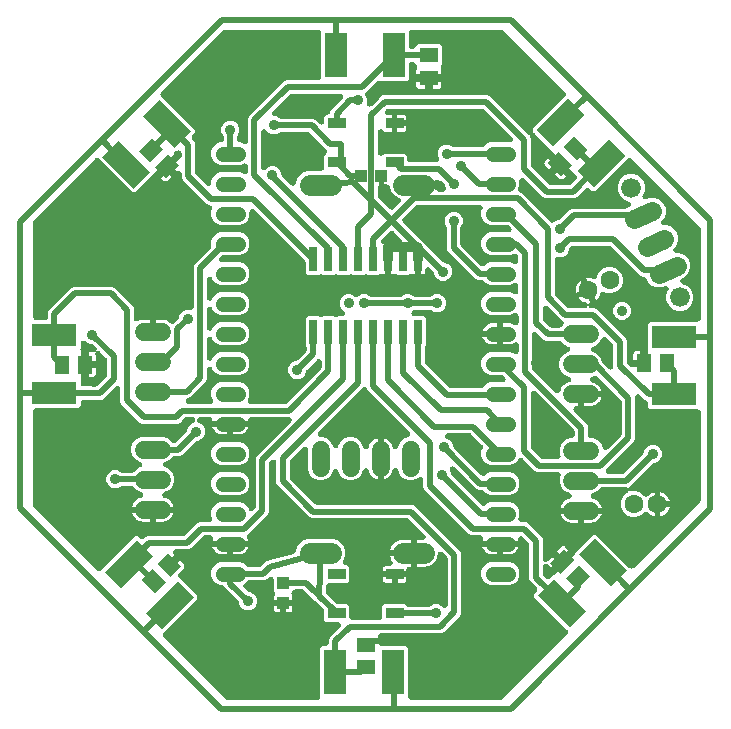
<source format=gbr>
G04 EAGLE Gerber RS-274X export*
G75*
%MOMM*%
%FSLAX34Y34*%
%LPD*%
%INBottom Copper*%
%IPPOS*%
%AMOC8*
5,1,8,0,0,1.08239X$1,22.5*%
G01*
%ADD10C,1.524000*%
%ADD11R,0.660400X2.032000*%
%ADD12R,1.500000X0.900000*%
%ADD13R,1.930400X3.810000*%
%ADD14R,3.810000X1.930400*%
%ADD15R,1.600000X1.300000*%
%ADD16R,1.300000X1.600000*%
%ADD17C,1.308000*%
%ADD18C,1.778000*%
%ADD19C,1.600000*%
%ADD20R,1.100000X1.000000*%
%ADD21R,1.000000X1.100000*%
%ADD22C,1.650000*%
%ADD23C,1.676400*%
%ADD24C,0.812800*%
%ADD25C,0.914400*%
%ADD26C,0.508000*%

G36*
X-9457Y261311D02*
X-9457Y261311D01*
X-9364Y261309D01*
X-9235Y261330D01*
X-9105Y261342D01*
X-9015Y261367D01*
X-8923Y261382D01*
X-8800Y261426D01*
X-8675Y261461D01*
X-8590Y261501D01*
X-8502Y261533D01*
X-8389Y261598D01*
X-8272Y261654D01*
X-8196Y261709D01*
X-8115Y261755D01*
X-8016Y261839D01*
X-7910Y261916D01*
X-7845Y261983D01*
X-7774Y262043D01*
X-7691Y262144D01*
X-7601Y262238D01*
X-7549Y262316D01*
X-7489Y262388D01*
X-7425Y262501D01*
X-7353Y262610D01*
X-7316Y262696D01*
X-7270Y262777D01*
X-7228Y262901D01*
X-7176Y263020D01*
X-7155Y263111D01*
X-7125Y263199D01*
X-7105Y263328D01*
X-7075Y263455D01*
X-7070Y263548D01*
X-7056Y263641D01*
X-7059Y263771D01*
X-7053Y263901D01*
X-7065Y263994D01*
X-7067Y264087D01*
X-7094Y264215D01*
X-7111Y264344D01*
X-7139Y264433D01*
X-7158Y264525D01*
X-7241Y264758D01*
X-8623Y268094D01*
X-8623Y271909D01*
X-7163Y275433D01*
X-4466Y278130D01*
X-942Y279590D01*
X15953Y279590D01*
X19477Y278130D01*
X22175Y275433D01*
X23634Y271909D01*
X23634Y268094D01*
X22252Y264758D01*
X22224Y264669D01*
X22187Y264583D01*
X22158Y264456D01*
X22119Y264332D01*
X22107Y264239D01*
X22086Y264148D01*
X22080Y264018D01*
X22064Y263888D01*
X22069Y263795D01*
X22064Y263702D01*
X22081Y263573D01*
X22088Y263442D01*
X22110Y263351D01*
X22122Y263259D01*
X22161Y263135D01*
X22192Y263008D01*
X22229Y262922D01*
X22257Y262833D01*
X22318Y262718D01*
X22371Y262599D01*
X22423Y262521D01*
X22467Y262438D01*
X22547Y262336D01*
X22620Y262228D01*
X22685Y262161D01*
X22743Y262087D01*
X22840Y262001D01*
X22931Y261907D01*
X23007Y261853D01*
X23077Y261791D01*
X23188Y261723D01*
X23294Y261647D01*
X23379Y261607D01*
X23459Y261559D01*
X23580Y261512D01*
X23698Y261456D01*
X23788Y261432D01*
X23875Y261398D01*
X24004Y261374D01*
X24129Y261340D01*
X24222Y261332D01*
X24314Y261314D01*
X24561Y261302D01*
X53608Y261302D01*
X53794Y261319D01*
X53980Y261330D01*
X54016Y261339D01*
X54053Y261342D01*
X54234Y261392D01*
X54414Y261436D01*
X54448Y261451D01*
X54484Y261461D01*
X54652Y261541D01*
X54823Y261617D01*
X54853Y261638D01*
X54887Y261654D01*
X55038Y261763D01*
X55192Y261868D01*
X55230Y261902D01*
X55249Y261916D01*
X55274Y261942D01*
X55376Y262034D01*
X84020Y290678D01*
X84139Y290821D01*
X84263Y290961D01*
X84282Y290993D01*
X84306Y291021D01*
X84398Y291183D01*
X84495Y291343D01*
X84508Y291377D01*
X84527Y291409D01*
X84588Y291585D01*
X84656Y291759D01*
X84662Y291796D01*
X84675Y291831D01*
X84704Y292015D01*
X84739Y292198D01*
X84742Y292249D01*
X84745Y292272D01*
X84745Y292309D01*
X84752Y292445D01*
X84752Y296814D01*
X84739Y296951D01*
X84736Y297088D01*
X84719Y297173D01*
X84712Y297259D01*
X84675Y297392D01*
X84648Y297526D01*
X84616Y297606D01*
X84593Y297690D01*
X84534Y297814D01*
X84483Y297941D01*
X84437Y298014D01*
X84400Y298092D01*
X84319Y298204D01*
X84247Y298320D01*
X84189Y298384D01*
X84138Y298454D01*
X84039Y298549D01*
X83947Y298651D01*
X83878Y298704D01*
X83816Y298764D01*
X83701Y298840D01*
X83592Y298924D01*
X83516Y298963D01*
X83444Y299011D01*
X83318Y299066D01*
X83195Y299129D01*
X83113Y299154D01*
X83034Y299188D01*
X82900Y299219D01*
X82768Y299260D01*
X82683Y299270D01*
X82599Y299289D01*
X82461Y299296D01*
X82325Y299312D01*
X82239Y299307D01*
X82152Y299311D01*
X82016Y299294D01*
X81879Y299285D01*
X81795Y299265D01*
X81709Y299254D01*
X81579Y299212D01*
X81445Y299179D01*
X81366Y299144D01*
X81284Y299118D01*
X81163Y299054D01*
X81037Y298998D01*
X80965Y298949D01*
X80889Y298909D01*
X80781Y298824D01*
X80667Y298747D01*
X80567Y298656D01*
X80538Y298633D01*
X80522Y298615D01*
X80484Y298580D01*
X80455Y298551D01*
X80454Y298551D01*
X72353Y290449D01*
X72233Y290306D01*
X72109Y290166D01*
X72090Y290135D01*
X72066Y290106D01*
X71974Y289944D01*
X71877Y289785D01*
X71864Y289750D01*
X71846Y289718D01*
X71784Y289542D01*
X71717Y289368D01*
X71710Y289331D01*
X71697Y289296D01*
X71668Y289112D01*
X71633Y288929D01*
X71630Y288879D01*
X71627Y288855D01*
X71628Y288818D01*
X71621Y288682D01*
X71621Y288484D01*
X70461Y285683D01*
X68317Y283539D01*
X65516Y282379D01*
X62484Y282379D01*
X59683Y283539D01*
X57539Y285683D01*
X56379Y288484D01*
X56379Y291516D01*
X57539Y294317D01*
X59683Y296461D01*
X62484Y297621D01*
X62682Y297621D01*
X62868Y297637D01*
X63054Y297649D01*
X63090Y297657D01*
X63127Y297661D01*
X63307Y297710D01*
X63488Y297754D01*
X63522Y297769D01*
X63557Y297779D01*
X63726Y297860D01*
X63896Y297936D01*
X63927Y297956D01*
X63960Y297972D01*
X64111Y298082D01*
X64266Y298187D01*
X64303Y298221D01*
X64322Y298234D01*
X64348Y298261D01*
X64449Y298353D01*
X71320Y305223D01*
X71439Y305366D01*
X71563Y305506D01*
X71582Y305538D01*
X71606Y305566D01*
X71698Y305728D01*
X71795Y305888D01*
X71808Y305922D01*
X71827Y305954D01*
X71888Y306130D01*
X71956Y306304D01*
X71962Y306341D01*
X71975Y306376D01*
X72004Y306560D01*
X72039Y306743D01*
X72042Y306794D01*
X72045Y306817D01*
X72045Y306854D01*
X72052Y306990D01*
X72052Y308978D01*
X72035Y309164D01*
X72024Y309350D01*
X72015Y309386D01*
X72012Y309423D01*
X71962Y309604D01*
X71918Y309784D01*
X71903Y309818D01*
X71893Y309854D01*
X71812Y310022D01*
X71737Y310193D01*
X71716Y310223D01*
X71700Y310257D01*
X71591Y310407D01*
X71486Y310562D01*
X71452Y310599D01*
X71438Y310618D01*
X71411Y310644D01*
X71320Y310745D01*
X71290Y310775D01*
X71290Y333621D01*
X73075Y335407D01*
X82205Y335407D01*
X82223Y335389D01*
X82261Y335357D01*
X82295Y335320D01*
X82433Y335214D01*
X82566Y335103D01*
X82609Y335078D01*
X82649Y335047D01*
X82803Y334968D01*
X82954Y334882D01*
X83001Y334865D01*
X83046Y334842D01*
X83212Y334791D01*
X83376Y334734D01*
X83425Y334726D01*
X83473Y334711D01*
X83645Y334691D01*
X83817Y334663D01*
X83867Y334664D01*
X83916Y334658D01*
X84089Y334669D01*
X84263Y334672D01*
X84312Y334682D01*
X84362Y334685D01*
X84530Y334726D01*
X84701Y334760D01*
X84748Y334779D01*
X84796Y334791D01*
X84955Y334861D01*
X85116Y334925D01*
X85159Y334952D01*
X85205Y334972D01*
X85348Y335069D01*
X85495Y335161D01*
X85533Y335195D01*
X85574Y335223D01*
X85757Y335389D01*
X85775Y335407D01*
X94905Y335407D01*
X94923Y335389D01*
X94961Y335357D01*
X94995Y335320D01*
X95133Y335214D01*
X95266Y335103D01*
X95309Y335078D01*
X95349Y335047D01*
X95503Y334968D01*
X95654Y334882D01*
X95701Y334865D01*
X95746Y334842D01*
X95912Y334791D01*
X96076Y334734D01*
X96125Y334726D01*
X96173Y334711D01*
X96345Y334691D01*
X96517Y334663D01*
X96567Y334664D01*
X96616Y334658D01*
X96789Y334669D01*
X96963Y334672D01*
X97012Y334682D01*
X97062Y334685D01*
X97230Y334726D01*
X97401Y334760D01*
X97448Y334779D01*
X97496Y334791D01*
X97655Y334861D01*
X97816Y334925D01*
X97859Y334952D01*
X97905Y334972D01*
X98048Y335069D01*
X98195Y335161D01*
X98233Y335195D01*
X98274Y335223D01*
X98457Y335389D01*
X98475Y335407D01*
X101802Y335407D01*
X101982Y335423D01*
X102163Y335433D01*
X102205Y335443D01*
X102247Y335447D01*
X102422Y335495D01*
X102597Y335537D01*
X102637Y335554D01*
X102678Y335565D01*
X102841Y335644D01*
X103006Y335716D01*
X103042Y335740D01*
X103081Y335759D01*
X103227Y335865D01*
X103377Y335966D01*
X103408Y335995D01*
X103443Y336021D01*
X103568Y336151D01*
X103697Y336277D01*
X103722Y336312D01*
X103752Y336343D01*
X103852Y336493D01*
X103957Y336640D01*
X103976Y336679D01*
X103999Y336715D01*
X104071Y336881D01*
X104148Y337044D01*
X104159Y337086D01*
X104176Y337125D01*
X104217Y337300D01*
X104264Y337475D01*
X104268Y337518D01*
X104278Y337560D01*
X104286Y337740D01*
X104302Y337921D01*
X104298Y337963D01*
X104300Y338006D01*
X104276Y338185D01*
X104259Y338365D01*
X104248Y338407D01*
X104242Y338449D01*
X104187Y338621D01*
X104138Y338795D01*
X104119Y338834D01*
X104106Y338875D01*
X104022Y339034D01*
X103943Y339197D01*
X103917Y339232D01*
X103897Y339269D01*
X103786Y339411D01*
X103679Y339557D01*
X103648Y339587D01*
X103621Y339621D01*
X103486Y339740D01*
X103414Y339809D01*
X101039Y342183D01*
X99879Y344984D01*
X99879Y348016D01*
X101039Y350817D01*
X103183Y352961D01*
X105984Y354121D01*
X109016Y354121D01*
X111817Y352961D01*
X112233Y352545D01*
X112271Y352512D01*
X112305Y352475D01*
X112442Y352369D01*
X112576Y352258D01*
X112619Y352233D01*
X112659Y352203D01*
X112813Y352123D01*
X112964Y352037D01*
X113011Y352021D01*
X113056Y351998D01*
X113222Y351947D01*
X113385Y351889D01*
X113435Y351881D01*
X113483Y351867D01*
X113655Y351846D01*
X113826Y351819D01*
X113877Y351820D01*
X113926Y351814D01*
X114100Y351824D01*
X114273Y351828D01*
X114322Y351837D01*
X114372Y351840D01*
X114541Y351882D01*
X114711Y351916D01*
X114757Y351934D01*
X114806Y351946D01*
X114965Y352017D01*
X115126Y352081D01*
X115169Y352107D01*
X115214Y352127D01*
X115358Y352225D01*
X115505Y352317D01*
X115542Y352350D01*
X115584Y352378D01*
X115767Y352545D01*
X116183Y352961D01*
X118984Y354121D01*
X122016Y354121D01*
X124817Y352961D01*
X124957Y352821D01*
X125100Y352701D01*
X125239Y352577D01*
X125271Y352558D01*
X125299Y352534D01*
X125462Y352442D01*
X125621Y352345D01*
X125655Y352332D01*
X125688Y352314D01*
X125864Y352252D01*
X126038Y352185D01*
X126074Y352178D01*
X126109Y352166D01*
X126293Y352136D01*
X126477Y352101D01*
X126527Y352098D01*
X126550Y352095D01*
X126587Y352096D01*
X126724Y352089D01*
X151276Y352089D01*
X151462Y352105D01*
X151648Y352117D01*
X151684Y352125D01*
X151721Y352129D01*
X151902Y352178D01*
X152082Y352222D01*
X152116Y352237D01*
X152152Y352247D01*
X152320Y352328D01*
X152490Y352404D01*
X152521Y352424D01*
X152555Y352440D01*
X152706Y352550D01*
X152860Y352655D01*
X152897Y352689D01*
X152916Y352702D01*
X152942Y352729D01*
X153043Y352821D01*
X153183Y352961D01*
X155984Y354121D01*
X159016Y354121D01*
X161817Y352961D01*
X161957Y352821D01*
X162100Y352701D01*
X162239Y352577D01*
X162271Y352558D01*
X162299Y352534D01*
X162462Y352442D01*
X162621Y352345D01*
X162655Y352332D01*
X162688Y352314D01*
X162864Y352252D01*
X163038Y352185D01*
X163074Y352178D01*
X163109Y352166D01*
X163293Y352136D01*
X163477Y352101D01*
X163527Y352098D01*
X163550Y352095D01*
X163587Y352096D01*
X163724Y352089D01*
X176176Y352089D01*
X176362Y352105D01*
X176548Y352117D01*
X176584Y352125D01*
X176621Y352129D01*
X176801Y352178D01*
X176982Y352222D01*
X177016Y352237D01*
X177052Y352247D01*
X177220Y352328D01*
X177391Y352404D01*
X177421Y352424D01*
X177455Y352440D01*
X177606Y352550D01*
X177760Y352655D01*
X177797Y352688D01*
X177816Y352702D01*
X177842Y352729D01*
X177943Y352821D01*
X178283Y353161D01*
X181084Y354321D01*
X184116Y354321D01*
X186917Y353161D01*
X189061Y351017D01*
X190221Y348216D01*
X190221Y345184D01*
X189061Y342383D01*
X186917Y340239D01*
X184116Y339079D01*
X181084Y339079D01*
X178260Y340249D01*
X178200Y340299D01*
X178061Y340423D01*
X178029Y340442D01*
X178001Y340466D01*
X177838Y340558D01*
X177679Y340655D01*
X177645Y340668D01*
X177612Y340686D01*
X177436Y340748D01*
X177262Y340815D01*
X177226Y340822D01*
X177191Y340834D01*
X177007Y340864D01*
X176823Y340899D01*
X176773Y340902D01*
X176750Y340905D01*
X176713Y340904D01*
X176576Y340911D01*
X163724Y340911D01*
X163538Y340895D01*
X163352Y340883D01*
X163316Y340875D01*
X163279Y340871D01*
X163099Y340822D01*
X162918Y340778D01*
X162884Y340763D01*
X162848Y340753D01*
X162680Y340672D01*
X162509Y340596D01*
X162479Y340576D01*
X162445Y340560D01*
X162294Y340450D01*
X162140Y340345D01*
X162103Y340311D01*
X162084Y340298D01*
X162058Y340271D01*
X161957Y340179D01*
X161601Y339823D01*
X161557Y339792D01*
X161528Y339761D01*
X161494Y339735D01*
X161373Y339600D01*
X161248Y339470D01*
X161224Y339434D01*
X161196Y339403D01*
X161101Y339249D01*
X161001Y339098D01*
X160984Y339059D01*
X160962Y339023D01*
X160895Y338854D01*
X160824Y338688D01*
X160814Y338646D01*
X160798Y338607D01*
X160763Y338429D01*
X160722Y338253D01*
X160720Y338210D01*
X160712Y338168D01*
X160709Y337987D01*
X160700Y337806D01*
X160706Y337764D01*
X160705Y337722D01*
X160735Y337543D01*
X160758Y337363D01*
X160771Y337323D01*
X160778Y337281D01*
X160839Y337110D01*
X160894Y336938D01*
X160913Y336900D01*
X160928Y336860D01*
X161018Y336703D01*
X161103Y336543D01*
X161129Y336510D01*
X161150Y336473D01*
X161267Y336335D01*
X161379Y336192D01*
X161411Y336164D01*
X161438Y336131D01*
X161578Y336016D01*
X161713Y335896D01*
X161749Y335874D01*
X161782Y335846D01*
X161940Y335757D01*
X162095Y335664D01*
X162134Y335648D01*
X162171Y335627D01*
X162343Y335568D01*
X162512Y335503D01*
X162553Y335495D01*
X162594Y335481D01*
X162772Y335453D01*
X162950Y335419D01*
X163009Y335416D01*
X163035Y335412D01*
X163072Y335413D01*
X163198Y335407D01*
X171105Y335407D01*
X172891Y333621D01*
X172891Y310775D01*
X172861Y310746D01*
X172742Y310602D01*
X172618Y310463D01*
X172598Y310431D01*
X172575Y310403D01*
X172482Y310240D01*
X172385Y310081D01*
X172372Y310047D01*
X172354Y310014D01*
X172292Y309839D01*
X172225Y309664D01*
X172218Y309628D01*
X172206Y309593D01*
X172176Y309409D01*
X172141Y309225D01*
X172139Y309175D01*
X172135Y309152D01*
X172136Y309115D01*
X172129Y308978D01*
X172129Y296423D01*
X172146Y296237D01*
X172157Y296051D01*
X172166Y296015D01*
X172169Y295978D01*
X172219Y295798D01*
X172263Y295617D01*
X172278Y295583D01*
X172287Y295547D01*
X172368Y295379D01*
X172444Y295209D01*
X172465Y295178D01*
X172481Y295145D01*
X172590Y294994D01*
X172695Y294839D01*
X172729Y294802D01*
X172743Y294783D01*
X172769Y294757D01*
X172861Y294656D01*
X192162Y275354D01*
X192306Y275235D01*
X192445Y275111D01*
X192477Y275091D01*
X192505Y275068D01*
X192667Y274976D01*
X192827Y274879D01*
X192861Y274865D01*
X192894Y274847D01*
X193070Y274785D01*
X193244Y274718D01*
X193280Y274711D01*
X193315Y274699D01*
X193499Y274669D01*
X193683Y274634D01*
X193733Y274632D01*
X193756Y274628D01*
X193793Y274629D01*
X193930Y274622D01*
X219591Y274622D01*
X219777Y274639D01*
X219963Y274650D01*
X219999Y274659D01*
X220036Y274662D01*
X220216Y274712D01*
X220397Y274756D01*
X220430Y274771D01*
X220466Y274781D01*
X220635Y274862D01*
X220805Y274937D01*
X220835Y274958D01*
X220869Y274974D01*
X221021Y275084D01*
X221174Y275188D01*
X221212Y275222D01*
X221231Y275236D01*
X221257Y275262D01*
X221358Y275354D01*
X224134Y278130D01*
X227658Y279590D01*
X237979Y279590D01*
X238116Y279602D01*
X238253Y279605D01*
X238338Y279622D01*
X238424Y279630D01*
X238556Y279666D01*
X238690Y279693D01*
X238771Y279725D01*
X238855Y279749D01*
X238979Y279808D01*
X239106Y279858D01*
X239179Y279904D01*
X239258Y279942D01*
X239369Y280022D01*
X239485Y280094D01*
X239549Y280153D01*
X239620Y280204D01*
X239714Y280302D01*
X239816Y280394D01*
X239869Y280463D01*
X239929Y280526D01*
X240005Y280640D01*
X240088Y280748D01*
X240128Y280825D01*
X240176Y280898D01*
X240231Y281023D01*
X240293Y281145D01*
X240319Y281228D01*
X240353Y281308D01*
X240384Y281441D01*
X240425Y281572D01*
X240435Y281659D01*
X240455Y281743D01*
X240461Y281880D01*
X240478Y282016D01*
X240472Y282102D01*
X240477Y282189D01*
X240459Y282325D01*
X240451Y282461D01*
X240430Y282546D01*
X240419Y282632D01*
X240378Y282763D01*
X240345Y282895D01*
X240310Y282975D01*
X240283Y283058D01*
X240219Y283179D01*
X240164Y283304D01*
X240115Y283376D01*
X240074Y283452D01*
X239990Y283560D01*
X239913Y283673D01*
X239821Y283775D01*
X239798Y283804D01*
X239781Y283819D01*
X239747Y283857D01*
X238523Y285081D01*
X238380Y285200D01*
X238240Y285324D01*
X238208Y285343D01*
X238180Y285367D01*
X238017Y285459D01*
X237858Y285556D01*
X237824Y285569D01*
X237791Y285588D01*
X237615Y285650D01*
X237441Y285717D01*
X237405Y285724D01*
X237370Y285736D01*
X237186Y285765D01*
X237003Y285800D01*
X236952Y285803D01*
X236929Y285807D01*
X236892Y285806D01*
X236755Y285813D01*
X227658Y285813D01*
X224134Y287272D01*
X221437Y289970D01*
X219977Y293494D01*
X219977Y297309D01*
X221437Y300833D01*
X224134Y303530D01*
X227658Y304990D01*
X244553Y304990D01*
X248104Y303519D01*
X248197Y303490D01*
X248286Y303452D01*
X248337Y303440D01*
X248343Y303438D01*
X248367Y303433D01*
X248410Y303424D01*
X248530Y303386D01*
X248627Y303374D01*
X248722Y303352D01*
X248848Y303346D01*
X248974Y303330D01*
X249071Y303336D01*
X249168Y303331D01*
X249293Y303348D01*
X249420Y303355D01*
X249514Y303377D01*
X249611Y303390D01*
X249731Y303429D01*
X249854Y303458D01*
X249943Y303497D01*
X250036Y303527D01*
X250147Y303587D01*
X250263Y303638D01*
X250344Y303692D01*
X250430Y303738D01*
X250529Y303816D01*
X250634Y303887D01*
X250704Y303955D01*
X250780Y304015D01*
X250864Y304110D01*
X250955Y304198D01*
X251011Y304277D01*
X251076Y304350D01*
X251141Y304458D01*
X251215Y304561D01*
X251255Y304646D01*
X251257Y304650D01*
X251259Y304653D01*
X251307Y304732D01*
X251352Y304851D01*
X251406Y304965D01*
X251427Y305042D01*
X251434Y305060D01*
X251439Y305078D01*
X251466Y305150D01*
X251489Y305274D01*
X251522Y305396D01*
X251527Y305460D01*
X251535Y305495D01*
X251537Y305530D01*
X251548Y305589D01*
X251560Y305836D01*
X251543Y311144D01*
X251528Y311304D01*
X251522Y311464D01*
X251508Y311526D01*
X251502Y311589D01*
X251459Y311743D01*
X251424Y311900D01*
X251399Y311958D01*
X251382Y312019D01*
X251313Y312163D01*
X251250Y312311D01*
X251215Y312365D01*
X251188Y312421D01*
X251093Y312551D01*
X251006Y312685D01*
X250962Y312731D01*
X250925Y312783D01*
X250809Y312893D01*
X250699Y313010D01*
X250648Y313047D01*
X250602Y313091D01*
X250468Y313180D01*
X250339Y313274D01*
X250282Y313302D01*
X250229Y313337D01*
X250081Y313400D01*
X249937Y313471D01*
X249876Y313488D01*
X249818Y313513D01*
X249662Y313549D01*
X249508Y313592D01*
X249445Y313599D01*
X249383Y313613D01*
X249223Y313620D01*
X249063Y313636D01*
X249000Y313631D01*
X248937Y313633D01*
X248778Y313612D01*
X248618Y313599D01*
X248556Y313583D01*
X248494Y313574D01*
X248341Y313525D01*
X248186Y313484D01*
X248129Y313457D01*
X248069Y313438D01*
X247927Y313362D01*
X247782Y313294D01*
X247705Y313243D01*
X247675Y313227D01*
X247648Y313206D01*
X247575Y313158D01*
X247405Y313035D01*
X246131Y312386D01*
X244772Y311944D01*
X243360Y311721D01*
X238605Y311721D01*
X238605Y320801D01*
X238605Y320802D01*
X238605Y329882D01*
X243360Y329882D01*
X244772Y329659D01*
X246131Y329217D01*
X247405Y328568D01*
X247515Y328488D01*
X247659Y328402D01*
X247800Y328309D01*
X247851Y328287D01*
X247899Y328258D01*
X248056Y328199D01*
X248210Y328133D01*
X248265Y328121D01*
X248317Y328101D01*
X248482Y328071D01*
X248646Y328033D01*
X248701Y328031D01*
X248756Y328021D01*
X248924Y328020D01*
X249092Y328013D01*
X249147Y328020D01*
X249203Y328020D01*
X249369Y328050D01*
X249535Y328072D01*
X249588Y328089D01*
X249643Y328099D01*
X249800Y328157D01*
X249960Y328209D01*
X250009Y328235D01*
X250061Y328254D01*
X250206Y328340D01*
X250354Y328419D01*
X250398Y328454D01*
X250446Y328482D01*
X250573Y328592D01*
X250704Y328696D01*
X250741Y328738D01*
X250783Y328775D01*
X250889Y328905D01*
X251000Y329031D01*
X251028Y329079D01*
X251063Y329122D01*
X251144Y329270D01*
X251231Y329414D01*
X251250Y329466D01*
X251277Y329515D01*
X251330Y329674D01*
X251390Y329831D01*
X251400Y329886D01*
X251418Y329939D01*
X251441Y330105D01*
X251472Y330270D01*
X251476Y330349D01*
X251480Y330381D01*
X251479Y330417D01*
X251484Y330517D01*
X251468Y335744D01*
X251459Y335833D01*
X251461Y335923D01*
X251439Y336055D01*
X251426Y336189D01*
X251402Y336275D01*
X251388Y336364D01*
X251342Y336490D01*
X251306Y336619D01*
X251267Y336700D01*
X251237Y336784D01*
X251170Y336901D01*
X251112Y337021D01*
X251059Y337094D01*
X251015Y337171D01*
X250928Y337274D01*
X250849Y337382D01*
X250784Y337444D01*
X250726Y337513D01*
X250623Y337598D01*
X250526Y337691D01*
X250451Y337740D01*
X250382Y337797D01*
X250265Y337863D01*
X250153Y337937D01*
X250071Y337972D01*
X249993Y338016D01*
X249866Y338060D01*
X249742Y338113D01*
X249655Y338133D01*
X249570Y338162D01*
X249438Y338183D01*
X249307Y338213D01*
X249218Y338217D01*
X249129Y338231D01*
X248995Y338227D01*
X248861Y338233D01*
X248772Y338222D01*
X248682Y338219D01*
X248551Y338192D01*
X248418Y338174D01*
X248333Y338147D01*
X248245Y338129D01*
X248012Y338045D01*
X244553Y336613D01*
X227658Y336613D01*
X224134Y338072D01*
X221437Y340770D01*
X219977Y344294D01*
X219977Y348109D01*
X221437Y351633D01*
X224134Y354330D01*
X227658Y355790D01*
X244553Y355790D01*
X247947Y354384D01*
X248040Y354355D01*
X248130Y354317D01*
X248253Y354288D01*
X248374Y354251D01*
X248470Y354239D01*
X248565Y354217D01*
X248691Y354211D01*
X248817Y354195D01*
X248914Y354201D01*
X249011Y354196D01*
X249137Y354213D01*
X249263Y354220D01*
X249358Y354242D01*
X249454Y354255D01*
X249575Y354294D01*
X249698Y354323D01*
X249786Y354362D01*
X249879Y354392D01*
X249991Y354452D01*
X250107Y354502D01*
X250187Y354557D01*
X250273Y354603D01*
X250372Y354681D01*
X250478Y354752D01*
X250547Y354819D01*
X250624Y354880D01*
X250707Y354974D01*
X250798Y355063D01*
X250855Y355142D01*
X250919Y355215D01*
X250984Y355323D01*
X251058Y355426D01*
X251100Y355514D01*
X251150Y355597D01*
X251195Y355715D01*
X251249Y355830D01*
X251275Y355924D01*
X251309Y356015D01*
X251333Y356139D01*
X251365Y356261D01*
X251374Y356358D01*
X251392Y356454D01*
X251403Y356701D01*
X251390Y361112D01*
X251381Y361201D01*
X251383Y361291D01*
X251361Y361423D01*
X251348Y361557D01*
X251324Y361643D01*
X251310Y361731D01*
X251264Y361858D01*
X251228Y361987D01*
X251189Y362068D01*
X251159Y362152D01*
X251092Y362268D01*
X251034Y362389D01*
X250981Y362461D01*
X250936Y362539D01*
X250850Y362642D01*
X250771Y362750D01*
X250706Y362812D01*
X250648Y362881D01*
X250545Y362966D01*
X250448Y363059D01*
X250373Y363108D01*
X250304Y363165D01*
X250187Y363231D01*
X250075Y363305D01*
X249993Y363340D01*
X249915Y363384D01*
X249788Y363428D01*
X249664Y363480D01*
X249577Y363500D01*
X249492Y363530D01*
X249360Y363550D01*
X249229Y363580D01*
X249140Y363584D01*
X249051Y363598D01*
X248917Y363595D01*
X248783Y363601D01*
X248694Y363589D01*
X248604Y363587D01*
X248473Y363560D01*
X248340Y363542D01*
X248255Y363515D01*
X248167Y363496D01*
X247934Y363413D01*
X244553Y362013D01*
X227658Y362013D01*
X224134Y363472D01*
X222326Y365281D01*
X222183Y365400D01*
X222043Y365524D01*
X222011Y365543D01*
X221983Y365567D01*
X221821Y365659D01*
X221661Y365756D01*
X221627Y365769D01*
X221595Y365788D01*
X221419Y365850D01*
X221245Y365917D01*
X221208Y365924D01*
X221173Y365936D01*
X220989Y365965D01*
X220806Y366000D01*
X220755Y366003D01*
X220732Y366007D01*
X220695Y366006D01*
X220559Y366013D01*
X217287Y366013D01*
X215233Y366863D01*
X191762Y390334D01*
X190911Y392388D01*
X190911Y410276D01*
X190895Y410462D01*
X190883Y410648D01*
X190875Y410684D01*
X190871Y410721D01*
X190822Y410902D01*
X190778Y411082D01*
X190763Y411116D01*
X190753Y411152D01*
X190672Y411320D01*
X190596Y411490D01*
X190576Y411521D01*
X190560Y411555D01*
X190450Y411706D01*
X190345Y411860D01*
X190311Y411897D01*
X190298Y411916D01*
X190271Y411942D01*
X190179Y412043D01*
X190039Y412183D01*
X188879Y414984D01*
X188879Y418016D01*
X190039Y420817D01*
X192183Y422961D01*
X194984Y424121D01*
X198016Y424121D01*
X200817Y422961D01*
X202961Y420817D01*
X204121Y418016D01*
X204121Y414984D01*
X202961Y412183D01*
X202821Y412043D01*
X202701Y411900D01*
X202577Y411761D01*
X202558Y411729D01*
X202534Y411701D01*
X202442Y411539D01*
X202345Y411379D01*
X202332Y411344D01*
X202314Y411312D01*
X202252Y411136D01*
X202185Y410962D01*
X202178Y410926D01*
X202165Y410891D01*
X202136Y410707D01*
X202101Y410523D01*
X202098Y410473D01*
X202095Y410450D01*
X202096Y410413D01*
X202089Y410276D01*
X202089Y396850D01*
X202105Y396664D01*
X202117Y396478D01*
X202125Y396442D01*
X202129Y396405D01*
X202178Y396225D01*
X202222Y396044D01*
X202237Y396010D01*
X202247Y395975D01*
X202328Y395806D01*
X202404Y395636D01*
X202424Y395605D01*
X202440Y395572D01*
X202550Y395421D01*
X202655Y395266D01*
X202689Y395229D01*
X202702Y395210D01*
X202729Y395184D01*
X202821Y395083D01*
X219386Y378517D01*
X219425Y378485D01*
X219458Y378448D01*
X219596Y378342D01*
X219729Y378231D01*
X219773Y378206D01*
X219812Y378176D01*
X219967Y378096D01*
X220118Y378010D01*
X220165Y377993D01*
X220209Y377970D01*
X220375Y377919D01*
X220539Y377862D01*
X220588Y377854D01*
X220636Y377839D01*
X220809Y377819D01*
X220980Y377791D01*
X221030Y377792D01*
X221080Y377786D01*
X221253Y377797D01*
X221427Y377800D01*
X221476Y377810D01*
X221526Y377813D01*
X221695Y377854D01*
X221865Y377888D01*
X221911Y377907D01*
X221960Y377919D01*
X222118Y377989D01*
X222280Y378053D01*
X222322Y378080D01*
X222368Y378100D01*
X222512Y378198D01*
X222659Y378289D01*
X222696Y378323D01*
X222737Y378351D01*
X222921Y378517D01*
X224134Y379730D01*
X227658Y381190D01*
X244553Y381190D01*
X247869Y379817D01*
X247962Y379787D01*
X248051Y379749D01*
X248175Y379721D01*
X248295Y379683D01*
X248392Y379671D01*
X248487Y379649D01*
X248613Y379643D01*
X248739Y379628D01*
X248836Y379633D01*
X248933Y379629D01*
X249058Y379645D01*
X249185Y379652D01*
X249280Y379675D01*
X249376Y379688D01*
X249496Y379726D01*
X249619Y379756D01*
X249709Y379795D01*
X249801Y379825D01*
X249912Y379884D01*
X250028Y379935D01*
X250109Y379989D01*
X250195Y380035D01*
X250294Y380113D01*
X250399Y380184D01*
X250469Y380252D01*
X250545Y380312D01*
X250629Y380407D01*
X250720Y380495D01*
X250776Y380574D01*
X250841Y380647D01*
X250906Y380756D01*
X250980Y380858D01*
X251021Y380946D01*
X251072Y381030D01*
X251117Y381148D01*
X251171Y381262D01*
X251196Y381356D01*
X251231Y381447D01*
X251254Y381571D01*
X251287Y381693D01*
X251295Y381790D01*
X251313Y381886D01*
X251325Y382133D01*
X251313Y385804D01*
X251297Y385986D01*
X251286Y386169D01*
X251276Y386208D01*
X251272Y386249D01*
X251223Y386425D01*
X251180Y386603D01*
X251163Y386640D01*
X251152Y386679D01*
X251073Y386843D01*
X250999Y387011D01*
X250976Y387045D01*
X250958Y387082D01*
X250895Y387168D01*
X250888Y387180D01*
X250855Y387223D01*
X250850Y387229D01*
X250748Y387380D01*
X250710Y387422D01*
X250695Y387443D01*
X250668Y387469D01*
X250622Y387519D01*
X250612Y387532D01*
X250605Y387538D01*
X250582Y387564D01*
X250104Y388042D01*
X250099Y388046D01*
X250094Y388051D01*
X249928Y388189D01*
X249761Y388328D01*
X249755Y388331D01*
X249750Y388336D01*
X249563Y388441D01*
X249372Y388549D01*
X249366Y388551D01*
X249361Y388554D01*
X249156Y388625D01*
X248951Y388697D01*
X248945Y388698D01*
X248938Y388700D01*
X248723Y388734D01*
X248510Y388768D01*
X248503Y388768D01*
X248497Y388769D01*
X248281Y388763D01*
X248063Y388759D01*
X248057Y388758D01*
X248050Y388757D01*
X247839Y388714D01*
X247625Y388671D01*
X247619Y388668D01*
X247613Y388667D01*
X247380Y388584D01*
X244553Y387413D01*
X227658Y387413D01*
X224134Y388872D01*
X221437Y391570D01*
X219977Y395094D01*
X219977Y398909D01*
X221437Y402433D01*
X224134Y405130D01*
X227658Y406590D01*
X243121Y406590D01*
X243258Y406602D01*
X243395Y406605D01*
X243480Y406622D01*
X243566Y406630D01*
X243698Y406666D01*
X243832Y406693D01*
X243913Y406725D01*
X243997Y406749D01*
X244121Y406808D01*
X244248Y406858D01*
X244321Y406904D01*
X244400Y406942D01*
X244511Y407022D01*
X244627Y407094D01*
X244691Y407153D01*
X244762Y407204D01*
X244856Y407302D01*
X244958Y407394D01*
X245011Y407463D01*
X245071Y407526D01*
X245147Y407640D01*
X245230Y407748D01*
X245270Y407825D01*
X245318Y407898D01*
X245373Y408023D01*
X245435Y408145D01*
X245461Y408228D01*
X245495Y408308D01*
X245526Y408441D01*
X245567Y408572D01*
X245577Y408659D01*
X245597Y408743D01*
X245603Y408880D01*
X245620Y409016D01*
X245614Y409102D01*
X245619Y409189D01*
X245601Y409325D01*
X245593Y409461D01*
X245572Y409546D01*
X245561Y409632D01*
X245520Y409763D01*
X245487Y409895D01*
X245452Y409975D01*
X245425Y410058D01*
X245361Y410179D01*
X245306Y410304D01*
X245257Y410376D01*
X245216Y410452D01*
X245132Y410560D01*
X245055Y410673D01*
X244963Y410775D01*
X244940Y410804D01*
X244923Y410819D01*
X244889Y410857D01*
X243665Y412081D01*
X243522Y412200D01*
X243382Y412324D01*
X243350Y412343D01*
X243322Y412367D01*
X243159Y412459D01*
X243000Y412556D01*
X242966Y412569D01*
X242933Y412588D01*
X242757Y412650D01*
X242583Y412717D01*
X242547Y412724D01*
X242512Y412736D01*
X242328Y412765D01*
X242145Y412800D01*
X242094Y412803D01*
X242071Y412807D01*
X242034Y412806D01*
X241897Y412813D01*
X227658Y412813D01*
X224134Y414272D01*
X221437Y416970D01*
X219977Y420494D01*
X219977Y424309D01*
X220817Y426337D01*
X220845Y426426D01*
X220882Y426512D01*
X220911Y426639D01*
X220950Y426763D01*
X220962Y426856D01*
X220983Y426947D01*
X220989Y427077D01*
X221006Y427206D01*
X221001Y427300D01*
X221005Y427393D01*
X220988Y427522D01*
X220981Y427652D01*
X220960Y427743D01*
X220948Y427836D01*
X220908Y427960D01*
X220878Y428087D01*
X220840Y428173D01*
X220812Y428262D01*
X220751Y428377D01*
X220699Y428496D01*
X220646Y428574D01*
X220603Y428656D01*
X220522Y428759D01*
X220450Y428867D01*
X220384Y428934D01*
X220327Y429007D01*
X220229Y429094D01*
X220138Y429187D01*
X220062Y429242D01*
X219992Y429304D01*
X219881Y429372D01*
X219775Y429447D01*
X219691Y429487D01*
X219611Y429536D01*
X219489Y429583D01*
X219371Y429639D01*
X219281Y429663D01*
X219194Y429696D01*
X219066Y429721D01*
X218940Y429755D01*
X218847Y429763D01*
X218755Y429780D01*
X218508Y429792D01*
X165882Y429792D01*
X165696Y429776D01*
X165510Y429765D01*
X165474Y429756D01*
X165437Y429753D01*
X165257Y429703D01*
X165076Y429659D01*
X165043Y429644D01*
X165007Y429634D01*
X164838Y429553D01*
X164668Y429478D01*
X164637Y429457D01*
X164604Y429441D01*
X164453Y429331D01*
X164299Y429227D01*
X164261Y429193D01*
X164242Y429179D01*
X164217Y429152D01*
X164115Y429060D01*
X153746Y418692D01*
X153714Y418653D01*
X153677Y418620D01*
X153571Y418482D01*
X153460Y418349D01*
X153435Y418306D01*
X153405Y418266D01*
X153325Y418111D01*
X153239Y417961D01*
X153223Y417913D01*
X153200Y417869D01*
X153149Y417703D01*
X153091Y417539D01*
X153083Y417490D01*
X153069Y417442D01*
X153048Y417270D01*
X153020Y417098D01*
X153021Y417048D01*
X153015Y416998D01*
X153026Y416825D01*
X153029Y416651D01*
X153039Y416602D01*
X153042Y416552D01*
X153083Y416384D01*
X153118Y416214D01*
X153136Y416167D01*
X153148Y416118D01*
X153218Y415960D01*
X153282Y415798D01*
X153309Y415756D01*
X153329Y415710D01*
X153427Y415566D01*
X153519Y415419D01*
X153552Y415382D01*
X153580Y415341D01*
X153746Y415157D01*
X187051Y381853D01*
X187194Y381733D01*
X187334Y381609D01*
X187365Y381590D01*
X187394Y381566D01*
X187556Y381474D01*
X187715Y381377D01*
X187750Y381364D01*
X187782Y381346D01*
X187958Y381284D01*
X188132Y381217D01*
X188169Y381210D01*
X188204Y381197D01*
X188388Y381168D01*
X188571Y381133D01*
X188621Y381130D01*
X188645Y381127D01*
X188682Y381128D01*
X188818Y381121D01*
X189016Y381121D01*
X191817Y379961D01*
X193961Y377817D01*
X195121Y375016D01*
X195121Y371984D01*
X193961Y369183D01*
X191817Y367039D01*
X189016Y365879D01*
X185984Y365879D01*
X183183Y367039D01*
X181039Y369183D01*
X179879Y371984D01*
X179879Y372182D01*
X179863Y372368D01*
X179851Y372554D01*
X179843Y372590D01*
X179839Y372627D01*
X179790Y372807D01*
X179746Y372988D01*
X179731Y373022D01*
X179721Y373057D01*
X179640Y373225D01*
X179564Y373396D01*
X179544Y373427D01*
X179528Y373460D01*
X179418Y373611D01*
X179313Y373766D01*
X179279Y373803D01*
X179266Y373822D01*
X179239Y373848D01*
X179147Y373949D01*
X176649Y376447D01*
X176544Y376535D01*
X176446Y376629D01*
X176373Y376678D01*
X176307Y376733D01*
X176188Y376801D01*
X176074Y376877D01*
X175994Y376911D01*
X175918Y376954D01*
X175789Y376999D01*
X175664Y377054D01*
X175579Y377073D01*
X175497Y377102D01*
X175362Y377124D01*
X175228Y377155D01*
X175142Y377159D01*
X175056Y377173D01*
X174919Y377170D01*
X174782Y377177D01*
X174696Y377166D01*
X174609Y377164D01*
X174475Y377137D01*
X174339Y377119D01*
X174256Y377093D01*
X174171Y377076D01*
X174044Y377025D01*
X173914Y376984D01*
X173837Y376943D01*
X173756Y376911D01*
X173640Y376838D01*
X173519Y376774D01*
X173451Y376721D01*
X173377Y376675D01*
X173276Y376583D01*
X173168Y376498D01*
X173110Y376433D01*
X173046Y376375D01*
X172962Y376266D01*
X172872Y376164D01*
X172826Y376090D01*
X172773Y376021D01*
X172710Y375899D01*
X172639Y375782D01*
X172608Y375701D01*
X172568Y375624D01*
X172528Y375493D01*
X172479Y375366D01*
X172463Y375280D01*
X172437Y375197D01*
X172421Y375061D01*
X172395Y374927D01*
X172388Y374790D01*
X172384Y374754D01*
X172385Y374730D01*
X172383Y374680D01*
X172383Y373172D01*
X172210Y372526D01*
X171875Y371946D01*
X171402Y371473D01*
X170823Y371139D01*
X170177Y370966D01*
X169040Y370966D01*
X169040Y383021D01*
X169028Y383148D01*
X169027Y383276D01*
X169008Y383370D01*
X169000Y383466D01*
X168966Y383589D01*
X168942Y383714D01*
X168907Y383804D01*
X168881Y383897D01*
X168826Y384012D01*
X168780Y384130D01*
X168730Y384213D01*
X168688Y384300D01*
X168613Y384403D01*
X168547Y384511D01*
X168446Y384634D01*
X168426Y384662D01*
X168413Y384674D01*
X168390Y384703D01*
X168389Y384703D01*
X168245Y384836D01*
X168104Y384972D01*
X168081Y384987D01*
X168061Y385005D01*
X167895Y385110D01*
X167732Y385219D01*
X167706Y385230D01*
X167683Y385244D01*
X167501Y385318D01*
X167321Y385396D01*
X167295Y385402D01*
X167269Y385412D01*
X167077Y385453D01*
X166886Y385497D01*
X166859Y385498D01*
X166832Y385504D01*
X166636Y385509D01*
X166440Y385519D01*
X166413Y385516D01*
X166386Y385516D01*
X166191Y385487D01*
X165997Y385461D01*
X165971Y385453D01*
X165944Y385449D01*
X165758Y385385D01*
X165572Y385326D01*
X165547Y385313D01*
X165521Y385304D01*
X165350Y385209D01*
X165177Y385117D01*
X165155Y385100D01*
X165131Y385086D01*
X164981Y384962D01*
X164826Y384840D01*
X164807Y384820D01*
X164786Y384802D01*
X164660Y384653D01*
X164529Y384506D01*
X164515Y384483D01*
X164497Y384462D01*
X164399Y384292D01*
X164297Y384125D01*
X164287Y384099D01*
X164274Y384075D01*
X164207Y383891D01*
X164137Y383708D01*
X164132Y383681D01*
X164122Y383655D01*
X164090Y383461D01*
X164053Y383269D01*
X164051Y383232D01*
X164048Y383214D01*
X164049Y383180D01*
X164041Y383022D01*
X164041Y370966D01*
X162904Y370966D01*
X162258Y371139D01*
X161908Y371341D01*
X161753Y371412D01*
X161603Y371490D01*
X161551Y371506D01*
X161503Y371529D01*
X161338Y371571D01*
X161176Y371621D01*
X161122Y371628D01*
X161070Y371641D01*
X160901Y371654D01*
X160732Y371674D01*
X160679Y371671D01*
X160625Y371675D01*
X160456Y371658D01*
X160286Y371648D01*
X160234Y371635D01*
X160181Y371629D01*
X160017Y371582D01*
X159852Y371542D01*
X159803Y371520D01*
X159752Y371505D01*
X159599Y371430D01*
X159444Y371361D01*
X159399Y371330D01*
X159351Y371307D01*
X159215Y371205D01*
X159074Y371110D01*
X159018Y371059D01*
X158993Y371040D01*
X158968Y371013D01*
X158891Y370943D01*
X158405Y370458D01*
X149275Y370458D01*
X148790Y370943D01*
X148659Y371052D01*
X148533Y371167D01*
X148488Y371195D01*
X148447Y371230D01*
X148299Y371314D01*
X148155Y371404D01*
X148105Y371424D01*
X148058Y371451D01*
X147898Y371507D01*
X147740Y371570D01*
X147688Y371581D01*
X147637Y371599D01*
X147469Y371626D01*
X147302Y371660D01*
X147249Y371661D01*
X147196Y371669D01*
X147026Y371666D01*
X146856Y371670D01*
X146803Y371662D01*
X146749Y371661D01*
X146583Y371627D01*
X146415Y371600D01*
X146364Y371583D01*
X146311Y371572D01*
X146153Y371509D01*
X145993Y371454D01*
X145925Y371419D01*
X145896Y371407D01*
X145865Y371388D01*
X145773Y371341D01*
X145423Y371139D01*
X144777Y370966D01*
X143640Y370966D01*
X143640Y383666D01*
X143640Y383667D01*
X143640Y396367D01*
X144777Y396367D01*
X145423Y396194D01*
X145773Y395992D01*
X145927Y395920D01*
X146078Y395842D01*
X146129Y395827D01*
X146178Y395804D01*
X146343Y395761D01*
X146505Y395711D01*
X146558Y395705D01*
X146610Y395691D01*
X146780Y395678D01*
X146948Y395658D01*
X147002Y395661D01*
X147056Y395657D01*
X147225Y395675D01*
X147394Y395685D01*
X147446Y395698D01*
X147500Y395703D01*
X147663Y395750D01*
X147828Y395791D01*
X147877Y395812D01*
X147929Y395827D01*
X148081Y395903D01*
X148237Y395972D01*
X148281Y396002D01*
X148329Y396026D01*
X148465Y396127D01*
X148606Y396223D01*
X148663Y396274D01*
X148687Y396293D01*
X148712Y396319D01*
X148790Y396389D01*
X149275Y396875D01*
X150188Y396875D01*
X150324Y396887D01*
X150461Y396890D01*
X150546Y396907D01*
X150633Y396915D01*
X150765Y396951D01*
X150899Y396978D01*
X150979Y397010D01*
X151063Y397033D01*
X151187Y397093D01*
X151314Y397143D01*
X151387Y397189D01*
X151466Y397227D01*
X151577Y397307D01*
X151693Y397379D01*
X151757Y397437D01*
X151828Y397489D01*
X151923Y397587D01*
X152024Y397679D01*
X152077Y397748D01*
X152137Y397811D01*
X152213Y397925D01*
X152296Y398033D01*
X152336Y398110D01*
X152385Y398183D01*
X152439Y398308D01*
X152502Y398430D01*
X152527Y398513D01*
X152562Y398593D01*
X152593Y398726D01*
X152633Y398857D01*
X152643Y398943D01*
X152663Y399028D01*
X152670Y399164D01*
X152686Y399300D01*
X152681Y399387D01*
X152685Y399474D01*
X152667Y399610D01*
X152659Y399746D01*
X152638Y399831D01*
X152627Y399917D01*
X152586Y400047D01*
X152553Y400180D01*
X152518Y400260D01*
X152492Y400343D01*
X152428Y400463D01*
X152372Y400589D01*
X152323Y400661D01*
X152282Y400737D01*
X152198Y400845D01*
X152121Y400958D01*
X152029Y401060D01*
X152006Y401089D01*
X151989Y401104D01*
X151955Y401142D01*
X145843Y407254D01*
X145804Y407286D01*
X145771Y407323D01*
X145633Y407429D01*
X145500Y407540D01*
X145456Y407565D01*
X145417Y407595D01*
X145263Y407675D01*
X145112Y407761D01*
X145064Y407777D01*
X145020Y407800D01*
X144854Y407851D01*
X144690Y407909D01*
X144641Y407917D01*
X144593Y407931D01*
X144421Y407952D01*
X144249Y407980D01*
X144199Y407979D01*
X144149Y407985D01*
X143976Y407974D01*
X143802Y407971D01*
X143754Y407961D01*
X143703Y407958D01*
X143535Y407917D01*
X143365Y407882D01*
X143318Y407864D01*
X143269Y407852D01*
X143111Y407782D01*
X142949Y407718D01*
X142907Y407691D01*
X142861Y407671D01*
X142717Y407573D01*
X142570Y407481D01*
X142533Y407448D01*
X142492Y407420D01*
X142308Y407254D01*
X135688Y400634D01*
X135600Y400529D01*
X135506Y400430D01*
X135457Y400357D01*
X135402Y400291D01*
X135334Y400172D01*
X135258Y400058D01*
X135224Y399978D01*
X135181Y399902D01*
X135136Y399773D01*
X135081Y399648D01*
X135062Y399563D01*
X135033Y399481D01*
X135011Y399346D01*
X134980Y399213D01*
X134976Y399126D01*
X134962Y399040D01*
X134965Y398903D01*
X134958Y398766D01*
X134969Y398680D01*
X134971Y398593D01*
X134998Y398459D01*
X135016Y398323D01*
X135042Y398241D01*
X135059Y398155D01*
X135110Y398028D01*
X135151Y397898D01*
X135192Y397821D01*
X135224Y397740D01*
X135297Y397624D01*
X135361Y397503D01*
X135414Y397435D01*
X135460Y397361D01*
X135552Y397260D01*
X135637Y397152D01*
X135702Y397094D01*
X135760Y397030D01*
X135868Y396946D01*
X135971Y396856D01*
X136045Y396810D01*
X136114Y396757D01*
X136236Y396695D01*
X136353Y396624D01*
X136434Y396592D01*
X136511Y396552D01*
X136642Y396512D01*
X136769Y396463D01*
X136855Y396447D01*
X136938Y396421D01*
X137074Y396405D01*
X137208Y396379D01*
X137345Y396372D01*
X137382Y396368D01*
X137405Y396370D01*
X137455Y396367D01*
X138641Y396367D01*
X138641Y383667D01*
X138641Y383666D01*
X138641Y370966D01*
X137504Y370966D01*
X136858Y371139D01*
X136508Y371341D01*
X136354Y371412D01*
X136203Y371490D01*
X136151Y371506D01*
X136103Y371529D01*
X135938Y371572D01*
X135776Y371621D01*
X135722Y371628D01*
X135670Y371641D01*
X135501Y371654D01*
X135332Y371674D01*
X135278Y371671D01*
X135225Y371675D01*
X135056Y371658D01*
X134886Y371648D01*
X134834Y371635D01*
X134781Y371629D01*
X134617Y371582D01*
X134452Y371542D01*
X134403Y371520D01*
X134351Y371505D01*
X134199Y371430D01*
X134044Y371361D01*
X133999Y371330D01*
X133951Y371307D01*
X133815Y371205D01*
X133674Y371110D01*
X133618Y371058D01*
X133593Y371040D01*
X133568Y371014D01*
X133491Y370943D01*
X133005Y370458D01*
X123875Y370458D01*
X123857Y370476D01*
X123819Y370508D01*
X123785Y370545D01*
X123648Y370650D01*
X123515Y370762D01*
X123471Y370787D01*
X123431Y370817D01*
X123277Y370897D01*
X123126Y370983D01*
X123079Y370999D01*
X123035Y371022D01*
X122869Y371073D01*
X122705Y371131D01*
X122655Y371139D01*
X122608Y371153D01*
X122435Y371174D01*
X122264Y371201D01*
X122214Y371200D01*
X122164Y371206D01*
X121991Y371196D01*
X121817Y371193D01*
X121768Y371183D01*
X121718Y371180D01*
X121549Y371138D01*
X121379Y371104D01*
X121333Y371086D01*
X121284Y371074D01*
X121125Y371003D01*
X120964Y370939D01*
X120922Y370913D01*
X120876Y370893D01*
X120732Y370795D01*
X120585Y370703D01*
X120548Y370670D01*
X120506Y370642D01*
X120323Y370475D01*
X120305Y370458D01*
X111175Y370458D01*
X111157Y370476D01*
X111119Y370508D01*
X111085Y370545D01*
X110948Y370650D01*
X110815Y370762D01*
X110771Y370787D01*
X110731Y370817D01*
X110577Y370897D01*
X110426Y370983D01*
X110379Y370999D01*
X110335Y371022D01*
X110169Y371073D01*
X110005Y371131D01*
X109955Y371139D01*
X109908Y371153D01*
X109735Y371174D01*
X109564Y371201D01*
X109514Y371200D01*
X109464Y371206D01*
X109291Y371196D01*
X109117Y371193D01*
X109068Y371183D01*
X109018Y371180D01*
X108849Y371138D01*
X108679Y371104D01*
X108633Y371086D01*
X108584Y371074D01*
X108425Y371003D01*
X108264Y370939D01*
X108222Y370913D01*
X108176Y370893D01*
X108032Y370795D01*
X107885Y370703D01*
X107848Y370670D01*
X107806Y370642D01*
X107623Y370475D01*
X107605Y370458D01*
X98475Y370458D01*
X98457Y370476D01*
X98419Y370508D01*
X98385Y370545D01*
X98248Y370650D01*
X98115Y370762D01*
X98071Y370787D01*
X98031Y370817D01*
X97877Y370897D01*
X97726Y370983D01*
X97679Y370999D01*
X97635Y371022D01*
X97469Y371073D01*
X97305Y371131D01*
X97255Y371139D01*
X97208Y371153D01*
X97035Y371174D01*
X96864Y371201D01*
X96814Y371200D01*
X96764Y371206D01*
X96591Y371196D01*
X96417Y371193D01*
X96368Y371183D01*
X96318Y371180D01*
X96149Y371138D01*
X95979Y371104D01*
X95933Y371086D01*
X95884Y371074D01*
X95725Y371003D01*
X95564Y370939D01*
X95522Y370913D01*
X95476Y370893D01*
X95332Y370795D01*
X95185Y370703D01*
X95148Y370670D01*
X95106Y370642D01*
X94923Y370475D01*
X94905Y370458D01*
X85775Y370458D01*
X85757Y370476D01*
X85719Y370508D01*
X85685Y370545D01*
X85548Y370650D01*
X85415Y370762D01*
X85371Y370787D01*
X85331Y370817D01*
X85177Y370897D01*
X85026Y370983D01*
X84979Y370999D01*
X84935Y371022D01*
X84769Y371073D01*
X84605Y371131D01*
X84555Y371139D01*
X84508Y371153D01*
X84335Y371174D01*
X84164Y371201D01*
X84114Y371200D01*
X84064Y371206D01*
X83891Y371196D01*
X83717Y371193D01*
X83668Y371183D01*
X83618Y371180D01*
X83449Y371138D01*
X83279Y371104D01*
X83233Y371086D01*
X83184Y371074D01*
X83025Y371003D01*
X82864Y370939D01*
X82822Y370913D01*
X82776Y370893D01*
X82632Y370795D01*
X82485Y370703D01*
X82448Y370670D01*
X82406Y370642D01*
X82223Y370475D01*
X82205Y370458D01*
X73075Y370458D01*
X71290Y372243D01*
X71290Y381078D01*
X71273Y381263D01*
X71262Y381450D01*
X71253Y381486D01*
X71250Y381523D01*
X71200Y381703D01*
X71156Y381884D01*
X71141Y381918D01*
X71131Y381954D01*
X71050Y382122D01*
X70975Y382292D01*
X70954Y382323D01*
X70938Y382356D01*
X70829Y382507D01*
X70724Y382662D01*
X70690Y382699D01*
X70676Y382718D01*
X70649Y382744D01*
X70558Y382845D01*
X27901Y425502D01*
X27796Y425590D01*
X27697Y425685D01*
X27625Y425733D01*
X27558Y425788D01*
X27439Y425856D01*
X27325Y425932D01*
X27245Y425966D01*
X27170Y426009D01*
X27040Y426055D01*
X26915Y426109D01*
X26830Y426128D01*
X26748Y426157D01*
X26613Y426179D01*
X26480Y426210D01*
X26393Y426214D01*
X26307Y426228D01*
X26170Y426225D01*
X26034Y426232D01*
X25947Y426221D01*
X25861Y426219D01*
X25727Y426192D01*
X25591Y426174D01*
X25508Y426148D01*
X25423Y426131D01*
X25296Y426080D01*
X25165Y426039D01*
X25088Y425998D01*
X25007Y425966D01*
X24891Y425894D01*
X24770Y425830D01*
X24702Y425776D01*
X24628Y425730D01*
X24527Y425638D01*
X24419Y425554D01*
X24362Y425488D01*
X24297Y425430D01*
X24214Y425322D01*
X24123Y425219D01*
X24078Y425145D01*
X24025Y425076D01*
X23962Y424954D01*
X23891Y424838D01*
X23860Y424757D01*
X23820Y424679D01*
X23779Y424548D01*
X23730Y424421D01*
X23714Y424335D01*
X23688Y424252D01*
X23672Y424117D01*
X23647Y423982D01*
X23640Y423845D01*
X23635Y423809D01*
X23637Y423785D01*
X23634Y423735D01*
X23634Y420494D01*
X22175Y416970D01*
X19477Y414272D01*
X15953Y412813D01*
X-942Y412813D01*
X-4466Y414272D01*
X-7163Y416970D01*
X-8623Y420494D01*
X-8623Y424309D01*
X-7899Y426058D01*
X-7871Y426147D01*
X-7834Y426233D01*
X-7804Y426359D01*
X-7765Y426484D01*
X-7754Y426577D01*
X-7733Y426668D01*
X-7726Y426798D01*
X-7710Y426927D01*
X-7715Y427021D01*
X-7710Y427114D01*
X-7727Y427243D01*
X-7734Y427373D01*
X-7756Y427464D01*
X-7768Y427557D01*
X-7808Y427681D01*
X-7838Y427808D01*
X-7875Y427893D01*
X-7904Y427982D01*
X-7965Y428097D01*
X-8017Y428217D01*
X-8069Y428295D01*
X-8113Y428377D01*
X-8193Y428480D01*
X-8266Y428588D01*
X-8331Y428655D01*
X-8389Y428728D01*
X-8487Y428815D01*
X-8577Y428908D01*
X-8653Y428963D01*
X-8723Y429025D01*
X-8835Y429092D01*
X-8941Y429168D01*
X-9025Y429208D01*
X-9105Y429257D01*
X-9226Y429304D01*
X-9344Y429359D01*
X-9435Y429384D01*
X-9522Y429417D01*
X-9650Y429442D01*
X-9776Y429476D01*
X-9869Y429483D01*
X-9961Y429501D01*
X-10208Y429513D01*
X-10414Y429513D01*
X-12468Y430364D01*
X-33038Y450934D01*
X-33889Y452988D01*
X-33889Y456281D01*
X-33901Y456417D01*
X-33904Y456554D01*
X-33921Y456639D01*
X-33929Y456726D01*
X-33965Y456858D01*
X-33992Y456992D01*
X-34024Y457073D01*
X-34047Y457156D01*
X-34106Y457280D01*
X-34157Y457407D01*
X-34203Y457481D01*
X-34240Y457559D01*
X-34321Y457670D01*
X-34393Y457786D01*
X-34451Y457851D01*
X-34502Y457921D01*
X-34601Y458016D01*
X-34693Y458117D01*
X-34762Y458170D01*
X-34824Y458231D01*
X-34938Y458306D01*
X-35047Y458390D01*
X-35124Y458430D01*
X-35196Y458478D01*
X-35322Y458532D01*
X-35444Y458595D01*
X-35527Y458620D01*
X-35607Y458655D01*
X-35739Y458686D01*
X-35871Y458726D01*
X-35957Y458736D01*
X-36042Y458756D01*
X-36178Y458763D01*
X-36314Y458779D01*
X-36401Y458774D01*
X-36488Y458778D01*
X-36623Y458760D01*
X-36760Y458752D01*
X-36845Y458732D01*
X-36931Y458720D01*
X-37061Y458679D01*
X-37194Y458647D01*
X-37274Y458611D01*
X-37356Y458585D01*
X-37477Y458521D01*
X-37602Y458465D01*
X-37605Y458463D01*
X-41768Y462626D01*
X-35703Y468690D01*
X-35677Y468696D01*
X-35550Y468746D01*
X-35420Y468788D01*
X-35343Y468828D01*
X-35262Y468860D01*
X-35146Y468933D01*
X-35025Y468997D01*
X-34957Y469051D01*
X-34883Y469097D01*
X-34781Y469188D01*
X-34674Y469273D01*
X-34616Y469338D01*
X-34552Y469396D01*
X-34468Y469505D01*
X-34377Y469607D01*
X-34332Y469681D01*
X-34279Y469750D01*
X-34216Y469872D01*
X-34145Y469989D01*
X-34114Y470070D01*
X-34074Y470147D01*
X-34034Y470278D01*
X-33985Y470406D01*
X-33968Y470491D01*
X-33943Y470574D01*
X-33927Y470710D01*
X-33901Y470845D01*
X-33894Y470981D01*
X-33890Y471018D01*
X-33891Y471041D01*
X-33889Y471092D01*
X-33889Y473571D01*
X-33901Y473708D01*
X-33904Y473844D01*
X-33921Y473930D01*
X-33929Y474016D01*
X-33965Y474148D01*
X-33992Y474282D01*
X-34024Y474363D01*
X-34047Y474447D01*
X-34106Y474570D01*
X-34157Y474697D01*
X-34203Y474771D01*
X-34240Y474850D01*
X-34321Y474961D01*
X-34393Y475077D01*
X-34451Y475141D01*
X-34502Y475212D01*
X-34601Y475306D01*
X-34693Y475408D01*
X-34762Y475461D01*
X-34824Y475521D01*
X-34938Y475597D01*
X-35047Y475680D01*
X-35124Y475720D01*
X-35196Y475768D01*
X-35322Y475822D01*
X-35444Y475885D01*
X-35527Y475911D01*
X-35607Y475945D01*
X-35740Y475976D01*
X-35871Y476016D01*
X-35957Y476027D01*
X-36042Y476046D01*
X-36178Y476053D01*
X-36314Y476069D01*
X-36401Y476064D01*
X-36488Y476069D01*
X-36623Y476051D01*
X-36760Y476043D01*
X-36845Y476022D01*
X-36931Y476011D01*
X-37061Y475969D01*
X-37194Y475937D01*
X-37274Y475902D01*
X-37356Y475875D01*
X-37477Y475811D01*
X-37602Y475756D01*
X-37674Y475707D01*
X-37751Y475666D01*
X-37859Y475581D01*
X-37972Y475505D01*
X-38073Y475413D01*
X-38102Y475390D01*
X-38106Y475386D01*
X-38183Y475386D01*
X-38319Y475373D01*
X-38456Y475371D01*
X-38541Y475354D01*
X-38628Y475346D01*
X-38760Y475309D01*
X-38894Y475282D01*
X-38975Y475250D01*
X-39058Y475227D01*
X-39182Y475168D01*
X-39309Y475118D01*
X-39383Y475072D01*
X-39461Y475034D01*
X-39572Y474954D01*
X-39688Y474881D01*
X-39752Y474823D01*
X-39823Y474772D01*
X-39918Y474673D01*
X-40019Y474582D01*
X-40072Y474513D01*
X-40132Y474450D01*
X-40208Y474336D01*
X-40292Y474228D01*
X-40331Y474150D01*
X-40380Y474078D01*
X-40434Y473952D01*
X-40497Y473831D01*
X-40522Y473748D01*
X-40557Y473668D01*
X-40588Y473535D01*
X-40628Y473404D01*
X-40638Y473317D01*
X-40658Y473233D01*
X-40665Y473096D01*
X-40681Y472960D01*
X-40678Y472906D01*
X-48130Y465454D01*
X-48162Y465415D01*
X-48199Y465382D01*
X-48305Y465244D01*
X-48417Y465111D01*
X-48441Y465067D01*
X-48472Y465028D01*
X-48552Y464873D01*
X-48567Y464846D01*
X-48593Y464830D01*
X-48638Y464810D01*
X-48782Y464712D01*
X-48929Y464621D01*
X-48966Y464587D01*
X-49008Y464559D01*
X-49191Y464393D01*
X-56604Y456980D01*
X-56724Y456837D01*
X-56847Y456697D01*
X-56867Y456666D01*
X-56890Y456637D01*
X-56935Y456559D01*
X-72772Y440722D01*
X-75298Y440722D01*
X-103605Y469029D01*
X-103643Y469061D01*
X-103677Y469098D01*
X-103815Y469204D01*
X-103948Y469316D01*
X-103991Y469340D01*
X-104031Y469371D01*
X-104185Y469451D01*
X-104336Y469536D01*
X-104383Y469553D01*
X-104428Y469576D01*
X-104593Y469627D01*
X-104757Y469684D01*
X-104807Y469692D01*
X-104855Y469707D01*
X-105027Y469728D01*
X-105198Y469755D01*
X-105249Y469754D01*
X-105298Y469760D01*
X-105472Y469750D01*
X-105645Y469746D01*
X-105694Y469736D01*
X-105744Y469733D01*
X-105913Y469692D01*
X-106083Y469658D01*
X-106130Y469639D01*
X-106178Y469628D01*
X-106337Y469557D01*
X-106498Y469493D01*
X-106541Y469467D01*
X-106586Y469446D01*
X-106730Y469349D01*
X-106877Y469257D01*
X-106914Y469223D01*
X-106956Y469195D01*
X-107139Y469029D01*
X-158671Y417497D01*
X-158791Y417354D01*
X-158915Y417214D01*
X-158934Y417183D01*
X-158958Y417154D01*
X-159050Y416992D01*
X-159147Y416833D01*
X-159160Y416798D01*
X-159178Y416766D01*
X-159240Y416590D01*
X-159307Y416416D01*
X-159314Y416380D01*
X-159327Y416345D01*
X-159356Y416160D01*
X-159391Y415977D01*
X-159394Y415927D01*
X-159397Y415904D01*
X-159396Y415867D01*
X-159403Y415730D01*
X-159403Y334929D01*
X-159399Y334879D01*
X-159401Y334830D01*
X-159379Y334658D01*
X-159363Y334484D01*
X-159350Y334436D01*
X-159344Y334387D01*
X-159291Y334221D01*
X-159245Y334054D01*
X-159223Y334009D01*
X-159208Y333961D01*
X-159127Y333808D01*
X-159052Y333651D01*
X-159022Y333610D01*
X-158999Y333566D01*
X-158892Y333430D01*
X-158790Y333289D01*
X-158754Y333254D01*
X-158723Y333215D01*
X-158593Y333100D01*
X-158468Y332980D01*
X-158426Y332952D01*
X-158388Y332919D01*
X-158240Y332829D01*
X-158096Y332732D01*
X-158050Y332713D01*
X-158007Y332687D01*
X-157845Y332624D01*
X-157685Y332555D01*
X-157637Y332544D01*
X-157590Y332526D01*
X-157419Y332493D01*
X-157250Y332454D01*
X-157200Y332452D01*
X-157151Y332442D01*
X-156904Y332430D01*
X-149529Y332430D01*
X-149479Y332435D01*
X-149429Y332432D01*
X-149257Y332454D01*
X-149084Y332470D01*
X-149036Y332483D01*
X-148986Y332490D01*
X-148821Y332542D01*
X-148653Y332589D01*
X-148608Y332610D01*
X-148561Y332625D01*
X-148407Y332707D01*
X-148251Y332782D01*
X-148210Y332811D01*
X-148166Y332835D01*
X-148030Y332942D01*
X-147889Y333044D01*
X-147854Y333080D01*
X-147815Y333111D01*
X-147699Y333241D01*
X-147579Y333366D01*
X-147552Y333407D01*
X-147518Y333445D01*
X-147428Y333593D01*
X-147332Y333738D01*
X-147312Y333784D01*
X-147286Y333827D01*
X-147224Y333989D01*
X-147155Y334148D01*
X-147144Y334197D01*
X-147126Y334243D01*
X-147093Y334414D01*
X-147054Y334583D01*
X-147051Y334633D01*
X-147042Y334682D01*
X-147030Y334929D01*
X-147030Y338471D01*
X-146179Y340525D01*
X-126966Y359738D01*
X-124912Y360589D01*
X-92888Y360589D01*
X-90834Y359738D01*
X-75362Y344266D01*
X-74511Y342212D01*
X-74511Y333826D01*
X-74494Y333635D01*
X-74482Y333445D01*
X-74474Y333413D01*
X-74471Y333381D01*
X-74420Y333196D01*
X-74375Y333011D01*
X-74361Y332982D01*
X-74353Y332951D01*
X-74270Y332778D01*
X-74192Y332603D01*
X-74174Y332577D01*
X-74160Y332548D01*
X-74047Y332393D01*
X-73939Y332235D01*
X-73917Y332212D01*
X-73898Y332186D01*
X-73760Y332054D01*
X-73625Y331917D01*
X-73599Y331899D01*
X-73576Y331876D01*
X-73416Y331771D01*
X-73260Y331661D01*
X-73230Y331647D01*
X-73204Y331629D01*
X-73028Y331554D01*
X-72854Y331473D01*
X-72823Y331465D01*
X-72793Y331452D01*
X-72608Y331409D01*
X-72422Y331361D01*
X-72390Y331358D01*
X-72358Y331351D01*
X-72168Y331342D01*
X-71976Y331327D01*
X-71944Y331331D01*
X-71912Y331329D01*
X-71723Y331354D01*
X-71532Y331373D01*
X-71501Y331382D01*
X-71469Y331387D01*
X-71287Y331445D01*
X-71103Y331498D01*
X-71063Y331516D01*
X-71044Y331522D01*
X-71012Y331539D01*
X-70877Y331599D01*
X-69889Y332103D01*
X-68368Y332597D01*
X-66789Y332847D01*
X-60908Y332847D01*
X-60908Y322727D01*
X-60904Y322677D01*
X-60906Y322627D01*
X-60884Y322455D01*
X-60868Y322282D01*
X-60855Y322233D01*
X-60849Y322184D01*
X-60796Y322019D01*
X-60750Y321851D01*
X-60728Y321806D01*
X-60713Y321758D01*
X-60632Y321605D01*
X-60557Y321448D01*
X-60527Y321408D01*
X-60504Y321364D01*
X-60397Y321227D01*
X-60295Y321086D01*
X-60259Y321052D01*
X-60228Y321012D01*
X-60098Y320897D01*
X-59973Y320777D01*
X-59931Y320749D01*
X-59893Y320716D01*
X-59745Y320626D01*
X-59601Y320530D01*
X-59555Y320510D01*
X-59512Y320484D01*
X-59350Y320421D01*
X-59190Y320353D01*
X-59142Y320341D01*
X-59095Y320323D01*
X-58924Y320291D01*
X-58755Y320252D01*
X-58705Y320249D01*
X-58656Y320240D01*
X-58409Y320227D01*
X-58329Y320227D01*
X-58279Y320232D01*
X-58229Y320229D01*
X-58057Y320252D01*
X-57884Y320267D01*
X-57836Y320281D01*
X-57786Y320287D01*
X-57621Y320340D01*
X-57453Y320386D01*
X-57408Y320408D01*
X-57361Y320423D01*
X-57207Y320504D01*
X-57051Y320579D01*
X-57010Y320608D01*
X-56966Y320632D01*
X-56829Y320739D01*
X-56689Y320841D01*
X-56654Y320877D01*
X-56615Y320908D01*
X-56499Y321038D01*
X-56379Y321163D01*
X-56352Y321205D01*
X-56318Y321242D01*
X-56228Y321390D01*
X-56132Y321535D01*
X-56112Y321581D01*
X-56086Y321624D01*
X-56024Y321786D01*
X-55955Y321945D01*
X-55944Y321994D01*
X-55926Y322041D01*
X-55893Y322212D01*
X-55854Y322380D01*
X-55851Y322430D01*
X-55842Y322479D01*
X-55830Y322727D01*
X-55830Y332847D01*
X-49949Y332847D01*
X-48370Y332597D01*
X-46849Y332103D01*
X-45424Y331377D01*
X-44130Y330437D01*
X-43566Y329873D01*
X-43527Y329840D01*
X-43494Y329803D01*
X-43356Y329698D01*
X-43223Y329586D01*
X-43179Y329561D01*
X-43140Y329531D01*
X-42985Y329451D01*
X-42835Y329365D01*
X-42787Y329349D01*
X-42743Y329326D01*
X-42577Y329275D01*
X-42413Y329217D01*
X-42364Y329209D01*
X-42316Y329195D01*
X-42144Y329174D01*
X-41972Y329147D01*
X-41922Y329148D01*
X-41872Y329142D01*
X-41699Y329152D01*
X-41525Y329155D01*
X-41476Y329165D01*
X-41426Y329168D01*
X-41258Y329209D01*
X-41088Y329244D01*
X-41041Y329262D01*
X-40992Y329274D01*
X-40834Y329344D01*
X-40672Y329409D01*
X-40630Y329435D01*
X-40584Y329455D01*
X-40441Y329553D01*
X-40293Y329645D01*
X-40256Y329678D01*
X-40215Y329706D01*
X-40031Y329873D01*
X-36853Y333051D01*
X-36733Y333194D01*
X-36609Y333334D01*
X-36590Y333365D01*
X-36566Y333394D01*
X-36474Y333556D01*
X-36377Y333715D01*
X-36364Y333750D01*
X-36346Y333782D01*
X-36284Y333958D01*
X-36217Y334132D01*
X-36210Y334169D01*
X-36197Y334204D01*
X-36168Y334388D01*
X-36133Y334571D01*
X-36130Y334621D01*
X-36127Y334645D01*
X-36128Y334682D01*
X-36121Y334818D01*
X-36121Y335016D01*
X-34961Y337817D01*
X-32817Y339961D01*
X-30016Y341121D01*
X-26965Y341121D01*
X-26950Y341114D01*
X-26824Y341085D01*
X-26699Y341046D01*
X-26606Y341034D01*
X-26515Y341013D01*
X-26385Y341007D01*
X-26256Y340991D01*
X-26163Y340996D01*
X-26069Y340991D01*
X-25940Y341008D01*
X-25810Y341015D01*
X-25719Y341037D01*
X-25626Y341049D01*
X-25502Y341088D01*
X-25375Y341118D01*
X-25290Y341156D01*
X-25201Y341184D01*
X-25086Y341245D01*
X-24966Y341297D01*
X-24889Y341350D01*
X-24806Y341393D01*
X-24703Y341474D01*
X-24595Y341547D01*
X-24528Y341612D01*
X-24455Y341670D01*
X-24368Y341767D01*
X-24275Y341858D01*
X-24220Y341934D01*
X-24158Y342004D01*
X-24091Y342115D01*
X-24015Y342221D01*
X-23975Y342306D01*
X-23926Y342385D01*
X-23879Y342507D01*
X-23824Y342625D01*
X-23799Y342715D01*
X-23766Y342802D01*
X-23741Y342930D01*
X-23707Y343056D01*
X-23700Y343149D01*
X-23682Y343241D01*
X-23670Y343488D01*
X-23670Y377607D01*
X-22819Y379661D01*
X-9355Y393124D01*
X-9236Y393268D01*
X-9112Y393407D01*
X-9092Y393439D01*
X-9069Y393467D01*
X-8977Y393629D01*
X-8880Y393789D01*
X-8866Y393823D01*
X-8848Y393856D01*
X-8786Y394031D01*
X-8719Y394206D01*
X-8712Y394242D01*
X-8700Y394277D01*
X-8670Y394461D01*
X-8635Y394644D01*
X-8633Y394695D01*
X-8629Y394718D01*
X-8630Y394755D01*
X-8623Y394892D01*
X-8623Y398909D01*
X-7163Y402433D01*
X-4466Y405130D01*
X-942Y406590D01*
X15953Y406590D01*
X19477Y405130D01*
X22175Y402433D01*
X23634Y398909D01*
X23634Y395094D01*
X22175Y391570D01*
X19477Y388872D01*
X15953Y387413D01*
X1776Y387413D01*
X1590Y387396D01*
X1404Y387385D01*
X1368Y387376D01*
X1331Y387373D01*
X1151Y387323D01*
X970Y387279D01*
X936Y387264D01*
X900Y387254D01*
X732Y387173D01*
X561Y387098D01*
X531Y387077D01*
X497Y387061D01*
X346Y386951D01*
X192Y386847D01*
X155Y386813D01*
X136Y386799D01*
X110Y386772D01*
X9Y386681D01*
X-1216Y385457D01*
X-1303Y385352D01*
X-1398Y385253D01*
X-1446Y385181D01*
X-1502Y385114D01*
X-1570Y384995D01*
X-1645Y384881D01*
X-1680Y384801D01*
X-1723Y384725D01*
X-1768Y384596D01*
X-1822Y384471D01*
X-1842Y384386D01*
X-1871Y384304D01*
X-1892Y384169D01*
X-1923Y384036D01*
X-1928Y383949D01*
X-1942Y383863D01*
X-1939Y383726D01*
X-1946Y383590D01*
X-1934Y383503D01*
X-1933Y383416D01*
X-1906Y383282D01*
X-1888Y383147D01*
X-1862Y383064D01*
X-1844Y382979D01*
X-1794Y382851D01*
X-1752Y382721D01*
X-1712Y382644D01*
X-1680Y382563D01*
X-1607Y382447D01*
X-1543Y382326D01*
X-1489Y382258D01*
X-1443Y382184D01*
X-1352Y382083D01*
X-1267Y381975D01*
X-1202Y381917D01*
X-1144Y381853D01*
X-1035Y381770D01*
X-933Y381679D01*
X-858Y381634D01*
X-790Y381581D01*
X-668Y381518D01*
X-551Y381447D01*
X-470Y381415D01*
X-393Y381375D01*
X-262Y381335D01*
X-134Y381286D01*
X-49Y381270D01*
X34Y381244D01*
X170Y381228D01*
X305Y381202D01*
X441Y381196D01*
X478Y381191D01*
X501Y381193D01*
X552Y381190D01*
X15953Y381190D01*
X19477Y379730D01*
X22175Y377033D01*
X23634Y373509D01*
X23634Y369694D01*
X22175Y366170D01*
X19477Y363472D01*
X15953Y362013D01*
X-942Y362013D01*
X-4466Y363472D01*
X-7163Y366170D01*
X-7684Y367427D01*
X-7767Y367586D01*
X-7845Y367749D01*
X-7871Y367784D01*
X-7891Y367823D01*
X-8002Y367965D01*
X-8107Y368111D01*
X-8139Y368141D01*
X-8165Y368175D01*
X-8300Y368295D01*
X-8429Y368420D01*
X-8466Y368444D01*
X-8498Y368473D01*
X-8651Y368568D01*
X-8801Y368667D01*
X-8841Y368685D01*
X-8879Y368707D01*
X-9047Y368773D01*
X-9212Y368844D01*
X-9254Y368854D01*
X-9295Y368870D01*
X-9472Y368905D01*
X-9647Y368946D01*
X-9690Y368948D01*
X-9733Y368956D01*
X-9913Y368959D01*
X-10093Y368968D01*
X-10136Y368962D01*
X-10180Y368963D01*
X-10357Y368933D01*
X-10536Y368910D01*
X-10577Y368897D01*
X-10620Y368890D01*
X-10790Y368829D01*
X-10961Y368774D01*
X-11000Y368754D01*
X-11041Y368739D01*
X-11197Y368650D01*
X-11356Y368565D01*
X-11390Y368538D01*
X-11428Y368517D01*
X-11566Y368401D01*
X-11707Y368289D01*
X-11736Y368257D01*
X-11769Y368229D01*
X-11884Y368090D01*
X-12004Y367955D01*
X-12026Y367918D01*
X-12054Y367884D01*
X-12142Y367727D01*
X-12236Y367573D01*
X-12251Y367533D01*
X-12273Y367495D01*
X-12332Y367324D01*
X-12396Y367156D01*
X-12404Y367114D01*
X-12419Y367073D01*
X-12446Y366894D01*
X-12480Y366718D01*
X-12483Y366658D01*
X-12487Y366631D01*
X-12486Y366594D01*
X-12492Y366470D01*
X-12492Y351332D01*
X-12476Y351153D01*
X-12466Y350973D01*
X-12456Y350931D01*
X-12452Y350887D01*
X-12405Y350714D01*
X-12363Y350539D01*
X-12345Y350499D01*
X-12334Y350457D01*
X-12256Y350294D01*
X-12184Y350129D01*
X-12159Y350093D01*
X-12141Y350054D01*
X-12035Y349908D01*
X-11935Y349759D01*
X-11904Y349727D01*
X-11879Y349692D01*
X-11749Y349567D01*
X-11623Y349438D01*
X-11588Y349413D01*
X-11557Y349383D01*
X-11407Y349283D01*
X-11260Y349178D01*
X-11221Y349160D01*
X-11185Y349135D01*
X-11019Y349064D01*
X-10856Y348987D01*
X-10814Y348976D01*
X-10774Y348958D01*
X-10600Y348918D01*
X-10425Y348871D01*
X-10382Y348867D01*
X-10339Y348857D01*
X-10160Y348848D01*
X-9980Y348833D01*
X-9937Y348837D01*
X-9893Y348835D01*
X-9715Y348858D01*
X-9535Y348875D01*
X-9493Y348887D01*
X-9450Y348893D01*
X-9279Y348947D01*
X-9105Y348996D01*
X-9066Y349015D01*
X-9025Y349028D01*
X-8866Y349113D01*
X-8704Y349191D01*
X-8668Y349217D01*
X-8630Y349238D01*
X-8488Y349349D01*
X-8343Y349455D01*
X-8313Y349487D01*
X-8279Y349514D01*
X-8159Y349648D01*
X-8035Y349779D01*
X-8011Y349815D01*
X-7982Y349848D01*
X-7889Y350002D01*
X-7790Y350152D01*
X-7764Y350207D01*
X-7750Y350230D01*
X-7737Y350264D01*
X-7684Y350376D01*
X-7163Y351633D01*
X-4466Y354330D01*
X-942Y355790D01*
X15953Y355790D01*
X19477Y354330D01*
X22175Y351633D01*
X23634Y348109D01*
X23634Y344294D01*
X22175Y340770D01*
X19477Y338072D01*
X15953Y336613D01*
X-942Y336613D01*
X-4466Y338072D01*
X-7163Y340770D01*
X-7684Y342027D01*
X-7767Y342186D01*
X-7845Y342349D01*
X-7871Y342384D01*
X-7891Y342423D01*
X-8002Y342565D01*
X-8107Y342711D01*
X-8139Y342741D01*
X-8165Y342775D01*
X-8300Y342895D01*
X-8429Y343020D01*
X-8466Y343044D01*
X-8498Y343073D01*
X-8651Y343168D01*
X-8801Y343267D01*
X-8841Y343285D01*
X-8879Y343307D01*
X-9047Y343373D01*
X-9212Y343444D01*
X-9254Y343454D01*
X-9295Y343470D01*
X-9472Y343505D01*
X-9647Y343546D01*
X-9690Y343548D01*
X-9733Y343556D01*
X-9913Y343559D01*
X-10093Y343568D01*
X-10136Y343562D01*
X-10180Y343563D01*
X-10357Y343533D01*
X-10536Y343510D01*
X-10577Y343497D01*
X-10620Y343490D01*
X-10790Y343429D01*
X-10961Y343374D01*
X-11000Y343354D01*
X-11041Y343339D01*
X-11197Y343250D01*
X-11356Y343165D01*
X-11390Y343138D01*
X-11428Y343117D01*
X-11566Y343001D01*
X-11707Y342889D01*
X-11736Y342857D01*
X-11769Y342829D01*
X-11884Y342690D01*
X-12004Y342555D01*
X-12026Y342518D01*
X-12054Y342484D01*
X-12142Y342327D01*
X-12236Y342173D01*
X-12251Y342133D01*
X-12273Y342095D01*
X-12332Y341924D01*
X-12396Y341756D01*
X-12404Y341714D01*
X-12419Y341673D01*
X-12446Y341494D01*
X-12480Y341318D01*
X-12483Y341258D01*
X-12487Y341231D01*
X-12486Y341194D01*
X-12492Y341070D01*
X-12492Y325932D01*
X-12476Y325753D01*
X-12466Y325573D01*
X-12456Y325531D01*
X-12452Y325487D01*
X-12405Y325314D01*
X-12363Y325139D01*
X-12345Y325099D01*
X-12334Y325057D01*
X-12256Y324894D01*
X-12184Y324729D01*
X-12159Y324693D01*
X-12141Y324654D01*
X-12035Y324508D01*
X-11935Y324359D01*
X-11904Y324327D01*
X-11879Y324292D01*
X-11749Y324167D01*
X-11623Y324038D01*
X-11588Y324013D01*
X-11557Y323983D01*
X-11407Y323883D01*
X-11260Y323778D01*
X-11221Y323760D01*
X-11185Y323735D01*
X-11019Y323664D01*
X-10856Y323587D01*
X-10814Y323576D01*
X-10774Y323558D01*
X-10600Y323518D01*
X-10425Y323471D01*
X-10382Y323467D01*
X-10339Y323457D01*
X-10160Y323448D01*
X-9980Y323433D01*
X-9937Y323437D01*
X-9893Y323435D01*
X-9715Y323458D01*
X-9535Y323475D01*
X-9493Y323487D01*
X-9450Y323493D01*
X-9279Y323547D01*
X-9105Y323596D01*
X-9066Y323615D01*
X-9025Y323628D01*
X-8866Y323713D01*
X-8704Y323791D01*
X-8668Y323817D01*
X-8630Y323838D01*
X-8488Y323949D01*
X-8343Y324055D01*
X-8313Y324087D01*
X-8279Y324114D01*
X-8159Y324248D01*
X-8035Y324379D01*
X-8011Y324415D01*
X-7982Y324448D01*
X-7889Y324602D01*
X-7790Y324752D01*
X-7764Y324807D01*
X-7750Y324830D01*
X-7737Y324864D01*
X-7684Y324976D01*
X-7163Y326233D01*
X-4466Y328930D01*
X-942Y330390D01*
X15953Y330390D01*
X19477Y328930D01*
X22175Y326233D01*
X23634Y322709D01*
X23634Y318894D01*
X22175Y315370D01*
X19477Y312672D01*
X15953Y311213D01*
X-942Y311213D01*
X-4466Y312672D01*
X-7163Y315370D01*
X-7684Y316627D01*
X-7767Y316786D01*
X-7845Y316949D01*
X-7871Y316984D01*
X-7891Y317023D01*
X-8002Y317165D01*
X-8107Y317311D01*
X-8139Y317341D01*
X-8165Y317375D01*
X-8300Y317495D01*
X-8429Y317620D01*
X-8466Y317644D01*
X-8498Y317673D01*
X-8651Y317768D01*
X-8801Y317867D01*
X-8841Y317885D01*
X-8879Y317907D01*
X-9047Y317973D01*
X-9212Y318044D01*
X-9254Y318054D01*
X-9295Y318070D01*
X-9472Y318105D01*
X-9647Y318146D01*
X-9690Y318148D01*
X-9733Y318156D01*
X-9913Y318159D01*
X-10093Y318168D01*
X-10136Y318162D01*
X-10180Y318163D01*
X-10357Y318133D01*
X-10536Y318110D01*
X-10577Y318097D01*
X-10620Y318090D01*
X-10790Y318029D01*
X-10961Y317974D01*
X-11000Y317954D01*
X-11041Y317939D01*
X-11197Y317850D01*
X-11356Y317765D01*
X-11390Y317738D01*
X-11428Y317717D01*
X-11566Y317601D01*
X-11707Y317489D01*
X-11736Y317457D01*
X-11769Y317429D01*
X-11884Y317290D01*
X-12004Y317155D01*
X-12026Y317118D01*
X-12054Y317084D01*
X-12142Y316927D01*
X-12236Y316773D01*
X-12251Y316733D01*
X-12273Y316695D01*
X-12332Y316524D01*
X-12396Y316356D01*
X-12404Y316314D01*
X-12419Y316273D01*
X-12446Y316094D01*
X-12480Y315918D01*
X-12483Y315858D01*
X-12487Y315831D01*
X-12486Y315794D01*
X-12492Y315670D01*
X-12492Y300532D01*
X-12476Y300353D01*
X-12466Y300173D01*
X-12456Y300131D01*
X-12452Y300087D01*
X-12405Y299914D01*
X-12363Y299739D01*
X-12345Y299699D01*
X-12334Y299657D01*
X-12256Y299494D01*
X-12184Y299329D01*
X-12159Y299293D01*
X-12141Y299254D01*
X-12035Y299108D01*
X-11935Y298959D01*
X-11904Y298927D01*
X-11879Y298892D01*
X-11749Y298767D01*
X-11623Y298638D01*
X-11588Y298613D01*
X-11557Y298583D01*
X-11407Y298483D01*
X-11260Y298378D01*
X-11221Y298360D01*
X-11185Y298335D01*
X-11019Y298264D01*
X-10856Y298187D01*
X-10814Y298176D01*
X-10774Y298158D01*
X-10600Y298118D01*
X-10425Y298071D01*
X-10382Y298067D01*
X-10339Y298057D01*
X-10160Y298048D01*
X-9980Y298033D01*
X-9937Y298037D01*
X-9893Y298035D01*
X-9715Y298058D01*
X-9535Y298075D01*
X-9493Y298087D01*
X-9450Y298093D01*
X-9279Y298147D01*
X-9105Y298196D01*
X-9066Y298215D01*
X-9025Y298228D01*
X-8866Y298313D01*
X-8704Y298391D01*
X-8668Y298417D01*
X-8630Y298438D01*
X-8488Y298549D01*
X-8343Y298655D01*
X-8313Y298687D01*
X-8279Y298714D01*
X-8159Y298848D01*
X-8035Y298979D01*
X-8011Y299015D01*
X-7982Y299048D01*
X-7889Y299202D01*
X-7790Y299352D01*
X-7764Y299407D01*
X-7750Y299430D01*
X-7737Y299464D01*
X-7684Y299576D01*
X-7163Y300833D01*
X-4466Y303530D01*
X-942Y304990D01*
X15953Y304990D01*
X19477Y303530D01*
X22175Y300833D01*
X23634Y297309D01*
X23634Y293494D01*
X22175Y289970D01*
X19477Y287272D01*
X15953Y285813D01*
X-942Y285813D01*
X-4466Y287272D01*
X-7163Y289970D01*
X-7684Y291227D01*
X-7767Y291386D01*
X-7845Y291549D01*
X-7871Y291584D01*
X-7891Y291623D01*
X-8002Y291765D01*
X-8107Y291911D01*
X-8139Y291941D01*
X-8165Y291975D01*
X-8300Y292095D01*
X-8429Y292220D01*
X-8466Y292244D01*
X-8498Y292273D01*
X-8651Y292368D01*
X-8801Y292467D01*
X-8841Y292485D01*
X-8879Y292507D01*
X-9047Y292573D01*
X-9212Y292644D01*
X-9254Y292654D01*
X-9295Y292670D01*
X-9472Y292705D01*
X-9647Y292746D01*
X-9690Y292748D01*
X-9733Y292756D01*
X-9913Y292759D01*
X-10093Y292768D01*
X-10136Y292762D01*
X-10180Y292763D01*
X-10357Y292733D01*
X-10536Y292710D01*
X-10577Y292697D01*
X-10620Y292690D01*
X-10790Y292629D01*
X-10961Y292574D01*
X-11000Y292554D01*
X-11041Y292539D01*
X-11197Y292450D01*
X-11356Y292365D01*
X-11390Y292338D01*
X-11428Y292317D01*
X-11566Y292201D01*
X-11707Y292089D01*
X-11736Y292057D01*
X-11769Y292029D01*
X-11884Y291890D01*
X-12004Y291755D01*
X-12026Y291718D01*
X-12054Y291684D01*
X-12142Y291527D01*
X-12236Y291373D01*
X-12251Y291333D01*
X-12273Y291295D01*
X-12332Y291124D01*
X-12396Y290956D01*
X-12404Y290914D01*
X-12419Y290873D01*
X-12446Y290694D01*
X-12480Y290518D01*
X-12483Y290458D01*
X-12487Y290431D01*
X-12486Y290394D01*
X-12492Y290270D01*
X-12492Y282178D01*
X-13343Y280124D01*
X-26319Y267149D01*
X-28825Y266110D01*
X-28984Y266027D01*
X-29147Y265949D01*
X-29182Y265924D01*
X-29221Y265903D01*
X-29363Y265793D01*
X-29509Y265687D01*
X-29539Y265656D01*
X-29573Y265629D01*
X-29694Y265495D01*
X-29818Y265365D01*
X-29842Y265329D01*
X-29871Y265296D01*
X-29966Y265143D01*
X-30065Y264993D01*
X-30083Y264953D01*
X-30106Y264916D01*
X-30171Y264748D01*
X-30242Y264583D01*
X-30252Y264541D01*
X-30268Y264500D01*
X-30303Y264323D01*
X-30344Y264148D01*
X-30346Y264104D01*
X-30354Y264062D01*
X-30357Y263881D01*
X-30366Y263702D01*
X-30360Y263659D01*
X-30361Y263615D01*
X-30331Y263437D01*
X-30308Y263259D01*
X-30295Y263217D01*
X-30288Y263174D01*
X-30227Y263004D01*
X-30173Y262833D01*
X-30152Y262795D01*
X-30137Y262754D01*
X-30048Y262598D01*
X-29963Y262438D01*
X-29936Y262404D01*
X-29915Y262366D01*
X-29799Y262229D01*
X-29687Y262087D01*
X-29655Y262058D01*
X-29627Y262025D01*
X-29488Y261911D01*
X-29353Y261791D01*
X-29316Y261768D01*
X-29282Y261741D01*
X-29125Y261652D01*
X-28971Y261559D01*
X-28931Y261543D01*
X-28893Y261522D01*
X-28723Y261463D01*
X-28554Y261398D01*
X-28512Y261390D01*
X-28471Y261376D01*
X-28293Y261348D01*
X-28116Y261314D01*
X-28056Y261312D01*
X-28029Y261307D01*
X-27992Y261308D01*
X-27869Y261302D01*
X-9550Y261302D01*
X-9457Y261311D01*
G37*
G36*
X81046Y10934D02*
X81046Y10934D01*
X81096Y10932D01*
X81268Y10954D01*
X81441Y10970D01*
X81489Y10983D01*
X81539Y10989D01*
X81704Y11042D01*
X81871Y11088D01*
X81917Y11110D01*
X81964Y11125D01*
X82117Y11206D01*
X82274Y11281D01*
X82315Y11311D01*
X82359Y11334D01*
X82495Y11441D01*
X82636Y11543D01*
X82671Y11579D01*
X82710Y11610D01*
X82825Y11740D01*
X82946Y11865D01*
X82973Y11907D01*
X83006Y11945D01*
X83097Y12093D01*
X83193Y12237D01*
X83213Y12284D01*
X83239Y12326D01*
X83301Y12488D01*
X83370Y12648D01*
X83381Y12696D01*
X83399Y12743D01*
X83432Y12914D01*
X83471Y13083D01*
X83473Y13133D01*
X83483Y13182D01*
X83495Y13429D01*
X83495Y54761D01*
X85281Y56547D01*
X88108Y56547D01*
X88158Y56552D01*
X88208Y56549D01*
X88380Y56572D01*
X88553Y56587D01*
X88601Y56601D01*
X88651Y56607D01*
X88816Y56660D01*
X88983Y56706D01*
X89029Y56727D01*
X89076Y56743D01*
X89229Y56824D01*
X89386Y56899D01*
X89427Y56928D01*
X89471Y56952D01*
X89607Y57059D01*
X89748Y57161D01*
X89783Y57197D01*
X89822Y57228D01*
X89937Y57358D01*
X90058Y57483D01*
X90085Y57525D01*
X90118Y57562D01*
X90209Y57710D01*
X90305Y57855D01*
X90325Y57901D01*
X90351Y57944D01*
X90413Y58106D01*
X90482Y58265D01*
X90493Y58314D01*
X90511Y58361D01*
X90544Y58532D01*
X90583Y58700D01*
X90585Y58750D01*
X90595Y58799D01*
X90607Y59047D01*
X90607Y61451D01*
X91458Y63505D01*
X93382Y65429D01*
X100255Y72302D01*
X100343Y72407D01*
X100437Y72506D01*
X100486Y72578D01*
X100541Y72645D01*
X100609Y72764D01*
X100685Y72878D01*
X100719Y72958D01*
X100762Y73033D01*
X100807Y73163D01*
X100862Y73288D01*
X100881Y73373D01*
X100910Y73455D01*
X100932Y73590D01*
X100963Y73723D01*
X100967Y73810D01*
X100981Y73896D01*
X100978Y74033D01*
X100985Y74169D01*
X100974Y74256D01*
X100972Y74343D01*
X100945Y74477D01*
X100927Y74612D01*
X100901Y74695D01*
X100884Y74780D01*
X100833Y74908D01*
X100792Y75038D01*
X100751Y75115D01*
X100719Y75196D01*
X100646Y75312D01*
X100582Y75433D01*
X100529Y75501D01*
X100483Y75575D01*
X100391Y75676D01*
X100306Y75784D01*
X100241Y75842D01*
X100183Y75906D01*
X100074Y75989D01*
X99972Y76080D01*
X99898Y76125D01*
X99829Y76178D01*
X99707Y76241D01*
X99590Y76312D01*
X99509Y76344D01*
X99432Y76383D01*
X99301Y76424D01*
X99174Y76473D01*
X99088Y76489D01*
X99005Y76515D01*
X98869Y76531D01*
X98735Y76557D01*
X98598Y76563D01*
X98561Y76568D01*
X98538Y76566D01*
X98488Y76569D01*
X88772Y76569D01*
X86987Y78355D01*
X86987Y85727D01*
X86970Y85913D01*
X86959Y86099D01*
X86950Y86135D01*
X86947Y86172D01*
X86897Y86353D01*
X86853Y86533D01*
X86838Y86567D01*
X86828Y86603D01*
X86747Y86771D01*
X86672Y86942D01*
X86651Y86972D01*
X86635Y87006D01*
X86526Y87157D01*
X86421Y87311D01*
X86387Y87349D01*
X86373Y87368D01*
X86347Y87393D01*
X86255Y87495D01*
X79585Y94164D01*
X79509Y94227D01*
X79440Y94298D01*
X79338Y94370D01*
X79242Y94450D01*
X79242Y94451D01*
X78514Y95233D01*
X78493Y95252D01*
X78451Y95298D01*
X70171Y103578D01*
X70028Y103698D01*
X69888Y103822D01*
X69857Y103841D01*
X69828Y103865D01*
X69666Y103957D01*
X69506Y104054D01*
X69472Y104067D01*
X69440Y104085D01*
X69264Y104147D01*
X69090Y104214D01*
X69053Y104221D01*
X69018Y104234D01*
X68834Y104263D01*
X68651Y104298D01*
X68600Y104301D01*
X68577Y104304D01*
X68540Y104303D01*
X68404Y104310D01*
X62548Y104310D01*
X62362Y104294D01*
X62176Y104282D01*
X62140Y104274D01*
X62103Y104270D01*
X61923Y104221D01*
X61742Y104177D01*
X61708Y104162D01*
X61672Y104152D01*
X61504Y104071D01*
X61334Y103995D01*
X61303Y103975D01*
X61270Y103959D01*
X61119Y103849D01*
X60964Y103744D01*
X60927Y103710D01*
X60908Y103697D01*
X60882Y103670D01*
X60781Y103578D01*
X59888Y102685D01*
X59779Y102555D01*
X59665Y102429D01*
X59636Y102384D01*
X59602Y102343D01*
X59518Y102195D01*
X59427Y102051D01*
X59407Y102001D01*
X59381Y101954D01*
X59324Y101794D01*
X59261Y101636D01*
X59251Y101584D01*
X59233Y101533D01*
X59206Y101365D01*
X59172Y101198D01*
X59170Y101145D01*
X59162Y101092D01*
X59165Y100922D01*
X59161Y100752D01*
X59170Y100699D01*
X59171Y100645D01*
X59204Y100479D01*
X59231Y100311D01*
X59249Y100260D01*
X59259Y100207D01*
X59322Y100050D01*
X59341Y99995D01*
X59360Y99934D01*
X59365Y99925D01*
X59378Y99889D01*
X59412Y99821D01*
X59424Y99792D01*
X59443Y99761D01*
X59491Y99669D01*
X59658Y99380D01*
X59831Y98733D01*
X59831Y95398D01*
X52290Y95398D01*
X44749Y95398D01*
X44749Y98733D01*
X44922Y99380D01*
X45089Y99669D01*
X45100Y99692D01*
X45113Y99711D01*
X45162Y99826D01*
X45239Y99974D01*
X45255Y100025D01*
X45277Y100074D01*
X45289Y100119D01*
X45290Y100121D01*
X45293Y100134D01*
X45320Y100238D01*
X45370Y100401D01*
X45376Y100454D01*
X45390Y100506D01*
X45403Y100675D01*
X45423Y100844D01*
X45420Y100898D01*
X45424Y100951D01*
X45406Y101121D01*
X45396Y101290D01*
X45383Y101342D01*
X45378Y101396D01*
X45331Y101559D01*
X45290Y101724D01*
X45269Y101773D01*
X45254Y101825D01*
X45178Y101977D01*
X45109Y102133D01*
X45079Y102177D01*
X45055Y102225D01*
X44954Y102361D01*
X44858Y102502D01*
X44807Y102558D01*
X44789Y102583D01*
X44762Y102608D01*
X44692Y102685D01*
X44241Y103136D01*
X44241Y112500D01*
X44229Y112636D01*
X44226Y112773D01*
X44209Y112858D01*
X44201Y112945D01*
X44165Y113077D01*
X44138Y113211D01*
X44106Y113291D01*
X44083Y113375D01*
X44024Y113499D01*
X43973Y113626D01*
X43927Y113700D01*
X43890Y113778D01*
X43809Y113889D01*
X43737Y114005D01*
X43679Y114069D01*
X43628Y114140D01*
X43529Y114235D01*
X43437Y114336D01*
X43368Y114389D01*
X43306Y114449D01*
X43192Y114525D01*
X43083Y114609D01*
X43006Y114648D01*
X42934Y114697D01*
X42808Y114751D01*
X42686Y114814D01*
X42603Y114839D01*
X42523Y114874D01*
X42390Y114905D01*
X42259Y114945D01*
X42173Y114955D01*
X42088Y114975D01*
X41952Y114982D01*
X41816Y114998D01*
X41729Y114993D01*
X41642Y114997D01*
X41507Y114979D01*
X41370Y114971D01*
X41285Y114951D01*
X41199Y114939D01*
X41069Y114898D01*
X40936Y114865D01*
X40857Y114830D01*
X40774Y114804D01*
X40653Y114740D01*
X40528Y114684D01*
X40456Y114635D01*
X40379Y114595D01*
X40271Y114510D01*
X40158Y114433D01*
X40057Y114341D01*
X40028Y114318D01*
X40012Y114301D01*
X39975Y114267D01*
X38571Y112863D01*
X36517Y112013D01*
X23053Y112013D01*
X22867Y111996D01*
X22681Y111985D01*
X22645Y111976D01*
X22608Y111973D01*
X22427Y111923D01*
X22247Y111879D01*
X22213Y111864D01*
X22177Y111854D01*
X22009Y111773D01*
X21838Y111698D01*
X21808Y111677D01*
X21774Y111661D01*
X21623Y111552D01*
X21469Y111447D01*
X21431Y111413D01*
X21412Y111399D01*
X21387Y111373D01*
X21285Y111281D01*
X19191Y109187D01*
X19186Y109183D01*
X19177Y109172D01*
X19126Y109121D01*
X19104Y109095D01*
X19050Y109046D01*
X18973Y108946D01*
X18888Y108851D01*
X18852Y108793D01*
X18839Y108778D01*
X18826Y108755D01*
X18778Y108692D01*
X18720Y108579D01*
X18653Y108471D01*
X18625Y108401D01*
X18619Y108390D01*
X18612Y108371D01*
X18573Y108296D01*
X18536Y108174D01*
X18489Y108055D01*
X18473Y107976D01*
X18470Y107968D01*
X18468Y107955D01*
X18442Y107869D01*
X18427Y107742D01*
X18402Y107617D01*
X18400Y107532D01*
X18400Y107527D01*
X18400Y107518D01*
X18389Y107425D01*
X18396Y107298D01*
X18394Y107171D01*
X18409Y107082D01*
X18409Y107081D01*
X18410Y107075D01*
X18415Y106979D01*
X18446Y106855D01*
X18466Y106730D01*
X18497Y106643D01*
X18498Y106641D01*
X18498Y106639D01*
X18521Y106545D01*
X18573Y106429D01*
X18615Y106309D01*
X18661Y106229D01*
X18662Y106228D01*
X18663Y106225D01*
X18702Y106137D01*
X18774Y106032D01*
X18837Y105921D01*
X18896Y105851D01*
X18898Y105848D01*
X18901Y105845D01*
X18954Y105767D01*
X19120Y105584D01*
X22051Y102653D01*
X22194Y102533D01*
X22334Y102409D01*
X22365Y102390D01*
X22394Y102366D01*
X22556Y102274D01*
X22715Y102177D01*
X22750Y102164D01*
X22782Y102146D01*
X22958Y102084D01*
X23132Y102017D01*
X23169Y102010D01*
X23204Y101997D01*
X23388Y101968D01*
X23571Y101933D01*
X23621Y101930D01*
X23645Y101927D01*
X23682Y101928D01*
X23818Y101921D01*
X24016Y101921D01*
X26817Y100761D01*
X28961Y98617D01*
X30121Y95816D01*
X30121Y92784D01*
X28961Y89983D01*
X26817Y87839D01*
X24016Y86679D01*
X20984Y86679D01*
X18183Y87839D01*
X16039Y89983D01*
X14879Y92784D01*
X14879Y92982D01*
X14863Y93168D01*
X14851Y93354D01*
X14843Y93390D01*
X14839Y93427D01*
X14790Y93607D01*
X14746Y93788D01*
X14731Y93822D01*
X14721Y93857D01*
X14640Y94026D01*
X14564Y94196D01*
X14544Y94227D01*
X14528Y94260D01*
X14418Y94411D01*
X14313Y94566D01*
X14279Y94603D01*
X14266Y94622D01*
X14239Y94648D01*
X14147Y94749D01*
X2768Y106129D01*
X2626Y106470D01*
X2623Y106476D01*
X2621Y106482D01*
X2520Y106674D01*
X2419Y106866D01*
X2415Y106871D01*
X2412Y106877D01*
X2276Y107049D01*
X2145Y107218D01*
X2140Y107222D01*
X2136Y107228D01*
X1972Y107373D01*
X1812Y107516D01*
X1807Y107520D01*
X1802Y107524D01*
X1616Y107637D01*
X1432Y107750D01*
X1426Y107753D01*
X1420Y107756D01*
X1217Y107834D01*
X1016Y107913D01*
X1010Y107914D01*
X1003Y107917D01*
X790Y107957D01*
X578Y107999D01*
X571Y107999D01*
X565Y108000D01*
X317Y108013D01*
X-942Y108013D01*
X-4466Y109472D01*
X-7163Y112170D01*
X-8623Y115694D01*
X-8623Y119509D01*
X-7163Y123033D01*
X-4466Y125730D01*
X-942Y127190D01*
X15953Y127190D01*
X19477Y125730D01*
X21285Y123922D01*
X21429Y123803D01*
X21568Y123679D01*
X21600Y123659D01*
X21628Y123636D01*
X21790Y123544D01*
X21950Y123447D01*
X21984Y123433D01*
X22017Y123415D01*
X22193Y123353D01*
X22367Y123286D01*
X22403Y123279D01*
X22438Y123267D01*
X22622Y123237D01*
X22805Y123202D01*
X22856Y123200D01*
X22879Y123196D01*
X22916Y123197D01*
X23053Y123190D01*
X32055Y123190D01*
X32241Y123207D01*
X32427Y123218D01*
X32463Y123227D01*
X32500Y123230D01*
X32680Y123280D01*
X32861Y123324D01*
X32895Y123339D01*
X32931Y123349D01*
X33099Y123429D01*
X33270Y123505D01*
X33300Y123526D01*
X33334Y123542D01*
X33485Y123651D01*
X33639Y123756D01*
X33677Y123790D01*
X33696Y123804D01*
X33721Y123830D01*
X33823Y123922D01*
X36478Y126578D01*
X36611Y126736D01*
X36746Y126894D01*
X36758Y126912D01*
X36765Y126921D01*
X36778Y126943D01*
X36880Y127103D01*
X36896Y127131D01*
X37367Y127495D01*
X37393Y127519D01*
X37423Y127539D01*
X37606Y127706D01*
X38027Y128126D01*
X38058Y128139D01*
X38241Y128235D01*
X38426Y128329D01*
X38443Y128341D01*
X38453Y128346D01*
X38474Y128362D01*
X38629Y128470D01*
X38655Y128491D01*
X39230Y128646D01*
X39263Y128659D01*
X39298Y128666D01*
X39531Y128749D01*
X40081Y128977D01*
X40114Y128977D01*
X40322Y128996D01*
X40527Y129011D01*
X40548Y129016D01*
X40559Y129017D01*
X40585Y129024D01*
X40769Y129064D01*
X61120Y134589D01*
X61276Y134647D01*
X61434Y134697D01*
X61485Y134724D01*
X61539Y134744D01*
X61682Y134829D01*
X61828Y134906D01*
X61874Y134942D01*
X61924Y134971D01*
X62049Y135080D01*
X62180Y135182D01*
X62218Y135226D01*
X62262Y135263D01*
X62366Y135393D01*
X62476Y135517D01*
X62506Y135566D01*
X62542Y135611D01*
X62622Y135757D01*
X62708Y135898D01*
X62729Y135952D01*
X62757Y136003D01*
X62809Y136160D01*
X62869Y136315D01*
X62879Y136372D01*
X62898Y136427D01*
X62921Y136591D01*
X62952Y136754D01*
X62956Y136836D01*
X62961Y136869D01*
X62960Y136904D01*
X62965Y137001D01*
X62965Y137328D01*
X64782Y141716D01*
X68141Y145075D01*
X72529Y146892D01*
X95058Y146892D01*
X99446Y145075D01*
X102805Y141716D01*
X104622Y137328D01*
X104622Y132579D01*
X102776Y128122D01*
X102748Y128033D01*
X102711Y127947D01*
X102682Y127820D01*
X102643Y127696D01*
X102631Y127603D01*
X102610Y127512D01*
X102603Y127382D01*
X102587Y127252D01*
X102592Y127159D01*
X102588Y127066D01*
X102605Y126937D01*
X102612Y126806D01*
X102633Y126715D01*
X102645Y126623D01*
X102685Y126499D01*
X102715Y126372D01*
X102753Y126286D01*
X102781Y126197D01*
X102842Y126082D01*
X102894Y125963D01*
X102946Y125885D01*
X102990Y125802D01*
X103071Y125700D01*
X103143Y125592D01*
X103208Y125525D01*
X103266Y125451D01*
X103364Y125365D01*
X103455Y125271D01*
X103531Y125217D01*
X103601Y125155D01*
X103712Y125087D01*
X103818Y125011D01*
X103902Y124971D01*
X103982Y124923D01*
X104104Y124876D01*
X104222Y124820D01*
X104312Y124796D01*
X104399Y124762D01*
X104527Y124738D01*
X104653Y124704D01*
X104746Y124696D01*
X104838Y124679D01*
X105085Y124666D01*
X106298Y124666D01*
X108084Y122880D01*
X108084Y111355D01*
X106298Y109569D01*
X90884Y109569D01*
X90879Y109568D01*
X90874Y109569D01*
X90659Y109549D01*
X90439Y109529D01*
X90434Y109528D01*
X90429Y109527D01*
X90221Y109469D01*
X90008Y109410D01*
X90004Y109408D01*
X89999Y109407D01*
X89804Y109312D01*
X89606Y109217D01*
X89601Y109214D01*
X89597Y109212D01*
X89421Y109084D01*
X89244Y108955D01*
X89240Y108952D01*
X89236Y108949D01*
X89084Y108789D01*
X88934Y108633D01*
X88931Y108629D01*
X88928Y108625D01*
X88808Y108443D01*
X88687Y108261D01*
X88685Y108256D01*
X88682Y108252D01*
X88595Y108049D01*
X88510Y107851D01*
X88509Y107846D01*
X88507Y107841D01*
X88458Y107626D01*
X88409Y107416D01*
X88409Y107411D01*
X88407Y107406D01*
X88386Y107159D01*
X88217Y102466D01*
X88218Y102458D01*
X88217Y102450D01*
X88230Y102231D01*
X88241Y102020D01*
X88243Y102012D01*
X88244Y102004D01*
X88294Y101796D01*
X88344Y101585D01*
X88348Y101577D01*
X88349Y101570D01*
X88436Y101374D01*
X88523Y101175D01*
X88527Y101169D01*
X88531Y101162D01*
X88653Y100982D01*
X88772Y100804D01*
X88777Y100799D01*
X88782Y100792D01*
X88948Y100609D01*
X97158Y92398D01*
X97301Y92279D01*
X97441Y92155D01*
X97473Y92136D01*
X97501Y92112D01*
X97663Y92020D01*
X97823Y91923D01*
X97857Y91909D01*
X97889Y91891D01*
X98065Y91829D01*
X98239Y91762D01*
X98276Y91755D01*
X98311Y91743D01*
X98495Y91713D01*
X98678Y91679D01*
X98729Y91676D01*
X98752Y91672D01*
X98789Y91673D01*
X98925Y91666D01*
X106298Y91666D01*
X108084Y89880D01*
X108084Y81012D01*
X108088Y80962D01*
X108086Y80912D01*
X108108Y80740D01*
X108124Y80567D01*
X108137Y80519D01*
X108144Y80469D01*
X108196Y80304D01*
X108242Y80136D01*
X108264Y80091D01*
X108279Y80044D01*
X108360Y79890D01*
X108436Y79734D01*
X108465Y79693D01*
X108488Y79649D01*
X108596Y79512D01*
X108698Y79372D01*
X108734Y79337D01*
X108765Y79298D01*
X108895Y79182D01*
X109020Y79062D01*
X109061Y79035D01*
X109099Y79001D01*
X109247Y78911D01*
X109392Y78815D01*
X109438Y78795D01*
X109480Y78769D01*
X109643Y78707D01*
X109802Y78638D01*
X109850Y78627D01*
X109897Y78609D01*
X110068Y78576D01*
X110237Y78537D01*
X110287Y78534D01*
X110336Y78525D01*
X110583Y78513D01*
X133487Y78513D01*
X133537Y78517D01*
X133587Y78515D01*
X133759Y78537D01*
X133932Y78553D01*
X133981Y78566D01*
X134030Y78572D01*
X134195Y78625D01*
X134363Y78671D01*
X134408Y78693D01*
X134456Y78708D01*
X134609Y78789D01*
X134766Y78864D01*
X134806Y78894D01*
X134850Y78917D01*
X134987Y79024D01*
X135128Y79126D01*
X135162Y79162D01*
X135202Y79193D01*
X135317Y79323D01*
X135437Y79448D01*
X135465Y79490D01*
X135498Y79528D01*
X135588Y79676D01*
X135684Y79820D01*
X135704Y79866D01*
X135730Y79909D01*
X135792Y80071D01*
X135861Y80231D01*
X135873Y80279D01*
X135891Y80326D01*
X135923Y80497D01*
X135962Y80666D01*
X135965Y80716D01*
X135974Y80765D01*
X135987Y81012D01*
X135987Y89880D01*
X137772Y91666D01*
X155298Y91666D01*
X156526Y90438D01*
X156669Y90319D01*
X156809Y90195D01*
X156841Y90176D01*
X156869Y90152D01*
X157031Y90060D01*
X157190Y89963D01*
X157225Y89949D01*
X157257Y89931D01*
X157433Y89869D01*
X157607Y89802D01*
X157644Y89795D01*
X157679Y89783D01*
X157863Y89753D01*
X158046Y89719D01*
X158097Y89716D01*
X158120Y89712D01*
X158157Y89713D01*
X158293Y89706D01*
X175294Y89706D01*
X175480Y89723D01*
X175666Y89734D01*
X175702Y89743D01*
X175739Y89746D01*
X175919Y89796D01*
X176100Y89840D01*
X176133Y89855D01*
X176169Y89865D01*
X176338Y89945D01*
X176508Y90021D01*
X176539Y90042D01*
X176572Y90058D01*
X176723Y90167D01*
X176877Y90272D01*
X176915Y90306D01*
X176934Y90320D01*
X176959Y90346D01*
X177061Y90438D01*
X177283Y90661D01*
X180084Y91821D01*
X183116Y91821D01*
X185917Y90661D01*
X187181Y89397D01*
X187286Y89309D01*
X187384Y89214D01*
X187457Y89166D01*
X187524Y89110D01*
X187643Y89043D01*
X187756Y88967D01*
X187836Y88932D01*
X187912Y88889D01*
X188041Y88844D01*
X188167Y88790D01*
X188251Y88770D01*
X188333Y88741D01*
X188468Y88720D01*
X188602Y88689D01*
X188688Y88684D01*
X188774Y88671D01*
X188911Y88673D01*
X189048Y88667D01*
X189134Y88678D01*
X189221Y88679D01*
X189355Y88706D01*
X189491Y88724D01*
X189574Y88751D01*
X189659Y88768D01*
X189786Y88818D01*
X189916Y88860D01*
X189993Y88901D01*
X190074Y88933D01*
X190190Y89005D01*
X190311Y89069D01*
X190379Y89123D01*
X190453Y89169D01*
X190555Y89260D01*
X190662Y89345D01*
X190720Y89410D01*
X190784Y89469D01*
X190868Y89577D01*
X190959Y89679D01*
X191004Y89754D01*
X191057Y89822D01*
X191120Y89944D01*
X191191Y90061D01*
X191222Y90142D01*
X191262Y90219D01*
X191302Y90350D01*
X191351Y90478D01*
X191368Y90563D01*
X191393Y90646D01*
X191409Y90782D01*
X191435Y90917D01*
X191442Y91053D01*
X191446Y91090D01*
X191445Y91113D01*
X191447Y91164D01*
X191447Y130322D01*
X191431Y130508D01*
X191419Y130694D01*
X191411Y130730D01*
X191407Y130767D01*
X191358Y130947D01*
X191314Y131128D01*
X191299Y131162D01*
X191289Y131197D01*
X191208Y131366D01*
X191132Y131536D01*
X191112Y131567D01*
X191096Y131600D01*
X190986Y131751D01*
X190881Y131906D01*
X190847Y131943D01*
X190834Y131962D01*
X190807Y131988D01*
X190715Y132089D01*
X187122Y135682D01*
X187017Y135770D01*
X186919Y135865D01*
X186846Y135913D01*
X186779Y135968D01*
X186661Y136036D01*
X186547Y136112D01*
X186467Y136146D01*
X186391Y136189D01*
X186262Y136235D01*
X186136Y136289D01*
X186052Y136308D01*
X185970Y136337D01*
X185834Y136359D01*
X185701Y136390D01*
X185615Y136394D01*
X185529Y136408D01*
X185392Y136405D01*
X185255Y136412D01*
X185169Y136401D01*
X185082Y136399D01*
X184948Y136372D01*
X184812Y136354D01*
X184729Y136328D01*
X184644Y136311D01*
X184517Y136260D01*
X184387Y136219D01*
X184310Y136178D01*
X184229Y136146D01*
X184113Y136074D01*
X183992Y136010D01*
X183924Y135956D01*
X183850Y135910D01*
X183748Y135818D01*
X183641Y135734D01*
X183583Y135668D01*
X183519Y135610D01*
X183435Y135502D01*
X183344Y135399D01*
X183299Y135325D01*
X183246Y135256D01*
X183183Y135135D01*
X183112Y135018D01*
X183081Y134937D01*
X183041Y134859D01*
X183001Y134729D01*
X182952Y134601D01*
X182935Y134515D01*
X182910Y134432D01*
X182894Y134297D01*
X182868Y134162D01*
X182866Y134117D01*
X182574Y132277D01*
X182018Y130565D01*
X181202Y128962D01*
X180144Y127507D01*
X178872Y126234D01*
X177416Y125177D01*
X175813Y124360D01*
X174102Y123804D01*
X172325Y123523D01*
X165074Y123523D01*
X165074Y134913D01*
X165072Y134942D01*
X165074Y134994D01*
X165074Y146384D01*
X170386Y146384D01*
X170523Y146396D01*
X170660Y146399D01*
X170745Y146416D01*
X170831Y146424D01*
X170964Y146460D01*
X171097Y146487D01*
X171178Y146519D01*
X171262Y146543D01*
X171386Y146602D01*
X171513Y146652D01*
X171586Y146698D01*
X171665Y146736D01*
X171776Y146816D01*
X171892Y146888D01*
X171956Y146947D01*
X172027Y146998D01*
X172121Y147096D01*
X172223Y147188D01*
X172276Y147257D01*
X172336Y147320D01*
X172412Y147434D01*
X172495Y147542D01*
X172535Y147619D01*
X172583Y147692D01*
X172638Y147817D01*
X172700Y147939D01*
X172726Y148022D01*
X172760Y148102D01*
X172791Y148235D01*
X172832Y148366D01*
X172842Y148452D01*
X172862Y148537D01*
X172868Y148674D01*
X172885Y148810D01*
X172879Y148896D01*
X172884Y148983D01*
X172866Y149119D01*
X172858Y149255D01*
X172837Y149340D01*
X172826Y149426D01*
X172785Y149557D01*
X172752Y149689D01*
X172717Y149769D01*
X172690Y149852D01*
X172626Y149973D01*
X172571Y150098D01*
X172522Y150170D01*
X172481Y150246D01*
X172397Y150354D01*
X172320Y150467D01*
X172228Y150569D01*
X172205Y150598D01*
X172188Y150613D01*
X172154Y150651D01*
X159072Y163732D01*
X158929Y163852D01*
X158789Y163976D01*
X158758Y163995D01*
X158729Y164019D01*
X158567Y164111D01*
X158408Y164208D01*
X158373Y164221D01*
X158341Y164239D01*
X158165Y164301D01*
X157991Y164368D01*
X157954Y164375D01*
X157919Y164388D01*
X157735Y164417D01*
X157552Y164452D01*
X157502Y164455D01*
X157478Y164458D01*
X157441Y164457D01*
X157305Y164464D01*
X76720Y164464D01*
X74666Y165315D01*
X47284Y192697D01*
X46433Y194751D01*
X46433Y211820D01*
X46421Y211956D01*
X46418Y212093D01*
X46401Y212178D01*
X46393Y212265D01*
X46357Y212397D01*
X46330Y212531D01*
X46298Y212612D01*
X46275Y212696D01*
X46216Y212819D01*
X46165Y212946D01*
X46119Y213020D01*
X46082Y213098D01*
X46001Y213209D01*
X45929Y213325D01*
X45871Y213390D01*
X45820Y213460D01*
X45721Y213555D01*
X45629Y213656D01*
X45560Y213709D01*
X45498Y213770D01*
X45384Y213845D01*
X45275Y213929D01*
X45198Y213969D01*
X45126Y214017D01*
X45000Y214071D01*
X44878Y214134D01*
X44795Y214159D01*
X44715Y214194D01*
X44583Y214225D01*
X44451Y214265D01*
X44365Y214275D01*
X44280Y214295D01*
X44144Y214302D01*
X44008Y214318D01*
X43921Y214313D01*
X43834Y214317D01*
X43699Y214299D01*
X43562Y214291D01*
X43477Y214271D01*
X43391Y214259D01*
X43261Y214218D01*
X43128Y214186D01*
X43048Y214150D01*
X42966Y214124D01*
X42845Y214060D01*
X42720Y214004D01*
X42648Y213955D01*
X42571Y213915D01*
X42463Y213830D01*
X42350Y213753D01*
X42249Y213661D01*
X42220Y213639D01*
X42204Y213621D01*
X42167Y213587D01*
X40811Y212231D01*
X40691Y212088D01*
X40567Y211948D01*
X40548Y211917D01*
X40524Y211888D01*
X40432Y211726D01*
X40335Y211567D01*
X40322Y211532D01*
X40304Y211500D01*
X40242Y211324D01*
X40175Y211150D01*
X40168Y211113D01*
X40155Y211078D01*
X40126Y210894D01*
X40091Y210711D01*
X40088Y210661D01*
X40085Y210637D01*
X40086Y210600D01*
X40079Y210464D01*
X40079Y169817D01*
X39228Y167763D01*
X24352Y152888D01*
X22223Y150758D01*
X22156Y150678D01*
X22081Y150604D01*
X22013Y150507D01*
X21937Y150416D01*
X21885Y150324D01*
X21825Y150239D01*
X21775Y150131D01*
X21716Y150027D01*
X21681Y149928D01*
X21637Y149833D01*
X21607Y149718D01*
X21568Y149606D01*
X21551Y149502D01*
X21525Y149401D01*
X21516Y149282D01*
X21497Y149165D01*
X21499Y149060D01*
X21491Y148956D01*
X21504Y148837D01*
X21506Y148718D01*
X21527Y148616D01*
X21537Y148511D01*
X21571Y148397D01*
X21594Y148280D01*
X21633Y148183D01*
X21662Y148082D01*
X21755Y147874D01*
X21759Y147865D01*
X21761Y147862D01*
X21763Y147856D01*
X22461Y146487D01*
X22782Y145501D01*
X7506Y145501D01*
X7505Y145501D01*
X-7770Y145501D01*
X-7446Y146498D01*
X-7382Y146657D01*
X-7307Y146833D01*
X-7299Y146864D01*
X-7287Y146894D01*
X-7249Y147082D01*
X-7206Y147268D01*
X-7204Y147300D01*
X-7197Y147331D01*
X-7193Y147523D01*
X-7183Y147714D01*
X-7188Y147746D01*
X-7187Y147778D01*
X-7216Y147967D01*
X-7241Y148157D01*
X-7251Y148187D01*
X-7256Y148219D01*
X-7318Y148400D01*
X-7377Y148582D01*
X-7392Y148611D01*
X-7402Y148641D01*
X-7496Y148808D01*
X-7586Y148977D01*
X-7606Y149002D01*
X-7621Y149030D01*
X-7743Y149177D01*
X-7862Y149328D01*
X-7886Y149350D01*
X-7906Y149374D01*
X-8053Y149497D01*
X-8196Y149625D01*
X-8224Y149641D01*
X-8248Y149662D01*
X-8415Y149758D01*
X-8578Y149857D01*
X-8608Y149868D01*
X-8636Y149884D01*
X-8816Y149949D01*
X-8995Y150017D01*
X-9026Y150023D01*
X-9056Y150034D01*
X-9245Y150065D01*
X-9433Y150101D01*
X-9477Y150103D01*
X-9497Y150107D01*
X-9533Y150106D01*
X-9681Y150113D01*
X-14102Y150113D01*
X-14288Y150097D01*
X-14474Y150085D01*
X-14510Y150077D01*
X-14547Y150073D01*
X-14727Y150024D01*
X-14908Y149980D01*
X-14942Y149965D01*
X-14977Y149955D01*
X-15146Y149874D01*
X-15316Y149798D01*
X-15347Y149778D01*
X-15380Y149762D01*
X-15531Y149652D01*
X-15686Y149547D01*
X-15723Y149513D01*
X-15742Y149500D01*
X-15768Y149473D01*
X-15869Y149381D01*
X-26188Y139062D01*
X-28242Y138211D01*
X-38673Y138211D01*
X-38809Y138199D01*
X-38946Y138196D01*
X-39031Y138179D01*
X-39117Y138171D01*
X-39250Y138135D01*
X-39384Y138108D01*
X-39464Y138076D01*
X-39548Y138053D01*
X-39672Y137994D01*
X-39799Y137943D01*
X-39872Y137897D01*
X-39951Y137860D01*
X-40062Y137779D01*
X-40178Y137707D01*
X-40242Y137649D01*
X-40313Y137598D01*
X-40408Y137499D01*
X-40509Y137407D01*
X-40562Y137338D01*
X-40622Y137276D01*
X-40698Y137162D01*
X-40781Y137053D01*
X-40821Y136976D01*
X-40870Y136904D01*
X-40924Y136778D01*
X-40987Y136656D01*
X-41012Y136573D01*
X-41047Y136493D01*
X-41077Y136360D01*
X-41118Y136229D01*
X-41128Y136143D01*
X-41148Y136058D01*
X-41154Y135922D01*
X-41171Y135786D01*
X-41166Y135699D01*
X-41170Y135612D01*
X-41152Y135477D01*
X-41144Y135340D01*
X-41123Y135255D01*
X-41112Y135169D01*
X-41071Y135039D01*
X-41038Y134906D01*
X-41003Y134827D01*
X-40977Y134744D01*
X-40912Y134623D01*
X-40857Y134498D01*
X-40808Y134426D01*
X-40767Y134349D01*
X-40683Y134241D01*
X-40606Y134128D01*
X-40514Y134027D01*
X-40491Y133998D01*
X-40474Y133982D01*
X-40440Y133945D01*
X-40118Y133623D01*
X-45980Y127761D01*
X-46013Y127722D01*
X-46050Y127689D01*
X-46156Y127551D01*
X-46267Y127418D01*
X-46291Y127375D01*
X-46322Y127335D01*
X-46402Y127180D01*
X-46488Y127030D01*
X-46504Y126982D01*
X-46527Y126938D01*
X-46578Y126772D01*
X-46636Y126608D01*
X-46644Y126559D01*
X-46658Y126511D01*
X-46679Y126339D01*
X-46706Y126167D01*
X-46705Y126117D01*
X-46711Y126067D01*
X-46701Y125894D01*
X-46697Y125721D01*
X-46688Y125672D01*
X-46685Y125622D01*
X-46643Y125453D01*
X-46609Y125283D01*
X-46591Y125236D01*
X-46579Y125188D01*
X-46508Y125029D01*
X-46444Y124867D01*
X-46418Y124825D01*
X-46398Y124779D01*
X-46300Y124635D01*
X-46208Y124488D01*
X-46175Y124451D01*
X-46147Y124410D01*
X-45980Y124226D01*
X-44920Y123166D01*
X-44881Y123133D01*
X-44848Y123096D01*
X-44710Y122990D01*
X-44577Y122879D01*
X-44533Y122855D01*
X-44494Y122824D01*
X-44339Y122744D01*
X-44188Y122658D01*
X-44141Y122642D01*
X-44097Y122619D01*
X-43931Y122568D01*
X-43767Y122510D01*
X-43717Y122502D01*
X-43670Y122488D01*
X-43498Y122467D01*
X-43326Y122440D01*
X-43276Y122441D01*
X-43226Y122435D01*
X-43053Y122445D01*
X-42879Y122449D01*
X-42830Y122458D01*
X-42780Y122461D01*
X-42612Y122503D01*
X-42441Y122537D01*
X-42395Y122555D01*
X-42346Y122567D01*
X-42188Y122637D01*
X-42026Y122702D01*
X-41984Y122728D01*
X-41938Y122748D01*
X-41794Y122846D01*
X-41647Y122938D01*
X-41610Y122971D01*
X-41569Y122999D01*
X-41385Y123166D01*
X-35523Y129028D01*
X-31927Y125432D01*
X-31593Y124853D01*
X-31419Y124207D01*
X-31419Y123538D01*
X-31593Y122891D01*
X-31927Y122312D01*
X-36067Y118172D01*
X-36099Y118134D01*
X-36136Y118100D01*
X-36242Y117963D01*
X-36353Y117829D01*
X-36378Y117786D01*
X-36408Y117746D01*
X-36488Y117592D01*
X-36574Y117441D01*
X-36591Y117394D01*
X-36614Y117349D01*
X-36664Y117184D01*
X-36722Y117020D01*
X-36730Y116970D01*
X-36745Y116922D01*
X-36765Y116750D01*
X-36793Y116579D01*
X-36792Y116529D01*
X-36798Y116479D01*
X-36787Y116306D01*
X-36784Y116132D01*
X-36774Y116083D01*
X-36771Y116033D01*
X-36730Y115864D01*
X-36696Y115694D01*
X-36677Y115648D01*
X-36665Y115599D01*
X-36595Y115440D01*
X-36531Y115279D01*
X-36504Y115237D01*
X-36484Y115191D01*
X-36386Y115047D01*
X-36295Y114900D01*
X-36261Y114863D01*
X-36233Y114821D01*
X-36067Y114638D01*
X-20471Y99042D01*
X-20471Y96517D01*
X-49176Y67812D01*
X-49208Y67773D01*
X-49245Y67740D01*
X-49351Y67602D01*
X-49462Y67469D01*
X-49487Y67426D01*
X-49518Y67386D01*
X-49597Y67231D01*
X-49683Y67081D01*
X-49700Y67034D01*
X-49723Y66989D01*
X-49773Y66823D01*
X-49831Y66659D01*
X-49839Y66610D01*
X-49854Y66562D01*
X-49874Y66390D01*
X-49902Y66218D01*
X-49901Y66168D01*
X-49907Y66119D01*
X-49896Y65945D01*
X-49893Y65772D01*
X-49883Y65723D01*
X-49880Y65673D01*
X-49839Y65504D01*
X-49805Y65334D01*
X-49786Y65287D01*
X-49774Y65239D01*
X-49704Y65080D01*
X-49640Y64919D01*
X-49613Y64876D01*
X-49593Y64830D01*
X-49495Y64686D01*
X-49404Y64539D01*
X-49370Y64502D01*
X-49342Y64461D01*
X-49176Y64277D01*
X3440Y11662D01*
X3583Y11542D01*
X3723Y11418D01*
X3754Y11399D01*
X3783Y11375D01*
X3945Y11283D01*
X4104Y11186D01*
X4139Y11173D01*
X4171Y11155D01*
X4347Y11093D01*
X4521Y11026D01*
X4557Y11019D01*
X4592Y11007D01*
X4777Y10977D01*
X4960Y10942D01*
X5010Y10940D01*
X5033Y10936D01*
X5070Y10937D01*
X5207Y10930D01*
X80996Y10930D01*
X81046Y10934D01*
G37*
G36*
X236312Y10946D02*
X236312Y10946D01*
X236498Y10958D01*
X236534Y10966D01*
X236571Y10970D01*
X236751Y11019D01*
X236932Y11063D01*
X236966Y11078D01*
X237002Y11088D01*
X237170Y11169D01*
X237340Y11245D01*
X237371Y11265D01*
X237404Y11281D01*
X237555Y11391D01*
X237710Y11496D01*
X237747Y11530D01*
X237766Y11543D01*
X237792Y11570D01*
X237893Y11662D01*
X292722Y66491D01*
X292754Y66529D01*
X292791Y66563D01*
X292897Y66700D01*
X293008Y66833D01*
X293033Y66877D01*
X293064Y66917D01*
X293144Y67071D01*
X293229Y67222D01*
X293246Y67269D01*
X293269Y67313D01*
X293320Y67479D01*
X293377Y67643D01*
X293385Y67693D01*
X293400Y67740D01*
X293421Y67912D01*
X293448Y68084D01*
X293447Y68134D01*
X293453Y68184D01*
X293443Y68357D01*
X293439Y68531D01*
X293429Y68580D01*
X293426Y68630D01*
X293385Y68799D01*
X293351Y68969D01*
X293332Y69015D01*
X293321Y69064D01*
X293250Y69223D01*
X293186Y69384D01*
X293160Y69426D01*
X293139Y69472D01*
X293041Y69616D01*
X292950Y69763D01*
X292916Y69800D01*
X292888Y69842D01*
X292722Y70025D01*
X264762Y97985D01*
X264762Y100510D01*
X266761Y102509D01*
X266793Y102547D01*
X266831Y102581D01*
X266937Y102719D01*
X267048Y102852D01*
X267072Y102895D01*
X267103Y102935D01*
X267183Y103089D01*
X267269Y103240D01*
X267285Y103288D01*
X267308Y103332D01*
X267359Y103497D01*
X267417Y103662D01*
X267425Y103711D01*
X267439Y103759D01*
X267460Y103931D01*
X267487Y104103D01*
X267486Y104153D01*
X267492Y104202D01*
X267482Y104376D01*
X267478Y104549D01*
X267469Y104598D01*
X267466Y104648D01*
X267424Y104817D01*
X267390Y104987D01*
X267372Y105034D01*
X267360Y105082D01*
X267289Y105241D01*
X267225Y105402D01*
X267199Y105445D01*
X267179Y105491D01*
X267081Y105634D01*
X266989Y105782D01*
X266956Y105819D01*
X266928Y105860D01*
X266761Y106044D01*
X261562Y111243D01*
X260711Y113297D01*
X260711Y142288D01*
X260695Y142474D01*
X260683Y142660D01*
X260675Y142696D01*
X260671Y142733D01*
X260622Y142914D01*
X260578Y143094D01*
X260563Y143128D01*
X260553Y143164D01*
X260472Y143332D01*
X260396Y143503D01*
X260376Y143533D01*
X260360Y143567D01*
X260250Y143718D01*
X260145Y143872D01*
X260111Y143910D01*
X260098Y143929D01*
X260071Y143954D01*
X259979Y144056D01*
X255300Y148735D01*
X255237Y148788D01*
X255180Y148847D01*
X255066Y148930D01*
X254957Y149021D01*
X254886Y149062D01*
X254819Y149110D01*
X254692Y149172D01*
X254569Y149242D01*
X254491Y149269D01*
X254417Y149305D01*
X254281Y149343D01*
X254147Y149390D01*
X254066Y149403D01*
X253987Y149425D01*
X253846Y149438D01*
X253706Y149461D01*
X253624Y149459D01*
X253542Y149467D01*
X253401Y149455D01*
X253260Y149452D01*
X253179Y149436D01*
X253097Y149429D01*
X252960Y149391D01*
X252822Y149364D01*
X252746Y149333D01*
X252666Y149312D01*
X252538Y149251D01*
X252407Y149199D01*
X252337Y149155D01*
X252263Y149120D01*
X252148Y149037D01*
X252028Y148963D01*
X251967Y148907D01*
X251900Y148859D01*
X251801Y148758D01*
X251696Y148663D01*
X251646Y148598D01*
X251589Y148539D01*
X251510Y148421D01*
X251424Y148309D01*
X251386Y148236D01*
X251340Y148167D01*
X251284Y148038D01*
X251219Y147912D01*
X251195Y147833D01*
X251162Y147758D01*
X251129Y147620D01*
X251088Y147485D01*
X251078Y147403D01*
X251059Y147323D01*
X251051Y147182D01*
X251035Y147041D01*
X251040Y146959D01*
X251035Y146877D01*
X251053Y146737D01*
X251061Y146596D01*
X251081Y146516D01*
X251091Y146434D01*
X251156Y146195D01*
X251382Y145501D01*
X236106Y145501D01*
X236105Y145501D01*
X220830Y145501D01*
X221154Y146498D01*
X221218Y146657D01*
X221293Y146833D01*
X221301Y146864D01*
X221313Y146894D01*
X221351Y147082D01*
X221394Y147268D01*
X221396Y147300D01*
X221403Y147331D01*
X221407Y147523D01*
X221417Y147714D01*
X221412Y147746D01*
X221413Y147778D01*
X221384Y147967D01*
X221359Y148157D01*
X221349Y148187D01*
X221344Y148219D01*
X221282Y148400D01*
X221223Y148582D01*
X221208Y148611D01*
X221198Y148641D01*
X221104Y148808D01*
X221014Y148977D01*
X220994Y149002D01*
X220979Y149030D01*
X220857Y149177D01*
X220738Y149328D01*
X220714Y149350D01*
X220694Y149374D01*
X220547Y149497D01*
X220404Y149625D01*
X220376Y149641D01*
X220352Y149662D01*
X220185Y149758D01*
X220022Y149857D01*
X219992Y149868D01*
X219964Y149884D01*
X219784Y149949D01*
X219605Y150017D01*
X219574Y150023D01*
X219544Y150034D01*
X219355Y150065D01*
X219167Y150101D01*
X219123Y150103D01*
X219103Y150107D01*
X219067Y150106D01*
X218919Y150113D01*
X211740Y150113D01*
X209686Y150964D01*
X171554Y189096D01*
X170703Y191150D01*
X170703Y196926D01*
X170691Y197063D01*
X170688Y197199D01*
X170671Y197284D01*
X170663Y197371D01*
X170627Y197503D01*
X170600Y197637D01*
X170568Y197718D01*
X170545Y197802D01*
X170486Y197925D01*
X170435Y198052D01*
X170389Y198126D01*
X170352Y198205D01*
X170271Y198316D01*
X170199Y198432D01*
X170141Y198496D01*
X170090Y198566D01*
X169991Y198661D01*
X169899Y198763D01*
X169830Y198816D01*
X169768Y198876D01*
X169654Y198952D01*
X169545Y199035D01*
X169468Y199075D01*
X169396Y199123D01*
X169270Y199177D01*
X169148Y199240D01*
X169065Y199266D01*
X168985Y199300D01*
X168852Y199331D01*
X168721Y199371D01*
X168635Y199382D01*
X168550Y199401D01*
X168414Y199408D01*
X168278Y199424D01*
X168191Y199419D01*
X168104Y199423D01*
X167969Y199406D01*
X167832Y199398D01*
X167747Y199377D01*
X167661Y199366D01*
X167531Y199324D01*
X167398Y199292D01*
X167318Y199257D01*
X167236Y199230D01*
X167115Y199166D01*
X166990Y199111D01*
X166918Y199062D01*
X166841Y199021D01*
X166733Y198936D01*
X166620Y198860D01*
X166519Y198768D01*
X166490Y198745D01*
X166474Y198727D01*
X166437Y198693D01*
X166112Y198369D01*
X162191Y196745D01*
X157947Y196745D01*
X154026Y198369D01*
X151024Y201370D01*
X149334Y205452D01*
X149237Y205636D01*
X149144Y205821D01*
X149134Y205834D01*
X149127Y205848D01*
X148999Y206012D01*
X148874Y206177D01*
X148862Y206188D01*
X148852Y206201D01*
X148698Y206339D01*
X148545Y206480D01*
X148531Y206488D01*
X148520Y206499D01*
X148343Y206607D01*
X148167Y206718D01*
X148153Y206724D01*
X148139Y206733D01*
X147947Y206808D01*
X147754Y206886D01*
X147738Y206890D01*
X147723Y206895D01*
X147520Y206935D01*
X147316Y206978D01*
X147300Y206978D01*
X147285Y206981D01*
X147077Y206985D01*
X146870Y206990D01*
X146854Y206988D01*
X146838Y206988D01*
X146634Y206954D01*
X146428Y206923D01*
X146413Y206918D01*
X146397Y206915D01*
X146203Y206846D01*
X146006Y206778D01*
X145992Y206770D01*
X145977Y206765D01*
X145797Y206661D01*
X145616Y206560D01*
X145604Y206550D01*
X145590Y206542D01*
X145430Y206407D01*
X145271Y206276D01*
X145260Y206264D01*
X145248Y206254D01*
X145116Y206094D01*
X144982Y205936D01*
X144974Y205922D01*
X144964Y205910D01*
X144862Y205729D01*
X144758Y205549D01*
X144753Y205534D01*
X144745Y205520D01*
X144677Y205323D01*
X144607Y205129D01*
X144603Y205108D01*
X144599Y205098D01*
X144598Y205091D01*
X144085Y203513D01*
X143359Y202088D01*
X142419Y200794D01*
X141288Y199663D01*
X139994Y198723D01*
X138569Y197997D01*
X137208Y197555D01*
X137208Y214993D01*
X137206Y215022D01*
X137208Y215074D01*
X137208Y232512D01*
X138569Y232070D01*
X139994Y231344D01*
X141288Y230404D01*
X142419Y229273D01*
X143359Y227979D01*
X144085Y226554D01*
X144634Y224866D01*
X144655Y224778D01*
X144661Y224763D01*
X144665Y224748D01*
X144751Y224558D01*
X144834Y224368D01*
X144843Y224355D01*
X144849Y224341D01*
X144968Y224169D01*
X145083Y223998D01*
X145094Y223986D01*
X145103Y223973D01*
X145249Y223827D01*
X145394Y223677D01*
X145407Y223668D01*
X145418Y223657D01*
X145588Y223538D01*
X145758Y223417D01*
X145772Y223410D01*
X145785Y223401D01*
X145973Y223315D01*
X146161Y223226D01*
X146177Y223222D01*
X146191Y223215D01*
X146391Y223164D01*
X146593Y223110D01*
X146608Y223108D01*
X146624Y223104D01*
X146830Y223090D01*
X147038Y223072D01*
X147054Y223074D01*
X147069Y223072D01*
X147276Y223095D01*
X147482Y223114D01*
X147498Y223119D01*
X147514Y223120D01*
X147713Y223179D01*
X147912Y223235D01*
X147927Y223242D01*
X147942Y223247D01*
X148128Y223340D01*
X148314Y223430D01*
X148327Y223440D01*
X148341Y223447D01*
X148508Y223572D01*
X148675Y223694D01*
X148686Y223706D01*
X148698Y223715D01*
X148840Y223868D01*
X148983Y224018D01*
X148991Y224031D01*
X149002Y224043D01*
X149114Y224218D01*
X149228Y224391D01*
X149237Y224410D01*
X149243Y224419D01*
X149252Y224443D01*
X149334Y224615D01*
X151024Y228697D01*
X154026Y231698D01*
X158192Y233424D01*
X158200Y233426D01*
X158281Y233458D01*
X158365Y233481D01*
X158488Y233540D01*
X158615Y233590D01*
X158689Y233636D01*
X158768Y233674D01*
X158879Y233754D01*
X158995Y233826D01*
X159059Y233885D01*
X159130Y233936D01*
X159224Y234035D01*
X159326Y234126D01*
X159379Y234195D01*
X159439Y234258D01*
X159515Y234372D01*
X159598Y234480D01*
X159638Y234558D01*
X159686Y234630D01*
X159740Y234756D01*
X159803Y234877D01*
X159829Y234960D01*
X159863Y235040D01*
X159894Y235173D01*
X159934Y235304D01*
X159945Y235391D01*
X159964Y235475D01*
X159971Y235612D01*
X159987Y235748D01*
X159982Y235835D01*
X159987Y235921D01*
X159969Y236057D01*
X159961Y236194D01*
X159940Y236278D01*
X159929Y236364D01*
X159887Y236495D01*
X159855Y236628D01*
X159820Y236707D01*
X159793Y236790D01*
X159729Y236911D01*
X159674Y237036D01*
X159625Y237108D01*
X159584Y237185D01*
X159500Y237292D01*
X159423Y237405D01*
X159331Y237507D01*
X159308Y237536D01*
X159291Y237551D01*
X159257Y237589D01*
X123702Y273143D01*
X123365Y273957D01*
X123322Y274039D01*
X123288Y274126D01*
X123219Y274237D01*
X123158Y274352D01*
X123101Y274426D01*
X123051Y274505D01*
X122964Y274602D01*
X122884Y274705D01*
X122814Y274767D01*
X122752Y274837D01*
X122648Y274916D01*
X122551Y275003D01*
X122472Y275052D01*
X122398Y275109D01*
X122282Y275169D01*
X122171Y275237D01*
X122084Y275271D01*
X122001Y275314D01*
X121876Y275352D01*
X121755Y275400D01*
X121663Y275418D01*
X121574Y275445D01*
X121445Y275461D01*
X121316Y275486D01*
X121223Y275487D01*
X121130Y275498D01*
X121000Y275491D01*
X120870Y275492D01*
X120778Y275477D01*
X120684Y275472D01*
X120558Y275441D01*
X120429Y275419D01*
X120341Y275388D01*
X120250Y275366D01*
X120131Y275313D01*
X120008Y275269D01*
X119928Y275223D01*
X119842Y275185D01*
X119734Y275111D01*
X119621Y275046D01*
X119550Y274986D01*
X119473Y274934D01*
X119289Y274767D01*
X82110Y237589D01*
X82023Y237484D01*
X81928Y237385D01*
X81880Y237313D01*
X81824Y237246D01*
X81757Y237127D01*
X81681Y237013D01*
X81646Y236933D01*
X81603Y236858D01*
X81558Y236728D01*
X81504Y236603D01*
X81484Y236518D01*
X81455Y236436D01*
X81433Y236301D01*
X81403Y236168D01*
X81398Y236081D01*
X81384Y235995D01*
X81387Y235858D01*
X81380Y235722D01*
X81392Y235635D01*
X81393Y235549D01*
X81420Y235414D01*
X81438Y235279D01*
X81464Y235196D01*
X81482Y235111D01*
X81532Y234983D01*
X81574Y234853D01*
X81614Y234776D01*
X81646Y234695D01*
X81719Y234579D01*
X81783Y234458D01*
X81837Y234390D01*
X81883Y234316D01*
X81974Y234215D01*
X82059Y234107D01*
X82124Y234050D01*
X82182Y233985D01*
X82291Y233902D01*
X82393Y233811D01*
X82467Y233766D01*
X82536Y233713D01*
X82658Y233650D01*
X82775Y233579D01*
X82856Y233548D01*
X82933Y233508D01*
X83064Y233467D01*
X83192Y233418D01*
X83277Y233402D01*
X83360Y233376D01*
X83496Y233360D01*
X83630Y233335D01*
X83767Y233328D01*
X83804Y233323D01*
X83827Y233325D01*
X83878Y233322D01*
X85991Y233322D01*
X89912Y231698D01*
X92914Y228697D01*
X94260Y225446D01*
X94323Y225325D01*
X94378Y225200D01*
X94427Y225127D01*
X94467Y225050D01*
X94551Y224942D01*
X94627Y224829D01*
X94688Y224766D01*
X94741Y224698D01*
X94843Y224607D01*
X94939Y224508D01*
X95009Y224458D01*
X95074Y224400D01*
X95191Y224328D01*
X95302Y224248D01*
X95380Y224211D01*
X95455Y224166D01*
X95582Y224116D01*
X95706Y224057D01*
X95790Y224035D01*
X95871Y224003D01*
X96005Y223977D01*
X96137Y223941D01*
X96223Y223934D01*
X96309Y223917D01*
X96446Y223915D01*
X96582Y223903D01*
X96669Y223912D01*
X96756Y223910D01*
X96890Y223933D01*
X97027Y223946D01*
X97110Y223969D01*
X97196Y223983D01*
X97325Y224029D01*
X97457Y224066D01*
X97535Y224104D01*
X97617Y224134D01*
X97736Y224202D01*
X97858Y224262D01*
X97929Y224313D01*
X98004Y224356D01*
X98109Y224445D01*
X98219Y224525D01*
X98279Y224588D01*
X98345Y224645D01*
X98433Y224750D01*
X98527Y224849D01*
X98575Y224922D01*
X98630Y224989D01*
X98697Y225108D01*
X98772Y225222D01*
X98831Y225346D01*
X98849Y225378D01*
X98856Y225400D01*
X98878Y225446D01*
X100225Y228697D01*
X103226Y231698D01*
X107147Y233322D01*
X111391Y233322D01*
X115312Y231698D01*
X118314Y228697D01*
X120004Y224615D01*
X120101Y224431D01*
X120195Y224246D01*
X120204Y224233D01*
X120211Y224219D01*
X120339Y224055D01*
X120464Y223890D01*
X120476Y223879D01*
X120486Y223867D01*
X120640Y223729D01*
X120793Y223588D01*
X120807Y223579D01*
X120818Y223568D01*
X120995Y223460D01*
X121171Y223349D01*
X121185Y223343D01*
X121199Y223334D01*
X121391Y223259D01*
X121585Y223181D01*
X121600Y223177D01*
X121615Y223172D01*
X121818Y223132D01*
X122022Y223089D01*
X122038Y223089D01*
X122053Y223086D01*
X122261Y223083D01*
X122468Y223077D01*
X122484Y223079D01*
X122500Y223079D01*
X122704Y223113D01*
X122910Y223144D01*
X122925Y223149D01*
X122941Y223152D01*
X123135Y223222D01*
X123332Y223289D01*
X123346Y223297D01*
X123361Y223302D01*
X123541Y223406D01*
X123722Y223507D01*
X123735Y223517D01*
X123748Y223525D01*
X123908Y223660D01*
X124067Y223791D01*
X124078Y223803D01*
X124090Y223813D01*
X124222Y223973D01*
X124356Y224132D01*
X124364Y224145D01*
X124374Y224158D01*
X124476Y224339D01*
X124580Y224518D01*
X124585Y224533D01*
X124593Y224547D01*
X124661Y224744D01*
X124731Y224939D01*
X124735Y224959D01*
X124739Y224969D01*
X124740Y224976D01*
X125253Y226554D01*
X125979Y227979D01*
X126919Y229273D01*
X128050Y230404D01*
X129344Y231344D01*
X130769Y232070D01*
X132130Y232512D01*
X132130Y215074D01*
X132132Y215045D01*
X132130Y214993D01*
X132130Y197555D01*
X130769Y197997D01*
X129344Y198723D01*
X128050Y199663D01*
X126919Y200794D01*
X125979Y202088D01*
X125253Y203513D01*
X124704Y205201D01*
X124683Y205290D01*
X124677Y205304D01*
X124673Y205320D01*
X124587Y205509D01*
X124504Y205699D01*
X124495Y205712D01*
X124489Y205726D01*
X124371Y205897D01*
X124255Y206070D01*
X124244Y206081D01*
X124235Y206094D01*
X124089Y206240D01*
X123944Y206390D01*
X123931Y206399D01*
X123920Y206411D01*
X123750Y206529D01*
X123581Y206650D01*
X123566Y206657D01*
X123553Y206666D01*
X123365Y206752D01*
X123177Y206841D01*
X123161Y206845D01*
X123147Y206852D01*
X122947Y206903D01*
X122745Y206957D01*
X122730Y206959D01*
X122714Y206963D01*
X122508Y206978D01*
X122300Y206995D01*
X122284Y206994D01*
X122269Y206995D01*
X122062Y206972D01*
X121856Y206953D01*
X121840Y206948D01*
X121825Y206947D01*
X121625Y206888D01*
X121426Y206832D01*
X121411Y206825D01*
X121396Y206821D01*
X121210Y206727D01*
X121024Y206637D01*
X121011Y206627D01*
X120997Y206620D01*
X120830Y206495D01*
X120663Y206373D01*
X120652Y206361D01*
X120640Y206352D01*
X120499Y206200D01*
X120356Y206049D01*
X120347Y206036D01*
X120336Y206024D01*
X120224Y205849D01*
X120110Y205676D01*
X120101Y205657D01*
X120095Y205648D01*
X120086Y205624D01*
X120004Y205452D01*
X118314Y201370D01*
X115312Y198369D01*
X111391Y196745D01*
X107147Y196745D01*
X103226Y198369D01*
X100225Y201370D01*
X98878Y204621D01*
X98815Y204742D01*
X98760Y204867D01*
X98711Y204940D01*
X98671Y205017D01*
X98587Y205125D01*
X98511Y205238D01*
X98450Y205301D01*
X98397Y205369D01*
X98295Y205460D01*
X98199Y205559D01*
X98129Y205609D01*
X98064Y205667D01*
X97947Y205739D01*
X97836Y205819D01*
X97758Y205856D01*
X97683Y205902D01*
X97556Y205951D01*
X97432Y206010D01*
X97348Y206033D01*
X97267Y206064D01*
X97133Y206090D01*
X97001Y206126D01*
X96914Y206133D01*
X96829Y206150D01*
X96692Y206152D01*
X96556Y206164D01*
X96469Y206156D01*
X96382Y206157D01*
X96247Y206134D01*
X96111Y206121D01*
X96028Y206098D01*
X95942Y206084D01*
X95813Y206038D01*
X95681Y206001D01*
X95603Y205963D01*
X95521Y205933D01*
X95403Y205865D01*
X95280Y205805D01*
X95209Y205754D01*
X95134Y205711D01*
X95029Y205622D01*
X94919Y205542D01*
X94859Y205479D01*
X94793Y205423D01*
X94705Y205317D01*
X94611Y205218D01*
X94564Y205145D01*
X94508Y205078D01*
X94441Y204959D01*
X94366Y204845D01*
X94307Y204721D01*
X94289Y204689D01*
X94282Y204667D01*
X94260Y204621D01*
X92914Y201370D01*
X89912Y198369D01*
X85991Y196745D01*
X81747Y196745D01*
X77826Y198369D01*
X74825Y201370D01*
X73200Y205291D01*
X73200Y222645D01*
X73188Y222781D01*
X73185Y222918D01*
X73168Y223003D01*
X73160Y223090D01*
X73124Y223222D01*
X73097Y223356D01*
X73065Y223437D01*
X73042Y223521D01*
X72983Y223644D01*
X72932Y223771D01*
X72886Y223845D01*
X72849Y223923D01*
X72768Y224034D01*
X72696Y224150D01*
X72638Y224215D01*
X72587Y224285D01*
X72488Y224380D01*
X72396Y224481D01*
X72327Y224534D01*
X72265Y224595D01*
X72151Y224670D01*
X72042Y224754D01*
X71965Y224794D01*
X71893Y224842D01*
X71767Y224896D01*
X71645Y224959D01*
X71562Y224984D01*
X71482Y225019D01*
X71349Y225050D01*
X71218Y225090D01*
X71132Y225100D01*
X71047Y225120D01*
X70911Y225127D01*
X70775Y225143D01*
X70688Y225138D01*
X70601Y225142D01*
X70466Y225125D01*
X70329Y225116D01*
X70244Y225096D01*
X70158Y225085D01*
X70028Y225043D01*
X69895Y225011D01*
X69816Y224975D01*
X69733Y224949D01*
X69612Y224885D01*
X69487Y224829D01*
X69415Y224781D01*
X69338Y224740D01*
X69230Y224655D01*
X69117Y224578D01*
X69016Y224486D01*
X68987Y224464D01*
X68971Y224446D01*
X68934Y224412D01*
X58343Y213821D01*
X58223Y213678D01*
X58099Y213538D01*
X58080Y213507D01*
X58056Y213478D01*
X57964Y213316D01*
X57867Y213157D01*
X57854Y213122D01*
X57836Y213090D01*
X57774Y212914D01*
X57707Y212740D01*
X57700Y212703D01*
X57687Y212668D01*
X57658Y212484D01*
X57623Y212301D01*
X57620Y212251D01*
X57617Y212227D01*
X57618Y212190D01*
X57611Y212054D01*
X57611Y199213D01*
X57627Y199027D01*
X57639Y198841D01*
X57647Y198805D01*
X57651Y198768D01*
X57700Y198588D01*
X57744Y198407D01*
X57759Y198373D01*
X57769Y198338D01*
X57850Y198169D01*
X57926Y197999D01*
X57946Y197968D01*
X57962Y197935D01*
X58072Y197784D01*
X58177Y197629D01*
X58211Y197592D01*
X58224Y197573D01*
X58251Y197547D01*
X58343Y197446D01*
X79415Y176374D01*
X79559Y176254D01*
X79698Y176130D01*
X79729Y176111D01*
X79758Y176087D01*
X79920Y175995D01*
X80079Y175898D01*
X80114Y175885D01*
X80146Y175867D01*
X80322Y175805D01*
X80496Y175738D01*
X80533Y175731D01*
X80568Y175718D01*
X80752Y175689D01*
X80935Y175654D01*
X80985Y175651D01*
X81009Y175648D01*
X81046Y175649D01*
X81182Y175642D01*
X161767Y175642D01*
X163821Y174791D01*
X201774Y136838D01*
X202625Y134784D01*
X202625Y83938D01*
X201774Y81884D01*
X188076Y68186D01*
X186022Y67335D01*
X135101Y67335D01*
X134948Y67322D01*
X134795Y67316D01*
X134727Y67302D01*
X134656Y67295D01*
X134508Y67255D01*
X134358Y67222D01*
X134294Y67196D01*
X134226Y67177D01*
X134087Y67110D01*
X133945Y67052D01*
X133886Y67014D01*
X133823Y66984D01*
X133699Y66894D01*
X133569Y66811D01*
X133518Y66763D01*
X133461Y66722D01*
X133355Y66611D01*
X133242Y66507D01*
X133200Y66450D01*
X133152Y66400D01*
X133067Y66272D01*
X132975Y66149D01*
X132943Y66086D01*
X132904Y66028D01*
X132844Y65887D01*
X132775Y65749D01*
X132755Y65682D01*
X132727Y65617D01*
X132693Y65468D01*
X132649Y65321D01*
X132642Y65251D01*
X132626Y65182D01*
X132619Y65029D01*
X132602Y64876D01*
X132608Y64806D01*
X132604Y64736D01*
X132624Y64584D01*
X132635Y64431D01*
X132657Y64329D01*
X132662Y64293D01*
X132671Y64263D01*
X132687Y64189D01*
X132715Y64086D01*
X132715Y59047D01*
X132719Y58997D01*
X132717Y58947D01*
X132739Y58775D01*
X132755Y58602D01*
X132768Y58553D01*
X132774Y58504D01*
X132827Y58339D01*
X132873Y58171D01*
X132895Y58126D01*
X132910Y58078D01*
X132991Y57925D01*
X133066Y57768D01*
X133096Y57728D01*
X133119Y57683D01*
X133226Y57547D01*
X133328Y57406D01*
X133364Y57372D01*
X133395Y57332D01*
X133525Y57217D01*
X133650Y57097D01*
X133692Y57069D01*
X133730Y57036D01*
X133878Y56946D01*
X134022Y56850D01*
X134068Y56830D01*
X134111Y56804D01*
X134273Y56741D01*
X134433Y56673D01*
X134481Y56661D01*
X134528Y56643D01*
X134699Y56611D01*
X134868Y56571D01*
X134918Y56569D01*
X134967Y56560D01*
X135214Y56547D01*
X156133Y56547D01*
X157919Y54761D01*
X157919Y13429D01*
X157923Y13379D01*
X157921Y13329D01*
X157943Y13157D01*
X157958Y12984D01*
X157972Y12936D01*
X157978Y12886D01*
X158031Y12721D01*
X158077Y12553D01*
X158099Y12508D01*
X158114Y12461D01*
X158195Y12307D01*
X158270Y12151D01*
X158300Y12110D01*
X158323Y12066D01*
X158430Y11930D01*
X158532Y11789D01*
X158568Y11754D01*
X158599Y11715D01*
X158729Y11599D01*
X158854Y11479D01*
X158896Y11452D01*
X158933Y11418D01*
X159082Y11328D01*
X159226Y11232D01*
X159272Y11212D01*
X159315Y11186D01*
X159477Y11124D01*
X159636Y11055D01*
X159685Y11044D01*
X159732Y11026D01*
X159903Y10993D01*
X160071Y10954D01*
X160121Y10951D01*
X160171Y10942D01*
X160418Y10930D01*
X236126Y10930D01*
X236312Y10946D01*
G37*
G36*
X-103469Y119717D02*
X-103469Y119717D01*
X-103295Y119720D01*
X-103246Y119730D01*
X-103196Y119733D01*
X-103028Y119774D01*
X-102858Y119808D01*
X-102811Y119827D01*
X-102762Y119839D01*
X-102604Y119909D01*
X-102442Y119973D01*
X-102400Y120000D01*
X-102354Y120020D01*
X-102210Y120118D01*
X-102063Y120209D01*
X-102026Y120243D01*
X-101985Y120271D01*
X-101801Y120437D01*
X-73097Y149142D01*
X-70571Y149142D01*
X-68984Y147555D01*
X-68945Y147523D01*
X-68912Y147485D01*
X-68774Y147379D01*
X-68641Y147268D01*
X-68597Y147243D01*
X-68558Y147213D01*
X-68403Y147133D01*
X-68252Y147047D01*
X-68205Y147031D01*
X-68161Y147008D01*
X-67995Y146957D01*
X-67831Y146899D01*
X-67781Y146891D01*
X-67734Y146877D01*
X-67562Y146856D01*
X-67390Y146829D01*
X-67340Y146830D01*
X-67290Y146824D01*
X-67117Y146834D01*
X-66943Y146838D01*
X-66894Y146847D01*
X-66844Y146850D01*
X-66676Y146892D01*
X-66505Y146926D01*
X-66459Y146944D01*
X-66410Y146956D01*
X-66252Y147027D01*
X-66090Y147091D01*
X-66048Y147117D01*
X-66002Y147137D01*
X-65858Y147235D01*
X-65711Y147327D01*
X-65674Y147360D01*
X-65633Y147388D01*
X-65449Y147555D01*
X-64466Y148538D01*
X-62412Y149389D01*
X-32704Y149389D01*
X-32518Y149405D01*
X-32332Y149417D01*
X-32296Y149425D01*
X-32259Y149429D01*
X-32079Y149478D01*
X-31898Y149522D01*
X-31864Y149537D01*
X-31829Y149547D01*
X-31660Y149628D01*
X-31490Y149704D01*
X-31459Y149724D01*
X-31426Y149740D01*
X-31275Y149850D01*
X-31120Y149955D01*
X-31083Y149989D01*
X-31064Y150002D01*
X-31038Y150029D01*
X-30937Y150121D01*
X-20618Y160440D01*
X-18564Y161291D01*
X-10208Y161291D01*
X-10115Y161299D01*
X-10022Y161298D01*
X-9893Y161319D01*
X-9763Y161331D01*
X-9673Y161355D01*
X-9581Y161371D01*
X-9458Y161415D01*
X-9333Y161449D01*
X-9248Y161490D01*
X-9160Y161521D01*
X-9047Y161586D01*
X-8930Y161642D01*
X-8854Y161697D01*
X-8773Y161744D01*
X-8674Y161828D01*
X-8568Y161904D01*
X-8503Y161972D01*
X-8432Y162032D01*
X-8349Y162132D01*
X-8259Y162226D01*
X-8207Y162304D01*
X-8147Y162376D01*
X-8084Y162490D01*
X-8011Y162598D01*
X-7974Y162684D01*
X-7929Y162766D01*
X-7886Y162889D01*
X-7834Y163009D01*
X-7813Y163099D01*
X-7783Y163188D01*
X-7763Y163317D01*
X-7733Y163444D01*
X-7728Y163537D01*
X-7714Y163629D01*
X-7717Y163760D01*
X-7711Y163890D01*
X-7723Y163982D01*
X-7725Y164076D01*
X-7752Y164204D01*
X-7769Y164333D01*
X-7797Y164422D01*
X-7816Y164513D01*
X-7899Y164746D01*
X-8623Y166494D01*
X-8623Y170309D01*
X-7163Y173833D01*
X-4466Y176530D01*
X-942Y177990D01*
X15953Y177990D01*
X19477Y176530D01*
X22175Y173833D01*
X22886Y172116D01*
X22929Y172033D01*
X22964Y171946D01*
X23033Y171835D01*
X23093Y171720D01*
X23150Y171646D01*
X23200Y171567D01*
X23287Y171470D01*
X23367Y171367D01*
X23437Y171305D01*
X23500Y171236D01*
X23603Y171156D01*
X23700Y171069D01*
X23780Y171020D01*
X23854Y170963D01*
X23969Y170903D01*
X24080Y170835D01*
X24167Y170801D01*
X24251Y170758D01*
X24375Y170720D01*
X24496Y170672D01*
X24588Y170654D01*
X24678Y170627D01*
X24807Y170611D01*
X24935Y170586D01*
X25028Y170585D01*
X25121Y170574D01*
X25251Y170582D01*
X25381Y170580D01*
X25474Y170595D01*
X25567Y170601D01*
X25693Y170631D01*
X25822Y170653D01*
X25910Y170684D01*
X26001Y170706D01*
X26120Y170759D01*
X26243Y170803D01*
X26324Y170850D01*
X26409Y170888D01*
X26517Y170961D01*
X26630Y171026D01*
X26701Y171086D01*
X26779Y171139D01*
X26962Y171305D01*
X28169Y172512D01*
X28289Y172655D01*
X28413Y172795D01*
X28432Y172826D01*
X28456Y172855D01*
X28548Y173017D01*
X28645Y173176D01*
X28658Y173211D01*
X28676Y173243D01*
X28738Y173419D01*
X28805Y173593D01*
X28812Y173630D01*
X28825Y173665D01*
X28854Y173849D01*
X28889Y174032D01*
X28892Y174082D01*
X28895Y174106D01*
X28894Y174143D01*
X28901Y174279D01*
X28901Y214926D01*
X29752Y216980D01*
X58631Y245858D01*
X58718Y245963D01*
X58813Y246062D01*
X58861Y246134D01*
X58917Y246201D01*
X58985Y246320D01*
X59060Y246434D01*
X59095Y246514D01*
X59138Y246589D01*
X59183Y246719D01*
X59237Y246844D01*
X59257Y246929D01*
X59286Y247011D01*
X59308Y247146D01*
X59339Y247279D01*
X59343Y247366D01*
X59357Y247452D01*
X59354Y247589D01*
X59361Y247725D01*
X59349Y247812D01*
X59348Y247899D01*
X59321Y248033D01*
X59303Y248168D01*
X59277Y248251D01*
X59259Y248336D01*
X59209Y248464D01*
X59167Y248594D01*
X59127Y248671D01*
X59095Y248752D01*
X59022Y248868D01*
X58958Y248989D01*
X58904Y249057D01*
X58858Y249131D01*
X58767Y249232D01*
X58682Y249340D01*
X58617Y249397D01*
X58559Y249462D01*
X58450Y249545D01*
X58348Y249636D01*
X58274Y249681D01*
X58205Y249734D01*
X58083Y249797D01*
X57966Y249868D01*
X57885Y249900D01*
X57808Y249939D01*
X57677Y249980D01*
X57549Y250029D01*
X57464Y250045D01*
X57381Y250071D01*
X57245Y250087D01*
X57111Y250113D01*
X56974Y250119D01*
X56937Y250124D01*
X56914Y250122D01*
X56863Y250125D01*
X25239Y250125D01*
X25018Y250105D01*
X24803Y250087D01*
X24799Y250085D01*
X24794Y250085D01*
X24582Y250027D01*
X24372Y249970D01*
X24368Y249968D01*
X24363Y249966D01*
X24164Y249871D01*
X23969Y249778D01*
X23965Y249775D01*
X23961Y249773D01*
X23780Y249643D01*
X23606Y249517D01*
X23603Y249514D01*
X23599Y249511D01*
X23446Y249353D01*
X23295Y249196D01*
X23292Y249193D01*
X23289Y249189D01*
X23169Y249009D01*
X23047Y248825D01*
X23045Y248821D01*
X23042Y248817D01*
X22957Y248619D01*
X22868Y248416D01*
X22867Y248411D01*
X22865Y248407D01*
X22816Y248198D01*
X22765Y247981D01*
X22765Y247976D01*
X22764Y247972D01*
X22753Y247758D01*
X22741Y247535D01*
X22742Y247530D01*
X22742Y247526D01*
X22770Y247310D01*
X22796Y247101D01*
X7506Y247101D01*
X7505Y247101D01*
X-7794Y247101D01*
X-7753Y247279D01*
X-7752Y247284D01*
X-7751Y247289D01*
X-7741Y247508D01*
X-7730Y247725D01*
X-7731Y247730D01*
X-7731Y247735D01*
X-7759Y247946D01*
X-7788Y248168D01*
X-7790Y248173D01*
X-7790Y248178D01*
X-7858Y248387D01*
X-7924Y248594D01*
X-7926Y248598D01*
X-7927Y248603D01*
X-8030Y248795D01*
X-8133Y248989D01*
X-8136Y248992D01*
X-8138Y248997D01*
X-8274Y249168D01*
X-8409Y249340D01*
X-8413Y249343D01*
X-8416Y249347D01*
X-8579Y249491D01*
X-8743Y249636D01*
X-8747Y249639D01*
X-8751Y249642D01*
X-8939Y249755D01*
X-9125Y249868D01*
X-9129Y249870D01*
X-9133Y249872D01*
X-9338Y249950D01*
X-9542Y250029D01*
X-9547Y250030D01*
X-9551Y250031D01*
X-9761Y250071D01*
X-9981Y250113D01*
X-9987Y250113D01*
X-9990Y250113D01*
X-10000Y250113D01*
X-10228Y250125D01*
X-18293Y250125D01*
X-18473Y250109D01*
X-18653Y250099D01*
X-18695Y250089D01*
X-18738Y250085D01*
X-18912Y250037D01*
X-19087Y249995D01*
X-19127Y249978D01*
X-19169Y249966D01*
X-19332Y249888D01*
X-19496Y249816D01*
X-19532Y249792D01*
X-19572Y249773D01*
X-19718Y249667D01*
X-19867Y249567D01*
X-19898Y249537D01*
X-19934Y249511D01*
X-20058Y249382D01*
X-20188Y249256D01*
X-20213Y249220D01*
X-20243Y249189D01*
X-20342Y249039D01*
X-20448Y248893D01*
X-20466Y248853D01*
X-20490Y248817D01*
X-20562Y248652D01*
X-20639Y248489D01*
X-20650Y248447D01*
X-20667Y248407D01*
X-20708Y248232D01*
X-20755Y248058D01*
X-20759Y248014D01*
X-20768Y247972D01*
X-20777Y247792D01*
X-20793Y247613D01*
X-20788Y247569D01*
X-20791Y247526D01*
X-20767Y247347D01*
X-20750Y247168D01*
X-20739Y247126D01*
X-20733Y247083D01*
X-20678Y246911D01*
X-20630Y246738D01*
X-20611Y246699D01*
X-20597Y246657D01*
X-20513Y246498D01*
X-20434Y246336D01*
X-20409Y246301D01*
X-20388Y246262D01*
X-20277Y246121D01*
X-20170Y245975D01*
X-20139Y245945D01*
X-20112Y245911D01*
X-19977Y245792D01*
X-19847Y245668D01*
X-19810Y245644D01*
X-19778Y245615D01*
X-19624Y245521D01*
X-19473Y245422D01*
X-19419Y245397D01*
X-19396Y245383D01*
X-19361Y245369D01*
X-19250Y245317D01*
X-17183Y244461D01*
X-15039Y242317D01*
X-13879Y239516D01*
X-13879Y236484D01*
X-15039Y233683D01*
X-17183Y231539D01*
X-19984Y230379D01*
X-20182Y230379D01*
X-20368Y230363D01*
X-20554Y230351D01*
X-20590Y230343D01*
X-20627Y230339D01*
X-20807Y230290D01*
X-20988Y230246D01*
X-21022Y230231D01*
X-21057Y230221D01*
X-21226Y230140D01*
X-21396Y230064D01*
X-21427Y230044D01*
X-21460Y230028D01*
X-21611Y229918D01*
X-21766Y229813D01*
X-21803Y229779D01*
X-21822Y229766D01*
X-21848Y229739D01*
X-21949Y229647D01*
X-33581Y218015D01*
X-35635Y217164D01*
X-40139Y217164D01*
X-40325Y217148D01*
X-40511Y217136D01*
X-40547Y217128D01*
X-40584Y217124D01*
X-40764Y217075D01*
X-40945Y217031D01*
X-40979Y217016D01*
X-41014Y217006D01*
X-41183Y216925D01*
X-41353Y216849D01*
X-41383Y216829D01*
X-41417Y216813D01*
X-41569Y216703D01*
X-41722Y216598D01*
X-41760Y216565D01*
X-41779Y216551D01*
X-41805Y216524D01*
X-41906Y216432D01*
X-44630Y213708D01*
X-47880Y212362D01*
X-48002Y212298D01*
X-48127Y212244D01*
X-48199Y212195D01*
X-48276Y212155D01*
X-48384Y212071D01*
X-48498Y211995D01*
X-48560Y211934D01*
X-48629Y211881D01*
X-48720Y211779D01*
X-48818Y211683D01*
X-48869Y211613D01*
X-48927Y211548D01*
X-48999Y211431D01*
X-49078Y211320D01*
X-49115Y211242D01*
X-49161Y211167D01*
X-49211Y211040D01*
X-49269Y210916D01*
X-49292Y210832D01*
X-49324Y210751D01*
X-49350Y210617D01*
X-49386Y210485D01*
X-49393Y210398D01*
X-49410Y210313D01*
X-49412Y210176D01*
X-49423Y210040D01*
X-49415Y209953D01*
X-49416Y209866D01*
X-49394Y209731D01*
X-49381Y209595D01*
X-49357Y209512D01*
X-49343Y209426D01*
X-49297Y209297D01*
X-49260Y209165D01*
X-49222Y209087D01*
X-49193Y209005D01*
X-49125Y208887D01*
X-49065Y208763D01*
X-49014Y208693D01*
X-48970Y208618D01*
X-48882Y208513D01*
X-48801Y208403D01*
X-48738Y208343D01*
X-48682Y208277D01*
X-48576Y208189D01*
X-48477Y208095D01*
X-48405Y208048D01*
X-48338Y207992D01*
X-48218Y207925D01*
X-48104Y207850D01*
X-47980Y207791D01*
X-47948Y207773D01*
X-47926Y207766D01*
X-47880Y207744D01*
X-44630Y206398D01*
X-41628Y203396D01*
X-40004Y199475D01*
X-40004Y195231D01*
X-41628Y191310D01*
X-44630Y188308D01*
X-48712Y186618D01*
X-48896Y186521D01*
X-49081Y186428D01*
X-49093Y186418D01*
X-49107Y186411D01*
X-49272Y186283D01*
X-49437Y186158D01*
X-49447Y186146D01*
X-49460Y186136D01*
X-49598Y185982D01*
X-49739Y185829D01*
X-49748Y185815D01*
X-49758Y185804D01*
X-49867Y185627D01*
X-49978Y185451D01*
X-49984Y185437D01*
X-49992Y185423D01*
X-50068Y185231D01*
X-50146Y185038D01*
X-50149Y185022D01*
X-50155Y185007D01*
X-50195Y184804D01*
X-50237Y184600D01*
X-50238Y184584D01*
X-50241Y184569D01*
X-50244Y184360D01*
X-50250Y184154D01*
X-50247Y184138D01*
X-50248Y184122D01*
X-50213Y183917D01*
X-50182Y183712D01*
X-50177Y183697D01*
X-50174Y183681D01*
X-50105Y183487D01*
X-50037Y183290D01*
X-50030Y183276D01*
X-50024Y183261D01*
X-49920Y183081D01*
X-49819Y182900D01*
X-49809Y182887D01*
X-49801Y182874D01*
X-49667Y182714D01*
X-49536Y182555D01*
X-49524Y182544D01*
X-49513Y182532D01*
X-49352Y182399D01*
X-49195Y182266D01*
X-49181Y182258D01*
X-49169Y182248D01*
X-48988Y182146D01*
X-48808Y182042D01*
X-48793Y182037D01*
X-48779Y182029D01*
X-48583Y181961D01*
X-48388Y181891D01*
X-48368Y181887D01*
X-48357Y181883D01*
X-48350Y181882D01*
X-46773Y181369D01*
X-45348Y180643D01*
X-44054Y179703D01*
X-42923Y178572D01*
X-41983Y177278D01*
X-41257Y175853D01*
X-40814Y174492D01*
X-58253Y174492D01*
X-58281Y174490D01*
X-58333Y174492D01*
X-75772Y174492D01*
X-75329Y175853D01*
X-74603Y177278D01*
X-73663Y178572D01*
X-72532Y179703D01*
X-71238Y180643D01*
X-69813Y181369D01*
X-68125Y181918D01*
X-68037Y181939D01*
X-68022Y181945D01*
X-68007Y181949D01*
X-67817Y182035D01*
X-67628Y182118D01*
X-67615Y182127D01*
X-67600Y182133D01*
X-67429Y182251D01*
X-67257Y182367D01*
X-67246Y182378D01*
X-67233Y182387D01*
X-67087Y182532D01*
X-66937Y182678D01*
X-66927Y182691D01*
X-66916Y182702D01*
X-66798Y182872D01*
X-66677Y183042D01*
X-66670Y183056D01*
X-66661Y183069D01*
X-66575Y183257D01*
X-66485Y183445D01*
X-66481Y183461D01*
X-66475Y183475D01*
X-66423Y183675D01*
X-66369Y183877D01*
X-66368Y183892D01*
X-66364Y183908D01*
X-66349Y184114D01*
X-66332Y184322D01*
X-66333Y184338D01*
X-66332Y184353D01*
X-66354Y184560D01*
X-66374Y184766D01*
X-66378Y184782D01*
X-66380Y184798D01*
X-66439Y184997D01*
X-66495Y185196D01*
X-66501Y185211D01*
X-66506Y185226D01*
X-66599Y185412D01*
X-66690Y185598D01*
X-66699Y185611D01*
X-66706Y185625D01*
X-66832Y185792D01*
X-66954Y185959D01*
X-66965Y185970D01*
X-66975Y185982D01*
X-67127Y186124D01*
X-67277Y186266D01*
X-67291Y186275D01*
X-67302Y186286D01*
X-67477Y186398D01*
X-67651Y186512D01*
X-67670Y186521D01*
X-67679Y186527D01*
X-67703Y186536D01*
X-67874Y186618D01*
X-71956Y188308D01*
X-74827Y191179D01*
X-74970Y191299D01*
X-75110Y191423D01*
X-75142Y191442D01*
X-75170Y191466D01*
X-75332Y191558D01*
X-75491Y191655D01*
X-75526Y191668D01*
X-75558Y191686D01*
X-75734Y191748D01*
X-75908Y191815D01*
X-75945Y191822D01*
X-75980Y191835D01*
X-76164Y191864D01*
X-76347Y191899D01*
X-76398Y191902D01*
X-76421Y191905D01*
X-76458Y191904D01*
X-76594Y191911D01*
X-83776Y191911D01*
X-83962Y191895D01*
X-84148Y191883D01*
X-84184Y191875D01*
X-84221Y191871D01*
X-84402Y191822D01*
X-84582Y191778D01*
X-84616Y191763D01*
X-84652Y191753D01*
X-84820Y191672D01*
X-84990Y191596D01*
X-85021Y191576D01*
X-85055Y191560D01*
X-85206Y191450D01*
X-85360Y191345D01*
X-85397Y191311D01*
X-85416Y191298D01*
X-85442Y191271D01*
X-85543Y191179D01*
X-85683Y191039D01*
X-88484Y189879D01*
X-91516Y189879D01*
X-94317Y191039D01*
X-96461Y193183D01*
X-97621Y195984D01*
X-97621Y199016D01*
X-96461Y201817D01*
X-94317Y203961D01*
X-91516Y205121D01*
X-88484Y205121D01*
X-85683Y203961D01*
X-85543Y203821D01*
X-85400Y203701D01*
X-85261Y203577D01*
X-85229Y203558D01*
X-85201Y203534D01*
X-85039Y203442D01*
X-84879Y203345D01*
X-84844Y203332D01*
X-84812Y203314D01*
X-84636Y203252D01*
X-84462Y203185D01*
X-84426Y203178D01*
X-84391Y203165D01*
X-84207Y203136D01*
X-84023Y203101D01*
X-83973Y203098D01*
X-83950Y203095D01*
X-83913Y203096D01*
X-83776Y203089D01*
X-76300Y203089D01*
X-76114Y203105D01*
X-75928Y203117D01*
X-75892Y203125D01*
X-75855Y203129D01*
X-75675Y203178D01*
X-75494Y203222D01*
X-75460Y203237D01*
X-75425Y203247D01*
X-75256Y203328D01*
X-75086Y203404D01*
X-75056Y203424D01*
X-75022Y203440D01*
X-74870Y203550D01*
X-74717Y203655D01*
X-74679Y203688D01*
X-74660Y203702D01*
X-74634Y203729D01*
X-74533Y203821D01*
X-71956Y206398D01*
X-68706Y207744D01*
X-68585Y207807D01*
X-68459Y207862D01*
X-68387Y207911D01*
X-68310Y207951D01*
X-68202Y208035D01*
X-68088Y208111D01*
X-68026Y208172D01*
X-67957Y208225D01*
X-67866Y208327D01*
X-67768Y208423D01*
X-67717Y208493D01*
X-67659Y208558D01*
X-67587Y208675D01*
X-67508Y208786D01*
X-67471Y208864D01*
X-67425Y208938D01*
X-67375Y209066D01*
X-67317Y209190D01*
X-67294Y209274D01*
X-67262Y209355D01*
X-67236Y209489D01*
X-67200Y209621D01*
X-67193Y209707D01*
X-67176Y209793D01*
X-67174Y209930D01*
X-67163Y210066D01*
X-67171Y210153D01*
X-67170Y210240D01*
X-67192Y210374D01*
X-67205Y210511D01*
X-67229Y210594D01*
X-67243Y210680D01*
X-67289Y210809D01*
X-67326Y210941D01*
X-67364Y211019D01*
X-67393Y211101D01*
X-67461Y211220D01*
X-67521Y211342D01*
X-67572Y211413D01*
X-67616Y211488D01*
X-67704Y211593D01*
X-67785Y211703D01*
X-67848Y211763D01*
X-67904Y211829D01*
X-68009Y211916D01*
X-68109Y212011D01*
X-68181Y212059D01*
X-68248Y212114D01*
X-68367Y212181D01*
X-68482Y212256D01*
X-68606Y212315D01*
X-68638Y212333D01*
X-68660Y212340D01*
X-68706Y212362D01*
X-71956Y213708D01*
X-74958Y216710D01*
X-76582Y220631D01*
X-76582Y224875D01*
X-74958Y228796D01*
X-71956Y231798D01*
X-68035Y233422D01*
X-48551Y233422D01*
X-44630Y231798D01*
X-41906Y229074D01*
X-41763Y228954D01*
X-41623Y228830D01*
X-41591Y228811D01*
X-41563Y228787D01*
X-41401Y228695D01*
X-41242Y228598D01*
X-41207Y228585D01*
X-41175Y228567D01*
X-40999Y228505D01*
X-40825Y228438D01*
X-40788Y228431D01*
X-40753Y228418D01*
X-40617Y228397D01*
X-40615Y228396D01*
X-40606Y228395D01*
X-40569Y228389D01*
X-40386Y228354D01*
X-40335Y228351D01*
X-40312Y228348D01*
X-40275Y228349D01*
X-40178Y228344D01*
X-40171Y228343D01*
X-40166Y228343D01*
X-40139Y228342D01*
X-40097Y228342D01*
X-39949Y228355D01*
X-39866Y228357D01*
X-39834Y228363D01*
X-39725Y228370D01*
X-39689Y228378D01*
X-39652Y228382D01*
X-39472Y228431D01*
X-39291Y228475D01*
X-39257Y228490D01*
X-39222Y228500D01*
X-39053Y228581D01*
X-38883Y228657D01*
X-38852Y228677D01*
X-38819Y228693D01*
X-38668Y228803D01*
X-38513Y228908D01*
X-38476Y228942D01*
X-38457Y228955D01*
X-38437Y228976D01*
X-38434Y228978D01*
X-38425Y228988D01*
X-38330Y229074D01*
X-29853Y237551D01*
X-29733Y237694D01*
X-29609Y237834D01*
X-29590Y237865D01*
X-29566Y237894D01*
X-29474Y238056D01*
X-29377Y238215D01*
X-29364Y238250D01*
X-29346Y238282D01*
X-29284Y238458D01*
X-29217Y238632D01*
X-29210Y238669D01*
X-29197Y238704D01*
X-29168Y238888D01*
X-29133Y239071D01*
X-29130Y239121D01*
X-29127Y239145D01*
X-29128Y239182D01*
X-29121Y239318D01*
X-29121Y239516D01*
X-27961Y242317D01*
X-25817Y244461D01*
X-23750Y245317D01*
X-23591Y245400D01*
X-23428Y245478D01*
X-23393Y245503D01*
X-23354Y245524D01*
X-23212Y245634D01*
X-23066Y245740D01*
X-23036Y245771D01*
X-23002Y245798D01*
X-22882Y245932D01*
X-22757Y246062D01*
X-22733Y246098D01*
X-22704Y246131D01*
X-22609Y246284D01*
X-22510Y246434D01*
X-22492Y246474D01*
X-22470Y246511D01*
X-22404Y246679D01*
X-22333Y246844D01*
X-22323Y246886D01*
X-22307Y246927D01*
X-22272Y247104D01*
X-22232Y247279D01*
X-22229Y247323D01*
X-22221Y247365D01*
X-22218Y247546D01*
X-22209Y247725D01*
X-22215Y247768D01*
X-22214Y247812D01*
X-22244Y247990D01*
X-22267Y248168D01*
X-22280Y248210D01*
X-22287Y248253D01*
X-22348Y248423D01*
X-22403Y248594D01*
X-22423Y248632D01*
X-22438Y248673D01*
X-22528Y248830D01*
X-22612Y248989D01*
X-22639Y249023D01*
X-22660Y249061D01*
X-22777Y249198D01*
X-22888Y249340D01*
X-22921Y249369D01*
X-22949Y249402D01*
X-23087Y249516D01*
X-23222Y249636D01*
X-23259Y249659D01*
X-23293Y249686D01*
X-23450Y249775D01*
X-23604Y249868D01*
X-23644Y249884D01*
X-23682Y249905D01*
X-23853Y249964D01*
X-24021Y250029D01*
X-24064Y250037D01*
X-24105Y250051D01*
X-24283Y250079D01*
X-24459Y250113D01*
X-24519Y250115D01*
X-24546Y250120D01*
X-24584Y250119D01*
X-24707Y250125D01*
X-29787Y250125D01*
X-29973Y250108D01*
X-30159Y250097D01*
X-30195Y250088D01*
X-30232Y250085D01*
X-30412Y250035D01*
X-30593Y249991D01*
X-30627Y249976D01*
X-30663Y249966D01*
X-30831Y249886D01*
X-31001Y249810D01*
X-31032Y249789D01*
X-31065Y249773D01*
X-31216Y249664D01*
X-31371Y249559D01*
X-31408Y249525D01*
X-31427Y249511D01*
X-31453Y249485D01*
X-31554Y249393D01*
X-33661Y247286D01*
X-35585Y245362D01*
X-37639Y244511D01*
X-67012Y244511D01*
X-69066Y245362D01*
X-84838Y261134D01*
X-85689Y263188D01*
X-85689Y274074D01*
X-85701Y274210D01*
X-85704Y274347D01*
X-85721Y274432D01*
X-85729Y274519D01*
X-85765Y274651D01*
X-85792Y274785D01*
X-85824Y274866D01*
X-85847Y274950D01*
X-85906Y275073D01*
X-85957Y275200D01*
X-86003Y275274D01*
X-86040Y275352D01*
X-86121Y275463D01*
X-86193Y275579D01*
X-86251Y275644D01*
X-86302Y275714D01*
X-86401Y275809D01*
X-86493Y275910D01*
X-86562Y275963D01*
X-86624Y276024D01*
X-86738Y276099D01*
X-86847Y276183D01*
X-86924Y276223D01*
X-86996Y276271D01*
X-87122Y276325D01*
X-87244Y276388D01*
X-87327Y276413D01*
X-87407Y276448D01*
X-87540Y276479D01*
X-87671Y276519D01*
X-87757Y276529D01*
X-87842Y276549D01*
X-87978Y276556D01*
X-88114Y276572D01*
X-88201Y276567D01*
X-88288Y276571D01*
X-88423Y276553D01*
X-88560Y276545D01*
X-88645Y276525D01*
X-88731Y276513D01*
X-88861Y276472D01*
X-88994Y276440D01*
X-89073Y276404D01*
X-89156Y276378D01*
X-89277Y276314D01*
X-89402Y276258D01*
X-89474Y276209D01*
X-89551Y276169D01*
X-89659Y276084D01*
X-89772Y276007D01*
X-89873Y275915D01*
X-89902Y275893D01*
X-89918Y275875D01*
X-89955Y275841D01*
X-99934Y265862D01*
X-101988Y265011D01*
X-116843Y265011D01*
X-116893Y265007D01*
X-116943Y265009D01*
X-117115Y264987D01*
X-117288Y264971D01*
X-117336Y264958D01*
X-117386Y264952D01*
X-117551Y264899D01*
X-117719Y264853D01*
X-117764Y264831D01*
X-117811Y264816D01*
X-117965Y264735D01*
X-118121Y264660D01*
X-118162Y264630D01*
X-118206Y264607D01*
X-118343Y264500D01*
X-118483Y264398D01*
X-118518Y264362D01*
X-118557Y264331D01*
X-118673Y264201D01*
X-118793Y264076D01*
X-118820Y264034D01*
X-118854Y263996D01*
X-118944Y263848D01*
X-119040Y263704D01*
X-119060Y263658D01*
X-119086Y263615D01*
X-119148Y263453D01*
X-119217Y263293D01*
X-119228Y263245D01*
X-119246Y263198D01*
X-119279Y263027D01*
X-119318Y262858D01*
X-119321Y262808D01*
X-119330Y262759D01*
X-119342Y262512D01*
X-119342Y259793D01*
X-121128Y258007D01*
X-156904Y258007D01*
X-156954Y258002D01*
X-157004Y258005D01*
X-157176Y257982D01*
X-157349Y257967D01*
X-157397Y257953D01*
X-157447Y257947D01*
X-157612Y257894D01*
X-157780Y257848D01*
X-157825Y257827D01*
X-157872Y257811D01*
X-158026Y257730D01*
X-158182Y257655D01*
X-158223Y257626D01*
X-158267Y257602D01*
X-158404Y257495D01*
X-158544Y257393D01*
X-158579Y257357D01*
X-158618Y257326D01*
X-158734Y257196D01*
X-158854Y257071D01*
X-158881Y257029D01*
X-158915Y256992D01*
X-159005Y256844D01*
X-159101Y256699D01*
X-159121Y256653D01*
X-159147Y256610D01*
X-159209Y256448D01*
X-159278Y256289D01*
X-159289Y256240D01*
X-159307Y256193D01*
X-159340Y256022D01*
X-159379Y255854D01*
X-159382Y255804D01*
X-159391Y255755D01*
X-159403Y255507D01*
X-159403Y175540D01*
X-159387Y175354D01*
X-159375Y175168D01*
X-159367Y175132D01*
X-159363Y175095D01*
X-159314Y174915D01*
X-159270Y174734D01*
X-159255Y174700D01*
X-159245Y174664D01*
X-159164Y174496D01*
X-159088Y174326D01*
X-159068Y174295D01*
X-159052Y174262D01*
X-158942Y174111D01*
X-158837Y173956D01*
X-158803Y173919D01*
X-158790Y173900D01*
X-158763Y173874D01*
X-158671Y173773D01*
X-105336Y120437D01*
X-105297Y120405D01*
X-105264Y120368D01*
X-105126Y120262D01*
X-104993Y120151D01*
X-104950Y120126D01*
X-104910Y120096D01*
X-104755Y120016D01*
X-104605Y119930D01*
X-104557Y119914D01*
X-104513Y119891D01*
X-104347Y119840D01*
X-104183Y119782D01*
X-104134Y119774D01*
X-104086Y119759D01*
X-103914Y119739D01*
X-103742Y119711D01*
X-103692Y119712D01*
X-103642Y119706D01*
X-103469Y119717D01*
G37*
G36*
X276532Y113227D02*
X276532Y113227D01*
X276705Y113230D01*
X276754Y113240D01*
X276804Y113243D01*
X276973Y113284D01*
X277143Y113319D01*
X277190Y113337D01*
X277238Y113349D01*
X277397Y113419D01*
X277558Y113483D01*
X277601Y113510D01*
X277647Y113530D01*
X277790Y113628D01*
X277938Y113719D01*
X277975Y113753D01*
X278016Y113781D01*
X278200Y113947D01*
X280220Y115968D01*
X280328Y115974D01*
X280364Y115983D01*
X280401Y115986D01*
X280581Y116036D01*
X280762Y116080D01*
X280796Y116095D01*
X280832Y116105D01*
X281000Y116186D01*
X281170Y116261D01*
X281201Y116282D01*
X281234Y116298D01*
X281386Y116407D01*
X281540Y116512D01*
X281577Y116546D01*
X281596Y116560D01*
X281622Y116586D01*
X281723Y116678D01*
X290272Y125227D01*
X290304Y125265D01*
X290341Y125299D01*
X290447Y125437D01*
X290558Y125570D01*
X290583Y125613D01*
X290614Y125653D01*
X290693Y125807D01*
X290709Y125835D01*
X290734Y125850D01*
X290780Y125871D01*
X290924Y125969D01*
X291071Y126060D01*
X291108Y126094D01*
X291150Y126122D01*
X291333Y126288D01*
X298694Y133649D01*
X298814Y133793D01*
X298938Y133932D01*
X298957Y133964D01*
X298981Y133992D01*
X299073Y134154D01*
X299170Y134314D01*
X299183Y134348D01*
X299201Y134380D01*
X299263Y134556D01*
X299330Y134731D01*
X299337Y134767D01*
X299350Y134802D01*
X299379Y134986D01*
X299412Y135160D01*
X314862Y150610D01*
X317388Y150610D01*
X345347Y122650D01*
X345386Y122618D01*
X345419Y122581D01*
X345557Y122475D01*
X345690Y122364D01*
X345734Y122339D01*
X345773Y122309D01*
X345928Y122229D01*
X346079Y122143D01*
X346126Y122127D01*
X346170Y122104D01*
X346336Y122053D01*
X346500Y121995D01*
X346550Y121987D01*
X346597Y121973D01*
X346769Y121952D01*
X346941Y121924D01*
X346991Y121925D01*
X347041Y121919D01*
X347214Y121930D01*
X347388Y121933D01*
X347437Y121943D01*
X347487Y121946D01*
X347655Y121987D01*
X347826Y122022D01*
X347872Y122040D01*
X347921Y122052D01*
X348079Y122122D01*
X348241Y122186D01*
X348283Y122213D01*
X348329Y122233D01*
X348473Y122331D01*
X348620Y122423D01*
X348657Y122456D01*
X348698Y122484D01*
X348882Y122650D01*
X404957Y178726D01*
X405077Y178869D01*
X405201Y179009D01*
X405220Y179040D01*
X405244Y179069D01*
X405336Y179231D01*
X405433Y179390D01*
X405446Y179425D01*
X405464Y179457D01*
X405526Y179633D01*
X405593Y179807D01*
X405600Y179843D01*
X405613Y179878D01*
X405642Y180063D01*
X405677Y180246D01*
X405680Y180296D01*
X405683Y180319D01*
X405682Y180356D01*
X405689Y180493D01*
X405689Y254238D01*
X405685Y254288D01*
X405687Y254338D01*
X405665Y254510D01*
X405649Y254683D01*
X405636Y254732D01*
X405630Y254781D01*
X405577Y254946D01*
X405531Y255114D01*
X405509Y255159D01*
X405494Y255207D01*
X405413Y255360D01*
X405338Y255517D01*
X405308Y255557D01*
X405285Y255601D01*
X405178Y255738D01*
X405076Y255879D01*
X405040Y255913D01*
X405009Y255953D01*
X404879Y256068D01*
X404754Y256188D01*
X404712Y256216D01*
X404674Y256249D01*
X404526Y256339D01*
X404382Y256435D01*
X404336Y256455D01*
X404293Y256481D01*
X404131Y256544D01*
X403971Y256612D01*
X403923Y256624D01*
X403876Y256642D01*
X403705Y256674D01*
X403536Y256714D01*
X403486Y256716D01*
X403437Y256725D01*
X403190Y256738D01*
X362571Y256738D01*
X360785Y258524D01*
X360785Y262082D01*
X360785Y262089D01*
X360785Y262095D01*
X360765Y262310D01*
X360745Y262527D01*
X360744Y262534D01*
X360743Y262540D01*
X360685Y262748D01*
X360627Y262958D01*
X360624Y262964D01*
X360622Y262970D01*
X360528Y263163D01*
X360434Y263361D01*
X360430Y263366D01*
X360427Y263372D01*
X360300Y263545D01*
X360172Y263722D01*
X360167Y263727D01*
X360163Y263732D01*
X360007Y263881D01*
X359850Y264032D01*
X359844Y264036D01*
X359840Y264040D01*
X359658Y264159D01*
X359478Y264279D01*
X359472Y264282D01*
X359466Y264285D01*
X359242Y264391D01*
X358496Y264700D01*
X354355Y268841D01*
X354250Y268929D01*
X354152Y269024D01*
X354079Y269072D01*
X354012Y269127D01*
X353894Y269195D01*
X353780Y269271D01*
X353700Y269305D01*
X353624Y269348D01*
X353495Y269394D01*
X353369Y269448D01*
X353285Y269467D01*
X353203Y269496D01*
X353067Y269518D01*
X352934Y269549D01*
X352848Y269553D01*
X352762Y269567D01*
X352625Y269564D01*
X352488Y269571D01*
X352402Y269560D01*
X352315Y269558D01*
X352181Y269531D01*
X352045Y269513D01*
X351962Y269487D01*
X351877Y269470D01*
X351750Y269419D01*
X351620Y269378D01*
X351543Y269337D01*
X351462Y269305D01*
X351346Y269233D01*
X351225Y269169D01*
X351157Y269115D01*
X351083Y269069D01*
X350981Y268977D01*
X350874Y268893D01*
X350816Y268827D01*
X350752Y268769D01*
X350668Y268661D01*
X350577Y268558D01*
X350532Y268484D01*
X350479Y268415D01*
X350416Y268294D01*
X350345Y268177D01*
X350314Y268096D01*
X350274Y268018D01*
X350234Y267888D01*
X350185Y267760D01*
X350168Y267674D01*
X350143Y267591D01*
X350127Y267456D01*
X350101Y267321D01*
X350094Y267184D01*
X350090Y267148D01*
X350091Y267124D01*
X350089Y267074D01*
X350089Y231788D01*
X349238Y229734D01*
X347315Y227811D01*
X347314Y227811D01*
X325897Y206394D01*
X325897Y206393D01*
X325860Y206356D01*
X325771Y206251D01*
X325676Y206152D01*
X325629Y206080D01*
X325573Y206013D01*
X325505Y205894D01*
X325429Y205780D01*
X325395Y205700D01*
X325352Y205625D01*
X325306Y205495D01*
X325252Y205369D01*
X325233Y205285D01*
X325204Y205204D01*
X325182Y205068D01*
X325151Y204934D01*
X325147Y204848D01*
X325133Y204763D01*
X325136Y204625D01*
X325129Y204488D01*
X325140Y204403D01*
X325142Y204316D01*
X325169Y204181D01*
X325187Y204045D01*
X325213Y203963D01*
X325230Y203878D01*
X325280Y203751D01*
X325322Y203620D01*
X325363Y203543D01*
X325394Y203463D01*
X325467Y203346D01*
X325531Y203225D01*
X325585Y203157D01*
X325630Y203083D01*
X325723Y202982D01*
X325807Y202874D01*
X325872Y202816D01*
X325930Y202752D01*
X326039Y202668D01*
X326142Y202577D01*
X326216Y202532D01*
X326284Y202480D01*
X326406Y202417D01*
X326523Y202345D01*
X326604Y202314D01*
X326681Y202274D01*
X326812Y202234D01*
X326940Y202185D01*
X327025Y202168D01*
X327108Y202143D01*
X327244Y202127D01*
X327379Y202101D01*
X327515Y202094D01*
X327551Y202090D01*
X327575Y202091D01*
X327626Y202089D01*
X339150Y202089D01*
X339336Y202105D01*
X339522Y202117D01*
X339558Y202125D01*
X339595Y202129D01*
X339775Y202178D01*
X339956Y202222D01*
X339990Y202237D01*
X340025Y202247D01*
X340194Y202328D01*
X340364Y202404D01*
X340395Y202424D01*
X340428Y202440D01*
X340579Y202550D01*
X340734Y202655D01*
X340771Y202689D01*
X340790Y202702D01*
X340816Y202729D01*
X340917Y202821D01*
X356647Y218551D01*
X356767Y218694D01*
X356891Y218834D01*
X356910Y218865D01*
X356934Y218894D01*
X357026Y219056D01*
X357123Y219215D01*
X357136Y219250D01*
X357154Y219282D01*
X357216Y219458D01*
X357283Y219632D01*
X357290Y219669D01*
X357303Y219704D01*
X357332Y219888D01*
X357367Y220071D01*
X357370Y220121D01*
X357373Y220145D01*
X357372Y220182D01*
X357379Y220318D01*
X357379Y220516D01*
X358539Y223317D01*
X360683Y225461D01*
X363484Y226621D01*
X366516Y226621D01*
X369317Y225461D01*
X371461Y223317D01*
X372621Y220516D01*
X372621Y217484D01*
X371461Y214683D01*
X369317Y212539D01*
X366516Y211379D01*
X366318Y211379D01*
X366132Y211363D01*
X365946Y211351D01*
X365910Y211343D01*
X365873Y211339D01*
X365693Y211290D01*
X365512Y211246D01*
X365478Y211231D01*
X365443Y211221D01*
X365274Y211140D01*
X365104Y211064D01*
X365073Y211044D01*
X365040Y211028D01*
X364889Y210918D01*
X364734Y210813D01*
X364697Y210779D01*
X364678Y210766D01*
X364652Y210739D01*
X364551Y210647D01*
X345819Y191915D01*
X345731Y191810D01*
X345636Y191712D01*
X345588Y191639D01*
X345533Y191572D01*
X345465Y191454D01*
X345389Y191340D01*
X345355Y191260D01*
X345312Y191184D01*
X345266Y191055D01*
X345212Y190929D01*
X345193Y190845D01*
X345164Y190763D01*
X345142Y190627D01*
X345111Y190494D01*
X345107Y190408D01*
X345093Y190322D01*
X345096Y190185D01*
X345089Y190048D01*
X345100Y189962D01*
X345102Y189875D01*
X345129Y189741D01*
X345147Y189605D01*
X345173Y189522D01*
X345190Y189437D01*
X345241Y189310D01*
X345282Y189180D01*
X345323Y189103D01*
X345355Y189022D01*
X345427Y188906D01*
X345491Y188785D01*
X345545Y188717D01*
X345591Y188643D01*
X345683Y188541D01*
X345767Y188434D01*
X345833Y188376D01*
X345891Y188312D01*
X345999Y188228D01*
X346102Y188137D01*
X346176Y188092D01*
X346245Y188039D01*
X346367Y187976D01*
X346483Y187905D01*
X346564Y187874D01*
X346642Y187834D01*
X346772Y187794D01*
X346900Y187745D01*
X346986Y187728D01*
X347069Y187703D01*
X347204Y187687D01*
X347339Y187661D01*
X347476Y187654D01*
X347512Y187650D01*
X347536Y187651D01*
X347586Y187649D01*
X351298Y187649D01*
X355359Y185967D01*
X357692Y183633D01*
X357730Y183601D01*
X357764Y183564D01*
X357902Y183458D01*
X358035Y183347D01*
X358078Y183322D01*
X358118Y183292D01*
X358272Y183212D01*
X358423Y183126D01*
X358470Y183110D01*
X358515Y183087D01*
X358681Y183036D01*
X358845Y182978D01*
X358894Y182970D01*
X358942Y182955D01*
X359114Y182935D01*
X359286Y182907D01*
X359336Y182908D01*
X359385Y182902D01*
X359559Y182913D01*
X359732Y182916D01*
X359781Y182926D01*
X359831Y182929D01*
X360000Y182970D01*
X360170Y183005D01*
X360217Y183023D01*
X360265Y183035D01*
X360424Y183105D01*
X360585Y183169D01*
X360628Y183196D01*
X360674Y183216D01*
X360817Y183314D01*
X360964Y183405D01*
X361002Y183439D01*
X361043Y183467D01*
X361226Y183633D01*
X362233Y184640D01*
X363575Y185615D01*
X365054Y186369D01*
X366601Y186871D01*
X366601Y176600D01*
X366601Y166329D01*
X365054Y166831D01*
X363575Y167585D01*
X362233Y168560D01*
X361226Y169567D01*
X361188Y169599D01*
X361154Y169636D01*
X361017Y169742D01*
X360884Y169853D01*
X360840Y169878D01*
X360800Y169908D01*
X360646Y169988D01*
X360495Y170074D01*
X360448Y170090D01*
X360404Y170113D01*
X360238Y170164D01*
X360074Y170222D01*
X360025Y170230D01*
X359977Y170245D01*
X359804Y170265D01*
X359633Y170293D01*
X359583Y170292D01*
X359533Y170298D01*
X359360Y170287D01*
X359186Y170284D01*
X359137Y170274D01*
X359087Y170271D01*
X358919Y170230D01*
X358748Y170196D01*
X358702Y170177D01*
X358653Y170165D01*
X358495Y170095D01*
X358333Y170031D01*
X358291Y170004D01*
X358245Y169984D01*
X358102Y169886D01*
X357954Y169795D01*
X357917Y169761D01*
X357875Y169733D01*
X357692Y169567D01*
X355359Y167233D01*
X351298Y165551D01*
X346902Y165551D01*
X342841Y167233D01*
X339733Y170341D01*
X338051Y174402D01*
X338051Y178798D01*
X339733Y182859D01*
X342841Y185967D01*
X343171Y186103D01*
X343330Y186186D01*
X343493Y186264D01*
X343528Y186290D01*
X343566Y186310D01*
X343708Y186421D01*
X343854Y186526D01*
X343885Y186558D01*
X343919Y186584D01*
X344039Y186719D01*
X344164Y186848D01*
X344188Y186885D01*
X344217Y186917D01*
X344311Y187071D01*
X344411Y187220D01*
X344428Y187260D01*
X344451Y187297D01*
X344517Y187465D01*
X344588Y187631D01*
X344598Y187673D01*
X344614Y187713D01*
X344649Y187891D01*
X344689Y188066D01*
X344691Y188109D01*
X344700Y188152D01*
X344703Y188332D01*
X344711Y188512D01*
X344706Y188555D01*
X344706Y188598D01*
X344677Y188776D01*
X344654Y188955D01*
X344641Y188996D01*
X344633Y189039D01*
X344573Y189209D01*
X344518Y189380D01*
X344498Y189419D01*
X344483Y189460D01*
X344393Y189616D01*
X344309Y189775D01*
X344282Y189809D01*
X344260Y189847D01*
X344144Y189985D01*
X344033Y190126D01*
X344000Y190155D01*
X343972Y190188D01*
X343833Y190303D01*
X343699Y190423D01*
X343661Y190445D01*
X343628Y190473D01*
X343471Y190561D01*
X343317Y190655D01*
X343276Y190670D01*
X343239Y190692D01*
X343069Y190750D01*
X342900Y190815D01*
X342857Y190823D01*
X342816Y190838D01*
X342639Y190865D01*
X342461Y190899D01*
X342401Y190902D01*
X342375Y190906D01*
X342337Y190905D01*
X342214Y190911D01*
X322654Y190911D01*
X322468Y190895D01*
X322282Y190883D01*
X322246Y190875D01*
X322209Y190871D01*
X322029Y190822D01*
X321848Y190778D01*
X321814Y190763D01*
X321779Y190753D01*
X321610Y190672D01*
X321440Y190596D01*
X321410Y190576D01*
X321376Y190560D01*
X321224Y190450D01*
X321071Y190345D01*
X321033Y190312D01*
X321014Y190298D01*
X320988Y190271D01*
X320979Y190263D01*
X320979Y190262D01*
X320978Y190261D01*
X320887Y190179D01*
X318163Y187455D01*
X314081Y185765D01*
X313897Y185668D01*
X313712Y185575D01*
X313700Y185565D01*
X313686Y185558D01*
X313521Y185430D01*
X313356Y185305D01*
X313346Y185293D01*
X313333Y185283D01*
X313194Y185128D01*
X313054Y184976D01*
X313045Y184962D01*
X313035Y184951D01*
X312926Y184774D01*
X312815Y184598D01*
X312809Y184584D01*
X312801Y184570D01*
X312725Y184378D01*
X312647Y184185D01*
X312644Y184169D01*
X312638Y184154D01*
X312598Y183951D01*
X312556Y183747D01*
X312555Y183731D01*
X312552Y183716D01*
X312549Y183508D01*
X312543Y183301D01*
X312546Y183285D01*
X312545Y183269D01*
X312579Y183065D01*
X312611Y182859D01*
X312616Y182844D01*
X312619Y182828D01*
X312688Y182634D01*
X312756Y182437D01*
X312763Y182423D01*
X312769Y182408D01*
X312873Y182228D01*
X312974Y182047D01*
X312984Y182034D01*
X312992Y182021D01*
X313126Y181861D01*
X313257Y181702D01*
X313269Y181691D01*
X313280Y181679D01*
X313441Y181546D01*
X313598Y181413D01*
X313612Y181405D01*
X313624Y181395D01*
X313805Y181293D01*
X313985Y181189D01*
X314000Y181184D01*
X314014Y181176D01*
X314210Y181108D01*
X314405Y181038D01*
X314425Y181034D01*
X314436Y181030D01*
X314443Y181029D01*
X316020Y180516D01*
X317445Y179790D01*
X318739Y178850D01*
X319870Y177719D01*
X320810Y176425D01*
X321536Y175000D01*
X321979Y173639D01*
X304540Y173639D01*
X304512Y173637D01*
X304460Y173639D01*
X287021Y173639D01*
X287464Y175000D01*
X288190Y176425D01*
X289130Y177719D01*
X290261Y178850D01*
X291555Y179790D01*
X292980Y180516D01*
X294668Y181065D01*
X294756Y181086D01*
X294771Y181092D01*
X294786Y181096D01*
X294976Y181182D01*
X295165Y181265D01*
X295178Y181274D01*
X295193Y181280D01*
X295364Y181398D01*
X295536Y181514D01*
X295547Y181525D01*
X295560Y181534D01*
X295706Y181679D01*
X295856Y181825D01*
X295866Y181838D01*
X295877Y181849D01*
X295995Y182019D01*
X296116Y182189D01*
X296123Y182203D01*
X296132Y182216D01*
X296218Y182404D01*
X296308Y182592D01*
X296312Y182608D01*
X296318Y182622D01*
X296369Y182821D01*
X296424Y183024D01*
X296425Y183039D01*
X296429Y183055D01*
X296444Y183261D01*
X296461Y183469D01*
X296460Y183485D01*
X296461Y183500D01*
X296439Y183707D01*
X296419Y183913D01*
X296415Y183929D01*
X296413Y183945D01*
X296354Y184144D01*
X296298Y184343D01*
X296292Y184358D01*
X296287Y184373D01*
X296193Y184559D01*
X296103Y184745D01*
X296094Y184758D01*
X296087Y184772D01*
X295962Y184938D01*
X295839Y185106D01*
X295828Y185117D01*
X295818Y185129D01*
X295666Y185271D01*
X295516Y185413D01*
X295502Y185422D01*
X295491Y185433D01*
X295316Y185545D01*
X295142Y185659D01*
X295123Y185668D01*
X295114Y185674D01*
X295090Y185683D01*
X294919Y185765D01*
X290837Y187455D01*
X287835Y190457D01*
X286211Y194378D01*
X286211Y198622D01*
X286850Y200164D01*
X286878Y200253D01*
X286915Y200339D01*
X286944Y200465D01*
X286983Y200590D01*
X286995Y200683D01*
X287016Y200774D01*
X287022Y200904D01*
X287039Y201033D01*
X287033Y201127D01*
X287038Y201220D01*
X287021Y201349D01*
X287014Y201479D01*
X286992Y201570D01*
X286980Y201663D01*
X286941Y201787D01*
X286911Y201914D01*
X286873Y201999D01*
X286845Y202088D01*
X286784Y202204D01*
X286731Y202323D01*
X286679Y202400D01*
X286636Y202483D01*
X286555Y202586D01*
X286482Y202694D01*
X286417Y202761D01*
X286359Y202834D01*
X286262Y202921D01*
X286171Y203014D01*
X286095Y203069D01*
X286025Y203131D01*
X285914Y203198D01*
X285808Y203274D01*
X285723Y203314D01*
X285644Y203363D01*
X285522Y203410D01*
X285404Y203465D01*
X285314Y203490D01*
X285227Y203523D01*
X285098Y203548D01*
X284973Y203582D01*
X284880Y203589D01*
X284788Y203607D01*
X284541Y203619D01*
X267680Y203619D01*
X265626Y204470D01*
X255046Y215051D01*
X254974Y215111D01*
X254909Y215178D01*
X254803Y215254D01*
X254703Y215337D01*
X254621Y215383D01*
X254545Y215438D01*
X254428Y215494D01*
X254314Y215558D01*
X254226Y215589D01*
X254142Y215629D01*
X254016Y215663D01*
X253893Y215706D01*
X253801Y215721D01*
X253710Y215745D01*
X253581Y215756D01*
X253452Y215777D01*
X253358Y215775D01*
X253265Y215783D01*
X253135Y215770D01*
X253005Y215768D01*
X252914Y215749D01*
X252821Y215741D01*
X252695Y215705D01*
X252567Y215680D01*
X252481Y215645D01*
X252390Y215620D01*
X252273Y215563D01*
X252152Y215515D01*
X252073Y215465D01*
X251989Y215424D01*
X251883Y215347D01*
X251773Y215279D01*
X251704Y215216D01*
X251628Y215161D01*
X251538Y215066D01*
X251442Y214979D01*
X251385Y214905D01*
X251320Y214837D01*
X251249Y214728D01*
X251169Y214625D01*
X251127Y214542D01*
X251075Y214464D01*
X250969Y214240D01*
X250775Y213770D01*
X248077Y211072D01*
X244553Y209613D01*
X227658Y209613D01*
X224134Y211072D01*
X221437Y213770D01*
X219977Y217294D01*
X219977Y221109D01*
X221188Y224033D01*
X221190Y224039D01*
X221193Y224045D01*
X221255Y224247D01*
X221322Y224460D01*
X221322Y224466D01*
X221324Y224472D01*
X221350Y224686D01*
X221377Y224903D01*
X221377Y224909D01*
X221377Y224916D01*
X221365Y225130D01*
X221353Y225349D01*
X221351Y225355D01*
X221351Y225362D01*
X221300Y225570D01*
X221249Y225783D01*
X221246Y225789D01*
X221245Y225796D01*
X221158Y225991D01*
X221070Y226193D01*
X221066Y226198D01*
X221064Y226204D01*
X220942Y226382D01*
X220821Y226563D01*
X220816Y226568D01*
X220813Y226573D01*
X220646Y226757D01*
X211535Y235868D01*
X211392Y235988D01*
X211252Y236112D01*
X211221Y236131D01*
X211192Y236155D01*
X211030Y236247D01*
X210871Y236344D01*
X210836Y236357D01*
X210804Y236375D01*
X210628Y236437D01*
X210454Y236504D01*
X210417Y236511D01*
X210382Y236524D01*
X210198Y236553D01*
X210015Y236588D01*
X209965Y236591D01*
X209941Y236594D01*
X209904Y236593D01*
X209768Y236600D01*
X191766Y236600D01*
X191587Y236584D01*
X191407Y236574D01*
X191364Y236564D01*
X191321Y236560D01*
X191147Y236512D01*
X190972Y236471D01*
X190932Y236453D01*
X190890Y236442D01*
X190727Y236364D01*
X190563Y236292D01*
X190527Y236267D01*
X190487Y236249D01*
X190341Y236143D01*
X190192Y236043D01*
X190161Y236012D01*
X190126Y235987D01*
X190001Y235857D01*
X189872Y235731D01*
X189846Y235696D01*
X189816Y235665D01*
X189716Y235515D01*
X189612Y235368D01*
X189593Y235329D01*
X189569Y235293D01*
X189498Y235127D01*
X189420Y234964D01*
X189409Y234922D01*
X189392Y234882D01*
X189351Y234708D01*
X189304Y234533D01*
X189301Y234490D01*
X189291Y234447D01*
X189282Y234268D01*
X189267Y234088D01*
X189271Y234045D01*
X189269Y234001D01*
X189292Y233823D01*
X189309Y233643D01*
X189321Y233601D01*
X189326Y233558D01*
X189381Y233386D01*
X189430Y233213D01*
X189449Y233174D01*
X189462Y233133D01*
X189546Y232973D01*
X189625Y232812D01*
X189651Y232776D01*
X189671Y232738D01*
X189782Y232596D01*
X189889Y232451D01*
X189920Y232421D01*
X189947Y232387D01*
X190082Y232267D01*
X190212Y232143D01*
X190249Y232119D01*
X190281Y232090D01*
X190435Y231997D01*
X190586Y231898D01*
X190640Y231872D01*
X190663Y231858D01*
X190698Y231845D01*
X190809Y231792D01*
X192817Y230961D01*
X194961Y228817D01*
X196121Y226016D01*
X196121Y225818D01*
X196124Y225785D01*
X196123Y225765D01*
X196132Y225698D01*
X196137Y225632D01*
X196149Y225446D01*
X196157Y225410D01*
X196161Y225373D01*
X196210Y225193D01*
X196254Y225012D01*
X196269Y224978D01*
X196279Y224943D01*
X196360Y224774D01*
X196436Y224604D01*
X196456Y224573D01*
X196472Y224540D01*
X196582Y224389D01*
X196687Y224234D01*
X196721Y224197D01*
X196734Y224178D01*
X196761Y224152D01*
X196853Y224051D01*
X219786Y201117D01*
X219825Y201085D01*
X219858Y201048D01*
X219996Y200942D01*
X220129Y200831D01*
X220173Y200806D01*
X220212Y200776D01*
X220367Y200696D01*
X220518Y200610D01*
X220565Y200593D01*
X220609Y200570D01*
X220775Y200519D01*
X220939Y200462D01*
X220988Y200454D01*
X221036Y200439D01*
X221209Y200419D01*
X221380Y200391D01*
X221430Y200392D01*
X221480Y200386D01*
X221653Y200397D01*
X221827Y200400D01*
X221876Y200410D01*
X221926Y200413D01*
X222095Y200454D01*
X222265Y200488D01*
X222311Y200507D01*
X222360Y200519D01*
X222518Y200589D01*
X222680Y200653D01*
X222722Y200680D01*
X222768Y200700D01*
X222912Y200798D01*
X223059Y200889D01*
X223096Y200923D01*
X223137Y200951D01*
X223321Y201117D01*
X224134Y201930D01*
X227658Y203390D01*
X244553Y203390D01*
X248077Y201930D01*
X250775Y199233D01*
X252234Y195709D01*
X252234Y191894D01*
X250775Y188370D01*
X248077Y185672D01*
X244553Y184213D01*
X227658Y184213D01*
X224134Y185672D01*
X222326Y187481D01*
X222183Y187600D01*
X222043Y187724D01*
X222011Y187743D01*
X221983Y187767D01*
X221821Y187859D01*
X221661Y187956D01*
X221627Y187969D01*
X221595Y187988D01*
X221419Y188050D01*
X221245Y188117D01*
X221208Y188124D01*
X221173Y188136D01*
X220989Y188165D01*
X220806Y188200D01*
X220755Y188203D01*
X220732Y188207D01*
X220695Y188206D01*
X220559Y188213D01*
X218087Y188213D01*
X216033Y189063D01*
X197377Y207720D01*
X197239Y207835D01*
X197104Y207955D01*
X197067Y207978D01*
X197034Y208006D01*
X196877Y208095D01*
X196724Y208189D01*
X196684Y208205D01*
X196646Y208227D01*
X196476Y208286D01*
X196308Y208352D01*
X196265Y208360D01*
X196224Y208375D01*
X196046Y208403D01*
X195870Y208438D01*
X195826Y208439D01*
X195783Y208446D01*
X195603Y208442D01*
X195423Y208445D01*
X195380Y208437D01*
X195337Y208437D01*
X195160Y208401D01*
X194982Y208372D01*
X194941Y208357D01*
X194899Y208348D01*
X194732Y208282D01*
X194562Y208221D01*
X194524Y208200D01*
X194483Y208183D01*
X194330Y208088D01*
X194175Y207998D01*
X194141Y207970D01*
X194104Y207947D01*
X193970Y207826D01*
X193833Y207710D01*
X193806Y207677D01*
X193773Y207648D01*
X193663Y207505D01*
X193549Y207366D01*
X193527Y207328D01*
X193501Y207294D01*
X193418Y207134D01*
X193330Y206977D01*
X193316Y206935D01*
X193296Y206897D01*
X193243Y206725D01*
X193184Y206554D01*
X193177Y206511D01*
X193164Y206470D01*
X193143Y206291D01*
X193115Y206113D01*
X193117Y206069D01*
X193111Y206026D01*
X193122Y205846D01*
X193127Y205666D01*
X193136Y205624D01*
X193138Y205580D01*
X193181Y205406D01*
X193217Y205229D01*
X193238Y205172D01*
X193244Y205146D01*
X193259Y205112D01*
X193301Y204996D01*
X194121Y203016D01*
X194121Y202818D01*
X194137Y202632D01*
X194149Y202446D01*
X194157Y202410D01*
X194161Y202373D01*
X194210Y202193D01*
X194254Y202012D01*
X194269Y201978D01*
X194279Y201943D01*
X194360Y201774D01*
X194436Y201604D01*
X194456Y201573D01*
X194472Y201540D01*
X194582Y201389D01*
X194687Y201234D01*
X194721Y201197D01*
X194734Y201178D01*
X194761Y201152D01*
X194853Y201051D01*
X219986Y175917D01*
X220025Y175885D01*
X220058Y175848D01*
X220196Y175742D01*
X220329Y175631D01*
X220373Y175606D01*
X220412Y175576D01*
X220567Y175496D01*
X220718Y175410D01*
X220765Y175393D01*
X220809Y175370D01*
X220975Y175319D01*
X221139Y175262D01*
X221188Y175254D01*
X221236Y175239D01*
X221409Y175219D01*
X221580Y175191D01*
X221630Y175192D01*
X221680Y175186D01*
X221853Y175197D01*
X222027Y175200D01*
X222076Y175210D01*
X222126Y175213D01*
X222295Y175254D01*
X222465Y175288D01*
X222511Y175307D01*
X222560Y175319D01*
X222718Y175389D01*
X222880Y175453D01*
X222922Y175480D01*
X222968Y175500D01*
X223112Y175598D01*
X223259Y175689D01*
X223296Y175723D01*
X223337Y175751D01*
X223521Y175917D01*
X224134Y176530D01*
X227658Y177990D01*
X244553Y177990D01*
X248077Y176530D01*
X250775Y173833D01*
X252234Y170309D01*
X252234Y166494D01*
X251510Y164746D01*
X251482Y164657D01*
X251445Y164571D01*
X251416Y164445D01*
X251377Y164320D01*
X251365Y164227D01*
X251344Y164136D01*
X251338Y164006D01*
X251322Y163877D01*
X251327Y163783D01*
X251322Y163690D01*
X251339Y163561D01*
X251346Y163431D01*
X251368Y163340D01*
X251380Y163247D01*
X251419Y163123D01*
X251450Y162996D01*
X251487Y162911D01*
X251515Y162822D01*
X251576Y162706D01*
X251629Y162587D01*
X251681Y162510D01*
X251725Y162427D01*
X251805Y162324D01*
X251878Y162216D01*
X251943Y162149D01*
X252001Y162076D01*
X252098Y161989D01*
X252189Y161896D01*
X252265Y161841D01*
X252335Y161779D01*
X252446Y161712D01*
X252552Y161636D01*
X252637Y161596D01*
X252717Y161547D01*
X252838Y161500D01*
X252956Y161445D01*
X253046Y161420D01*
X253133Y161387D01*
X253262Y161362D01*
X253387Y161328D01*
X253480Y161321D01*
X253572Y161303D01*
X253819Y161291D01*
X257348Y161291D01*
X259402Y160440D01*
X271038Y148804D01*
X271889Y146750D01*
X271889Y130258D01*
X271901Y130122D01*
X271904Y129985D01*
X271921Y129900D01*
X271929Y129813D01*
X271965Y129681D01*
X271992Y129547D01*
X272024Y129466D01*
X272047Y129383D01*
X272106Y129259D01*
X272157Y129132D01*
X272203Y129058D01*
X272240Y128980D01*
X272321Y128869D01*
X272393Y128753D01*
X272451Y128689D01*
X272502Y128618D01*
X272601Y128523D01*
X272693Y128422D01*
X272762Y128369D01*
X272824Y128308D01*
X272938Y128233D01*
X273047Y128149D01*
X273124Y128109D01*
X273196Y128061D01*
X273322Y128007D01*
X273444Y127944D01*
X273527Y127919D01*
X273607Y127884D01*
X273740Y127853D01*
X273871Y127813D01*
X273957Y127803D01*
X274042Y127783D01*
X274178Y127776D01*
X274314Y127760D01*
X274401Y127765D01*
X274488Y127761D01*
X274623Y127779D01*
X274760Y127787D01*
X274845Y127807D01*
X274931Y127819D01*
X275061Y127860D01*
X275194Y127892D01*
X275273Y127928D01*
X275356Y127954D01*
X275477Y128018D01*
X275602Y128074D01*
X275674Y128123D01*
X275751Y128163D01*
X275859Y128248D01*
X275972Y128325D01*
X276073Y128417D01*
X276102Y128439D01*
X276118Y128457D01*
X276155Y128491D01*
X279815Y132150D01*
X283910Y128055D01*
X278754Y122899D01*
X276155Y125498D01*
X276050Y125586D01*
X275952Y125680D01*
X275879Y125729D01*
X275812Y125784D01*
X275693Y125852D01*
X275580Y125928D01*
X275500Y125962D01*
X275424Y126005D01*
X275295Y126051D01*
X275169Y126105D01*
X275085Y126124D01*
X275003Y126153D01*
X274867Y126175D01*
X274734Y126206D01*
X274648Y126210D01*
X274562Y126224D01*
X274425Y126221D01*
X274288Y126228D01*
X274202Y126217D01*
X274115Y126215D01*
X273981Y126188D01*
X273845Y126170D01*
X273762Y126144D01*
X273677Y126127D01*
X273550Y126076D01*
X273420Y126035D01*
X273343Y125994D01*
X273262Y125962D01*
X273146Y125890D01*
X273025Y125826D01*
X272957Y125772D01*
X272883Y125726D01*
X272781Y125634D01*
X272674Y125549D01*
X272616Y125484D01*
X272552Y125426D01*
X272468Y125318D01*
X272377Y125215D01*
X272332Y125141D01*
X272279Y125072D01*
X272216Y124950D01*
X272145Y124834D01*
X272114Y124752D01*
X272074Y124675D01*
X272034Y124544D01*
X271985Y124417D01*
X271968Y124331D01*
X271943Y124248D01*
X271927Y124113D01*
X271901Y123978D01*
X271894Y123841D01*
X271890Y123805D01*
X271891Y123781D01*
X271889Y123731D01*
X271889Y117759D01*
X271905Y117573D01*
X271917Y117387D01*
X271925Y117351D01*
X271929Y117314D01*
X271978Y117133D01*
X272022Y116953D01*
X272037Y116919D01*
X272047Y116883D01*
X272128Y116715D01*
X272204Y116545D01*
X272224Y116514D01*
X272240Y116480D01*
X272350Y116329D01*
X272455Y116175D01*
X272489Y116138D01*
X272502Y116119D01*
X272529Y116093D01*
X272621Y115992D01*
X274665Y113947D01*
X274704Y113915D01*
X274737Y113878D01*
X274875Y113772D01*
X275008Y113661D01*
X275051Y113636D01*
X275091Y113606D01*
X275246Y113526D01*
X275396Y113440D01*
X275443Y113424D01*
X275488Y113401D01*
X275654Y113350D01*
X275818Y113292D01*
X275867Y113284D01*
X275915Y113269D01*
X276087Y113249D01*
X276259Y113221D01*
X276309Y113222D01*
X276358Y113216D01*
X276532Y113227D01*
G37*
G36*
X357084Y292411D02*
X357084Y292411D01*
X357134Y292409D01*
X357305Y292431D01*
X357479Y292447D01*
X357527Y292460D01*
X357577Y292466D01*
X357742Y292519D01*
X357909Y292565D01*
X357955Y292587D01*
X358002Y292602D01*
X358155Y292683D01*
X358312Y292758D01*
X358353Y292788D01*
X358397Y292811D01*
X358533Y292918D01*
X358674Y293020D01*
X358709Y293056D01*
X358748Y293087D01*
X358863Y293217D01*
X358984Y293342D01*
X359011Y293384D01*
X359044Y293421D01*
X359135Y293570D01*
X359231Y293714D01*
X359251Y293760D01*
X359277Y293803D01*
X359339Y293965D01*
X359378Y294057D01*
X359410Y294065D01*
X359455Y294087D01*
X359502Y294102D01*
X359656Y294183D01*
X359812Y294259D01*
X359853Y294288D01*
X359897Y294311D01*
X360034Y294419D01*
X360174Y294520D01*
X360209Y294557D01*
X360248Y294588D01*
X360364Y294718D01*
X360484Y294843D01*
X360511Y294884D01*
X360545Y294922D01*
X360635Y295070D01*
X360731Y295215D01*
X360751Y295261D01*
X360777Y295303D01*
X360839Y295465D01*
X360908Y295625D01*
X360919Y295673D01*
X360937Y295720D01*
X360970Y295891D01*
X361009Y296060D01*
X361012Y296110D01*
X361021Y296159D01*
X361033Y296406D01*
X361033Y306262D01*
X361017Y306448D01*
X361005Y306634D01*
X360997Y306670D01*
X360993Y306707D01*
X360944Y306888D01*
X360900Y307068D01*
X360885Y307102D01*
X360875Y307138D01*
X360794Y307306D01*
X360785Y307326D01*
X360785Y329375D01*
X362571Y331161D01*
X403190Y331161D01*
X403240Y331166D01*
X403290Y331163D01*
X403462Y331185D01*
X403635Y331201D01*
X403683Y331214D01*
X403733Y331221D01*
X403898Y331273D01*
X404066Y331320D01*
X404111Y331341D01*
X404158Y331356D01*
X404312Y331438D01*
X404468Y331513D01*
X404509Y331542D01*
X404553Y331566D01*
X404690Y331673D01*
X404830Y331775D01*
X404865Y331811D01*
X404904Y331842D01*
X405020Y331972D01*
X405140Y332097D01*
X405167Y332138D01*
X405201Y332176D01*
X405291Y332324D01*
X405387Y332469D01*
X405407Y332515D01*
X405433Y332558D01*
X405495Y332719D01*
X405564Y332879D01*
X405575Y332928D01*
X405593Y332974D01*
X405626Y333145D01*
X405665Y333314D01*
X405668Y333364D01*
X405677Y333413D01*
X405689Y333660D01*
X405689Y409507D01*
X405673Y409693D01*
X405661Y409879D01*
X405653Y409915D01*
X405649Y409952D01*
X405600Y410132D01*
X405556Y410313D01*
X405541Y410347D01*
X405531Y410383D01*
X405450Y410551D01*
X405374Y410721D01*
X405354Y410752D01*
X405338Y410785D01*
X405228Y410936D01*
X405123Y411091D01*
X405089Y411128D01*
X405076Y411147D01*
X405049Y411173D01*
X404957Y411274D01*
X347130Y469101D01*
X347092Y469134D01*
X347058Y469171D01*
X346921Y469276D01*
X346787Y469388D01*
X346744Y469412D01*
X346704Y469443D01*
X346550Y469523D01*
X346399Y469609D01*
X346352Y469625D01*
X346307Y469648D01*
X346142Y469699D01*
X345978Y469757D01*
X345928Y469765D01*
X345880Y469779D01*
X345708Y469800D01*
X345536Y469827D01*
X345486Y469826D01*
X345437Y469832D01*
X345263Y469822D01*
X345090Y469818D01*
X345041Y469809D01*
X344991Y469806D01*
X344822Y469764D01*
X344652Y469730D01*
X344605Y469712D01*
X344557Y469700D01*
X344398Y469629D01*
X344237Y469565D01*
X344194Y469539D01*
X344149Y469519D01*
X344004Y469421D01*
X343858Y469329D01*
X343821Y469296D01*
X343779Y469268D01*
X343596Y469101D01*
X316191Y441696D01*
X313665Y441696D01*
X311666Y443695D01*
X311628Y443727D01*
X311594Y443765D01*
X311456Y443871D01*
X311323Y443982D01*
X311280Y444006D01*
X311240Y444037D01*
X311086Y444117D01*
X310935Y444202D01*
X310888Y444219D01*
X310843Y444242D01*
X310678Y444293D01*
X310514Y444351D01*
X310464Y444359D01*
X310416Y444373D01*
X310244Y444394D01*
X310073Y444421D01*
X310023Y444420D01*
X309973Y444426D01*
X309799Y444416D01*
X309626Y444412D01*
X309577Y444403D01*
X309527Y444400D01*
X309358Y444358D01*
X309188Y444324D01*
X309142Y444306D01*
X309093Y444294D01*
X308934Y444223D01*
X308773Y444159D01*
X308730Y444133D01*
X308685Y444113D01*
X308541Y444015D01*
X308394Y443923D01*
X308357Y443890D01*
X308315Y443861D01*
X308132Y443695D01*
X300698Y436262D01*
X298644Y435411D01*
X274288Y435411D01*
X272234Y436262D01*
X256485Y452011D01*
X256346Y452127D01*
X256212Y452247D01*
X256175Y452270D01*
X256142Y452298D01*
X255986Y452387D01*
X255832Y452481D01*
X255792Y452497D01*
X255754Y452519D01*
X255583Y452578D01*
X255416Y452644D01*
X255373Y452652D01*
X255332Y452667D01*
X255154Y452695D01*
X254978Y452730D01*
X254934Y452731D01*
X254891Y452737D01*
X254711Y452734D01*
X254531Y452736D01*
X254488Y452729D01*
X254445Y452728D01*
X254268Y452693D01*
X254090Y452663D01*
X254049Y452649D01*
X254007Y452640D01*
X253840Y452574D01*
X253670Y452513D01*
X253632Y452491D01*
X253592Y452475D01*
X253438Y452380D01*
X253282Y452290D01*
X253249Y452262D01*
X253212Y452239D01*
X253079Y452118D01*
X252941Y452002D01*
X252914Y451969D01*
X252881Y451939D01*
X252771Y451796D01*
X252657Y451658D01*
X252635Y451620D01*
X252609Y451585D01*
X252526Y451425D01*
X252438Y451268D01*
X252424Y451227D01*
X252404Y451189D01*
X252351Y451016D01*
X252292Y450846D01*
X252285Y450803D01*
X252273Y450762D01*
X252251Y450583D01*
X252224Y450404D01*
X252225Y450361D01*
X252220Y450318D01*
X252230Y450138D01*
X252234Y449980D01*
X252234Y445894D01*
X251376Y443822D01*
X251361Y443774D01*
X251340Y443729D01*
X251294Y443561D01*
X251243Y443396D01*
X251236Y443346D01*
X251223Y443298D01*
X251209Y443124D01*
X251187Y442952D01*
X251190Y442902D01*
X251186Y442852D01*
X251202Y442680D01*
X251212Y442506D01*
X251223Y442458D01*
X251228Y442408D01*
X251275Y442241D01*
X251315Y442072D01*
X251335Y442026D01*
X251349Y441978D01*
X251425Y441821D01*
X251494Y441663D01*
X251522Y441621D01*
X251544Y441576D01*
X251647Y441436D01*
X251743Y441292D01*
X251778Y441256D01*
X251808Y441215D01*
X251933Y441096D01*
X252055Y440971D01*
X252095Y440942D01*
X252132Y440908D01*
X252277Y440812D01*
X252418Y440711D01*
X252463Y440690D01*
X252505Y440662D01*
X252729Y440556D01*
X253785Y440119D01*
X255708Y438196D01*
X255708Y438195D01*
X278296Y415608D01*
X278335Y415575D01*
X278368Y415539D01*
X278505Y415433D01*
X278639Y415321D01*
X278682Y415297D01*
X278722Y415266D01*
X278876Y415186D01*
X279027Y415101D01*
X279074Y415084D01*
X279119Y415061D01*
X279285Y415010D01*
X279449Y414952D01*
X279498Y414945D01*
X279546Y414930D01*
X279718Y414909D01*
X279890Y414882D01*
X279940Y414883D01*
X279989Y414877D01*
X280163Y414887D01*
X280336Y414891D01*
X280385Y414901D01*
X280435Y414904D01*
X280604Y414945D01*
X280774Y414979D01*
X280821Y414997D01*
X280869Y415009D01*
X281028Y415080D01*
X281189Y415144D01*
X281232Y415170D01*
X281278Y415191D01*
X281421Y415288D01*
X281568Y415380D01*
X281606Y415413D01*
X281647Y415442D01*
X281830Y415608D01*
X282183Y415961D01*
X284984Y417121D01*
X285182Y417121D01*
X285368Y417137D01*
X285554Y417149D01*
X285590Y417157D01*
X285627Y417161D01*
X285807Y417210D01*
X285988Y417254D01*
X286022Y417269D01*
X286057Y417279D01*
X286226Y417360D01*
X286396Y417436D01*
X286427Y417456D01*
X286460Y417472D01*
X286611Y417582D01*
X286766Y417687D01*
X286803Y417721D01*
X286822Y417734D01*
X286848Y417761D01*
X286949Y417853D01*
X294965Y425869D01*
X297019Y426720D01*
X341422Y426720D01*
X341643Y426740D01*
X341859Y426758D01*
X341863Y426759D01*
X341867Y426760D01*
X342082Y426819D01*
X342290Y426875D01*
X342294Y426877D01*
X342298Y426878D01*
X342499Y426975D01*
X342694Y427067D01*
X342697Y427070D01*
X342701Y427072D01*
X342726Y427090D01*
X345044Y428122D01*
X345166Y428190D01*
X345223Y428215D01*
X345238Y428225D01*
X345306Y428258D01*
X345368Y428303D01*
X345435Y428340D01*
X345548Y428433D01*
X345560Y428442D01*
X345593Y428464D01*
X345600Y428470D01*
X345668Y428520D01*
X345721Y428575D01*
X345780Y428623D01*
X345876Y428735D01*
X345908Y428769D01*
X345914Y428775D01*
X345915Y428776D01*
X345978Y428842D01*
X346020Y428905D01*
X346069Y428963D01*
X346143Y429091D01*
X346225Y429214D01*
X346255Y429284D01*
X346293Y429350D01*
X346343Y429489D01*
X346402Y429624D01*
X346419Y429698D01*
X346445Y429770D01*
X346470Y429915D01*
X346503Y430059D01*
X346507Y430135D01*
X346520Y430210D01*
X346518Y430358D01*
X346525Y430505D01*
X346515Y430581D01*
X346514Y430657D01*
X346487Y430802D01*
X346467Y430948D01*
X346444Y431021D01*
X346430Y431096D01*
X346377Y431233D01*
X346332Y431374D01*
X346296Y431441D01*
X346269Y431512D01*
X346192Y431638D01*
X346123Y431768D01*
X346076Y431828D01*
X346036Y431893D01*
X345938Y432003D01*
X345847Y432120D01*
X345789Y432170D01*
X345739Y432227D01*
X345623Y432318D01*
X345588Y432349D01*
X345573Y432363D01*
X345569Y432366D01*
X345512Y432416D01*
X345447Y432455D01*
X345387Y432503D01*
X345257Y432572D01*
X345247Y432577D01*
X345200Y432608D01*
X345183Y432616D01*
X345131Y432648D01*
X345060Y432675D01*
X344992Y432711D01*
X344957Y432722D01*
X340315Y434645D01*
X337100Y437860D01*
X335360Y442062D01*
X335360Y446609D01*
X337100Y450810D01*
X340315Y454026D01*
X344517Y455766D01*
X349064Y455766D01*
X353265Y454026D01*
X356481Y450810D01*
X358221Y446609D01*
X358221Y442062D01*
X356518Y437951D01*
X356468Y437789D01*
X356410Y437630D01*
X356401Y437576D01*
X356385Y437525D01*
X356364Y437356D01*
X356336Y437189D01*
X356336Y437135D01*
X356330Y437081D01*
X356339Y436912D01*
X356341Y436743D01*
X356351Y436690D01*
X356354Y436635D01*
X356393Y436470D01*
X356425Y436304D01*
X356445Y436254D01*
X356458Y436201D01*
X356526Y436045D01*
X356587Y435888D01*
X356615Y435841D01*
X356637Y435792D01*
X356731Y435651D01*
X356820Y435506D01*
X356856Y435466D01*
X356886Y435421D01*
X357004Y435299D01*
X357117Y435173D01*
X357159Y435139D01*
X357197Y435100D01*
X357335Y435002D01*
X357468Y434897D01*
X357516Y434872D01*
X357560Y434840D01*
X357713Y434768D01*
X357863Y434689D01*
X357915Y434672D01*
X357964Y434649D01*
X358127Y434605D01*
X358289Y434554D01*
X358343Y434547D01*
X358395Y434533D01*
X358564Y434519D01*
X358732Y434497D01*
X358786Y434500D01*
X358840Y434495D01*
X359009Y434511D01*
X359178Y434520D01*
X359231Y434532D01*
X359285Y434537D01*
X359448Y434583D01*
X359613Y434622D01*
X359685Y434650D01*
X359715Y434658D01*
X359748Y434674D01*
X359844Y434711D01*
X362116Y435723D01*
X366609Y435840D01*
X370806Y434230D01*
X374066Y431136D01*
X375894Y427029D01*
X376012Y422536D01*
X374401Y418339D01*
X372940Y416800D01*
X372855Y416692D01*
X372763Y416591D01*
X372717Y416518D01*
X372663Y416449D01*
X372598Y416329D01*
X372525Y416213D01*
X372493Y416132D01*
X372452Y416055D01*
X372410Y415925D01*
X372359Y415798D01*
X372342Y415713D01*
X372315Y415630D01*
X372297Y415494D01*
X372269Y415361D01*
X372267Y415274D01*
X372256Y415188D01*
X372262Y415051D01*
X372259Y414914D01*
X372272Y414828D01*
X372276Y414741D01*
X372307Y414608D01*
X372328Y414473D01*
X372357Y414391D01*
X372376Y414306D01*
X372430Y414180D01*
X372475Y414051D01*
X372518Y413975D01*
X372552Y413895D01*
X372627Y413781D01*
X372694Y413662D01*
X372750Y413595D01*
X372798Y413522D01*
X372892Y413423D01*
X372980Y413318D01*
X373046Y413262D01*
X373106Y413199D01*
X373217Y413119D01*
X373321Y413030D01*
X373397Y412987D01*
X373467Y412936D01*
X373590Y412876D01*
X373709Y412808D01*
X373791Y412779D01*
X373869Y412741D01*
X374001Y412705D01*
X374130Y412659D01*
X374216Y412645D01*
X374300Y412621D01*
X374436Y412609D01*
X374571Y412587D01*
X374707Y412583D01*
X374744Y412580D01*
X374768Y412582D01*
X374818Y412581D01*
X376940Y412636D01*
X381137Y411026D01*
X384397Y407932D01*
X386225Y403825D01*
X386343Y399332D01*
X384732Y395135D01*
X383271Y393596D01*
X383186Y393488D01*
X383094Y393387D01*
X383048Y393313D01*
X382994Y393245D01*
X382929Y393125D01*
X382857Y393009D01*
X382824Y392928D01*
X382783Y392851D01*
X382741Y392721D01*
X382690Y392594D01*
X382673Y392509D01*
X382646Y392426D01*
X382628Y392290D01*
X382601Y392157D01*
X382599Y392070D01*
X382587Y391983D01*
X382593Y391847D01*
X382590Y391710D01*
X382604Y391624D01*
X382608Y391537D01*
X382638Y391404D01*
X382659Y391269D01*
X382688Y391187D01*
X382707Y391102D01*
X382761Y390976D01*
X382806Y390847D01*
X382849Y390771D01*
X382883Y390691D01*
X382958Y390577D01*
X383025Y390458D01*
X383081Y390391D01*
X383129Y390318D01*
X383223Y390219D01*
X383311Y390114D01*
X383377Y390058D01*
X383437Y389995D01*
X383548Y389914D01*
X383653Y389826D01*
X383728Y389783D01*
X383798Y389732D01*
X383921Y389672D01*
X384040Y389604D01*
X384122Y389575D01*
X384200Y389537D01*
X384332Y389501D01*
X384461Y389455D01*
X384547Y389441D01*
X384631Y389417D01*
X384767Y389405D01*
X384902Y389383D01*
X385039Y389379D01*
X385075Y389376D01*
X385099Y389378D01*
X385149Y389377D01*
X387272Y389432D01*
X391468Y387822D01*
X394728Y384727D01*
X396557Y380621D01*
X396674Y376128D01*
X395063Y371931D01*
X391969Y368671D01*
X389861Y367732D01*
X389740Y367665D01*
X389683Y367640D01*
X389667Y367629D01*
X389599Y367597D01*
X389537Y367552D01*
X389471Y367515D01*
X389357Y367421D01*
X389345Y367413D01*
X389312Y367391D01*
X389305Y367384D01*
X389237Y367335D01*
X389184Y367280D01*
X389125Y367231D01*
X389030Y367119D01*
X388997Y367085D01*
X388992Y367079D01*
X388990Y367078D01*
X388928Y367013D01*
X388886Y366949D01*
X388836Y366891D01*
X388762Y366763D01*
X388681Y366641D01*
X388650Y366571D01*
X388612Y366505D01*
X388562Y366366D01*
X388504Y366230D01*
X388486Y366156D01*
X388460Y366084D01*
X388436Y365939D01*
X388402Y365795D01*
X388399Y365719D01*
X388386Y365644D01*
X388388Y365497D01*
X388380Y365349D01*
X388390Y365274D01*
X388391Y365197D01*
X388419Y365053D01*
X388438Y364906D01*
X388461Y364834D01*
X388475Y364759D01*
X388529Y364621D01*
X388573Y364481D01*
X388609Y364413D01*
X388637Y364342D01*
X388714Y364216D01*
X388783Y364086D01*
X388830Y364026D01*
X388870Y363961D01*
X388967Y363851D01*
X389059Y363735D01*
X389116Y363684D01*
X389167Y363627D01*
X389283Y363536D01*
X389317Y363506D01*
X389332Y363491D01*
X389337Y363488D01*
X389393Y363438D01*
X389458Y363399D01*
X389518Y363352D01*
X389649Y363283D01*
X389659Y363277D01*
X389706Y363246D01*
X389723Y363238D01*
X389775Y363206D01*
X389846Y363179D01*
X389913Y363143D01*
X389948Y363132D01*
X394590Y361210D01*
X397805Y357994D01*
X399546Y353793D01*
X399546Y349245D01*
X397805Y345044D01*
X394590Y341829D01*
X390389Y340088D01*
X385841Y340088D01*
X381640Y341829D01*
X378424Y345044D01*
X376684Y349245D01*
X376684Y353793D01*
X378387Y357903D01*
X378438Y358065D01*
X378495Y358224D01*
X378504Y358278D01*
X378520Y358330D01*
X378541Y358498D01*
X378570Y358665D01*
X378569Y358719D01*
X378576Y358773D01*
X378566Y358942D01*
X378564Y359112D01*
X378554Y359165D01*
X378551Y359219D01*
X378512Y359384D01*
X378480Y359550D01*
X378460Y359601D01*
X378448Y359654D01*
X378380Y359809D01*
X378319Y359967D01*
X378290Y360013D01*
X378269Y360063D01*
X378174Y360204D01*
X378086Y360348D01*
X378050Y360388D01*
X378019Y360434D01*
X377901Y360555D01*
X377789Y360682D01*
X377746Y360715D01*
X377708Y360754D01*
X377571Y360853D01*
X377437Y360957D01*
X377389Y360982D01*
X377345Y361014D01*
X377192Y361087D01*
X377042Y361166D01*
X376990Y361182D01*
X376941Y361205D01*
X376778Y361249D01*
X376616Y361300D01*
X376562Y361307D01*
X376510Y361321D01*
X376342Y361336D01*
X376173Y361357D01*
X376119Y361354D01*
X376065Y361359D01*
X375896Y361343D01*
X375727Y361334D01*
X375674Y361322D01*
X375620Y361317D01*
X375457Y361271D01*
X375292Y361232D01*
X375221Y361205D01*
X375190Y361196D01*
X375158Y361180D01*
X375061Y361143D01*
X372789Y360132D01*
X368296Y360014D01*
X364100Y361625D01*
X360839Y364719D01*
X359533Y367652D01*
X359437Y367824D01*
X359345Y367998D01*
X359329Y368019D01*
X359316Y368042D01*
X359191Y368194D01*
X359069Y368349D01*
X359049Y368367D01*
X359033Y368387D01*
X358882Y368515D01*
X358735Y368646D01*
X358712Y368659D01*
X358692Y368676D01*
X358522Y368775D01*
X358353Y368878D01*
X358329Y368887D01*
X358306Y368901D01*
X358121Y368967D01*
X357936Y369038D01*
X357910Y369043D01*
X357886Y369052D01*
X357692Y369085D01*
X357497Y369122D01*
X357462Y369124D01*
X357445Y369127D01*
X357412Y369126D01*
X357250Y369134D01*
X356965Y369134D01*
X354911Y369985D01*
X330117Y394779D01*
X329974Y394899D01*
X329834Y395023D01*
X329803Y395042D01*
X329774Y395066D01*
X329612Y395158D01*
X329453Y395255D01*
X329418Y395268D01*
X329386Y395286D01*
X329210Y395348D01*
X329036Y395415D01*
X328999Y395422D01*
X328964Y395435D01*
X328780Y395464D01*
X328597Y395499D01*
X328547Y395502D01*
X328523Y395505D01*
X328486Y395504D01*
X328350Y395511D01*
X297750Y395511D01*
X297564Y395495D01*
X297378Y395483D01*
X297342Y395475D01*
X297305Y395471D01*
X297125Y395422D01*
X296944Y395378D01*
X296910Y395363D01*
X296875Y395353D01*
X296706Y395272D01*
X296536Y395196D01*
X296505Y395176D01*
X296472Y395160D01*
X296321Y395050D01*
X296166Y394945D01*
X296129Y394911D01*
X296110Y394898D01*
X296084Y394871D01*
X295983Y394779D01*
X295153Y393949D01*
X295033Y393806D01*
X294909Y393666D01*
X294890Y393635D01*
X294866Y393606D01*
X294774Y393444D01*
X294677Y393285D01*
X294664Y393250D01*
X294646Y393218D01*
X294584Y393042D01*
X294517Y392868D01*
X294510Y392831D01*
X294497Y392796D01*
X294468Y392612D01*
X294433Y392429D01*
X294430Y392379D01*
X294427Y392355D01*
X294428Y392318D01*
X294421Y392182D01*
X294421Y391984D01*
X293261Y389183D01*
X291117Y387039D01*
X288316Y385879D01*
X285200Y385879D01*
X285118Y385905D01*
X285025Y385916D01*
X284934Y385938D01*
X284804Y385944D01*
X284675Y385960D01*
X284581Y385955D01*
X284488Y385960D01*
X284359Y385943D01*
X284229Y385936D01*
X284138Y385914D01*
X284045Y385902D01*
X283921Y385862D01*
X283794Y385832D01*
X283709Y385795D01*
X283620Y385766D01*
X283504Y385705D01*
X283385Y385653D01*
X283308Y385601D01*
X283225Y385557D01*
X283122Y385477D01*
X283014Y385404D01*
X282947Y385339D01*
X282874Y385281D01*
X282787Y385184D01*
X282694Y385093D01*
X282639Y385017D01*
X282577Y384947D01*
X282510Y384836D01*
X282434Y384730D01*
X282394Y384645D01*
X282345Y384565D01*
X282299Y384444D01*
X282243Y384326D01*
X282218Y384236D01*
X282185Y384148D01*
X282160Y384020D01*
X282126Y383895D01*
X282119Y383801D01*
X282101Y383710D01*
X282089Y383462D01*
X282089Y354850D01*
X282105Y354664D01*
X282117Y354478D01*
X282125Y354442D01*
X282129Y354405D01*
X282178Y354225D01*
X282222Y354044D01*
X282237Y354010D01*
X282247Y353975D01*
X282328Y353806D01*
X282404Y353636D01*
X282424Y353605D01*
X282440Y353572D01*
X282550Y353421D01*
X282655Y353266D01*
X282689Y353229D01*
X282702Y353210D01*
X282729Y353184D01*
X282821Y353083D01*
X292739Y343165D01*
X292882Y343045D01*
X293022Y342921D01*
X293053Y342902D01*
X293082Y342878D01*
X293244Y342786D01*
X293403Y342689D01*
X293438Y342676D01*
X293470Y342658D01*
X293646Y342596D01*
X293820Y342529D01*
X293857Y342522D01*
X293892Y342509D01*
X294076Y342480D01*
X294259Y342445D01*
X294309Y342442D01*
X294333Y342439D01*
X294370Y342440D01*
X294506Y342433D01*
X307486Y342433D01*
X307514Y342435D01*
X307541Y342433D01*
X307736Y342455D01*
X307931Y342473D01*
X307958Y342480D01*
X307985Y342483D01*
X308172Y342539D01*
X308362Y342591D01*
X308387Y342603D01*
X308413Y342611D01*
X308587Y342699D01*
X308765Y342784D01*
X308787Y342801D01*
X308812Y342813D01*
X308968Y342931D01*
X309127Y343046D01*
X309146Y343066D01*
X309168Y343083D01*
X309300Y343227D01*
X309436Y343368D01*
X309451Y343391D01*
X309470Y343412D01*
X309575Y343577D01*
X309683Y343740D01*
X309694Y343766D01*
X309709Y343789D01*
X309783Y343971D01*
X309860Y344151D01*
X309867Y344177D01*
X309877Y344203D01*
X309917Y344395D01*
X309962Y344586D01*
X309963Y344613D01*
X309969Y344640D01*
X309974Y344836D01*
X309984Y345032D01*
X309980Y345059D01*
X309981Y345087D01*
X309951Y345280D01*
X309926Y345475D01*
X309918Y345501D01*
X309914Y345528D01*
X309850Y345714D01*
X309790Y345900D01*
X309778Y345925D01*
X309769Y345951D01*
X309673Y346122D01*
X309581Y346295D01*
X309564Y346317D01*
X309551Y346341D01*
X309426Y346492D01*
X309305Y346646D01*
X309285Y346664D01*
X309267Y346686D01*
X309118Y346813D01*
X308971Y346943D01*
X308947Y346957D01*
X308927Y346975D01*
X308757Y347073D01*
X308589Y347175D01*
X308564Y347185D01*
X308540Y347198D01*
X308355Y347265D01*
X308172Y347335D01*
X308145Y347340D01*
X308120Y347350D01*
X307877Y347400D01*
X307861Y347403D01*
X306283Y347916D01*
X304805Y348669D01*
X303463Y349644D01*
X302289Y350818D01*
X302062Y351131D01*
X309103Y354369D01*
X312357Y347294D01*
X312348Y347291D01*
X312323Y347280D01*
X312296Y347273D01*
X312119Y347188D01*
X311941Y347107D01*
X311919Y347092D01*
X311894Y347080D01*
X311735Y346965D01*
X311574Y346853D01*
X311554Y346834D01*
X311532Y346818D01*
X311396Y346676D01*
X311257Y346538D01*
X311241Y346515D01*
X311222Y346496D01*
X311114Y346332D01*
X311002Y346171D01*
X310990Y346147D01*
X310975Y346124D01*
X310898Y345944D01*
X310816Y345765D01*
X310809Y345738D01*
X310798Y345713D01*
X310754Y345523D01*
X310705Y345333D01*
X310703Y345305D01*
X310697Y345278D01*
X310687Y345083D01*
X310673Y344887D01*
X310676Y344860D01*
X310675Y344832D01*
X310700Y344638D01*
X310721Y344443D01*
X310729Y344416D01*
X310732Y344389D01*
X310792Y344202D01*
X310847Y344014D01*
X310860Y343990D01*
X310868Y343964D01*
X310960Y343790D01*
X311048Y343615D01*
X311064Y343593D01*
X311077Y343569D01*
X311198Y343415D01*
X311316Y343258D01*
X311336Y343239D01*
X311353Y343218D01*
X311500Y343087D01*
X311644Y342954D01*
X311667Y342940D01*
X311688Y342921D01*
X311855Y342820D01*
X312020Y342714D01*
X312046Y342703D01*
X312069Y342689D01*
X312252Y342619D01*
X312433Y342544D01*
X312460Y342539D01*
X312486Y342529D01*
X312679Y342492D01*
X312870Y342451D01*
X312898Y342450D01*
X312925Y342445D01*
X313172Y342433D01*
X315268Y342433D01*
X317322Y341582D01*
X319245Y339659D01*
X319245Y339658D01*
X342138Y316766D01*
X342989Y314712D01*
X342989Y297050D01*
X343005Y296864D01*
X343017Y296678D01*
X343025Y296642D01*
X343029Y296605D01*
X343078Y296425D01*
X343122Y296244D01*
X343137Y296210D01*
X343147Y296175D01*
X343228Y296006D01*
X343304Y295836D01*
X343324Y295805D01*
X343340Y295772D01*
X343450Y295621D01*
X343555Y295466D01*
X343589Y295429D01*
X343602Y295410D01*
X343629Y295384D01*
X343721Y295283D01*
X345865Y293139D01*
X346008Y293019D01*
X346148Y292895D01*
X346179Y292876D01*
X346208Y292852D01*
X346370Y292760D01*
X346529Y292663D01*
X346564Y292650D01*
X346596Y292632D01*
X346772Y292570D01*
X346946Y292503D01*
X346983Y292496D01*
X347018Y292483D01*
X347202Y292454D01*
X347385Y292419D01*
X347435Y292416D01*
X347459Y292413D01*
X347496Y292413D01*
X347632Y292407D01*
X357034Y292407D01*
X357084Y292411D01*
G37*
G36*
X-10936Y445874D02*
X-10936Y445874D01*
X-10849Y445876D01*
X-10715Y445903D01*
X-10580Y445921D01*
X-10497Y445947D01*
X-10411Y445965D01*
X-10284Y446015D01*
X-10154Y446057D01*
X-10077Y446097D01*
X-9996Y446129D01*
X-9880Y446202D01*
X-9759Y446266D01*
X-9691Y446319D01*
X-9617Y446365D01*
X-9516Y446457D01*
X-9408Y446542D01*
X-9350Y446607D01*
X-9286Y446665D01*
X-9203Y446774D01*
X-9112Y446876D01*
X-9067Y446950D01*
X-9014Y447019D01*
X-8951Y447141D01*
X-8880Y447258D01*
X-8848Y447339D01*
X-8808Y447416D01*
X-8768Y447547D01*
X-8719Y447675D01*
X-8703Y447760D01*
X-8677Y447843D01*
X-8661Y447979D01*
X-8635Y448113D01*
X-8629Y448250D01*
X-8624Y448287D01*
X-8626Y448310D01*
X-8623Y448361D01*
X-8623Y449709D01*
X-7163Y453233D01*
X-4466Y455930D01*
X-942Y457390D01*
X15953Y457390D01*
X18841Y456194D01*
X18930Y456166D01*
X19016Y456129D01*
X19142Y456100D01*
X19267Y456061D01*
X19360Y456049D01*
X19451Y456028D01*
X19581Y456021D01*
X19710Y456005D01*
X19804Y456010D01*
X19897Y456006D01*
X20026Y456023D01*
X20156Y456030D01*
X20247Y456051D01*
X20340Y456063D01*
X20464Y456103D01*
X20591Y456133D01*
X20676Y456171D01*
X20765Y456199D01*
X20880Y456260D01*
X21000Y456312D01*
X21078Y456364D01*
X21160Y456408D01*
X21263Y456489D01*
X21371Y456561D01*
X21438Y456627D01*
X21511Y456684D01*
X21598Y456782D01*
X21691Y456873D01*
X21746Y456948D01*
X21808Y457019D01*
X21875Y457130D01*
X21951Y457236D01*
X21991Y457320D01*
X22040Y457400D01*
X22087Y457522D01*
X22142Y457640D01*
X22167Y457730D01*
X22200Y457817D01*
X22225Y457945D01*
X22259Y458071D01*
X22266Y458164D01*
X22284Y458256D01*
X22296Y458503D01*
X22296Y462500D01*
X22288Y462593D01*
X22289Y462686D01*
X22268Y462815D01*
X22256Y462945D01*
X22232Y463035D01*
X22216Y463127D01*
X22172Y463250D01*
X22138Y463375D01*
X22097Y463460D01*
X22066Y463548D01*
X22001Y463661D01*
X21945Y463778D01*
X21890Y463854D01*
X21843Y463935D01*
X21759Y464034D01*
X21683Y464140D01*
X21615Y464205D01*
X21555Y464276D01*
X21454Y464359D01*
X21361Y464450D01*
X21283Y464501D01*
X21211Y464561D01*
X21097Y464625D01*
X20989Y464697D01*
X20903Y464734D01*
X20821Y464780D01*
X20698Y464822D01*
X20578Y464874D01*
X20488Y464895D01*
X20399Y464925D01*
X20270Y464945D01*
X20143Y464975D01*
X20050Y464980D01*
X19958Y464994D01*
X19827Y464991D01*
X19697Y464997D01*
X19605Y464985D01*
X19511Y464983D01*
X19383Y464956D01*
X19254Y464939D01*
X19165Y464911D01*
X19074Y464892D01*
X18841Y464809D01*
X15953Y463613D01*
X-942Y463613D01*
X-4466Y465072D01*
X-7163Y467770D01*
X-8623Y471294D01*
X-8623Y475109D01*
X-7163Y478633D01*
X-4466Y481330D01*
X-942Y482790D01*
X-582Y482790D01*
X-532Y482795D01*
X-483Y482792D01*
X-311Y482815D01*
X-137Y482830D01*
X-89Y482843D01*
X-40Y482850D01*
X126Y482902D01*
X293Y482949D01*
X338Y482970D01*
X386Y482985D01*
X539Y483067D01*
X696Y483142D01*
X737Y483171D01*
X781Y483195D01*
X917Y483302D01*
X1058Y483404D01*
X1093Y483440D01*
X1132Y483471D01*
X1247Y483601D01*
X1367Y483726D01*
X1395Y483767D01*
X1428Y483805D01*
X1518Y483953D01*
X1615Y484098D01*
X1634Y484144D01*
X1660Y484187D01*
X1723Y484349D01*
X1792Y484508D01*
X1803Y484557D01*
X1821Y484603D01*
X1854Y484774D01*
X1893Y484943D01*
X1895Y484993D01*
X1905Y485042D01*
X1917Y485289D01*
X1917Y487271D01*
X1900Y487457D01*
X1889Y487643D01*
X1880Y487679D01*
X1877Y487715D01*
X1827Y487896D01*
X1783Y488077D01*
X1768Y488110D01*
X1758Y488146D01*
X1678Y488315D01*
X1602Y488485D01*
X1581Y488516D01*
X1565Y488549D01*
X1456Y488700D01*
X1351Y488854D01*
X1317Y488892D01*
X1303Y488911D01*
X1277Y488936D01*
X1185Y489038D01*
X1039Y489183D01*
X-121Y491984D01*
X-121Y495016D01*
X1039Y497817D01*
X3183Y499961D01*
X5984Y501121D01*
X9016Y501121D01*
X11817Y499961D01*
X13961Y497817D01*
X15121Y495016D01*
X15121Y491984D01*
X13961Y489183D01*
X13826Y489049D01*
X13707Y488906D01*
X13583Y488766D01*
X13564Y488735D01*
X13540Y488706D01*
X13448Y488544D01*
X13351Y488385D01*
X13338Y488350D01*
X13319Y488318D01*
X13257Y488142D01*
X13190Y487968D01*
X13183Y487931D01*
X13171Y487896D01*
X13142Y487712D01*
X13107Y487529D01*
X13104Y487479D01*
X13100Y487455D01*
X13101Y487418D01*
X13094Y487282D01*
X13094Y485289D01*
X13099Y485239D01*
X13096Y485190D01*
X13119Y485018D01*
X13134Y484844D01*
X13148Y484796D01*
X13154Y484747D01*
X13207Y484581D01*
X13253Y484414D01*
X13274Y484369D01*
X13290Y484321D01*
X13371Y484168D01*
X13446Y484011D01*
X13475Y483970D01*
X13499Y483926D01*
X13606Y483790D01*
X13708Y483649D01*
X13744Y483615D01*
X13775Y483575D01*
X13905Y483460D01*
X14030Y483340D01*
X14072Y483312D01*
X14109Y483279D01*
X14257Y483189D01*
X14402Y483092D01*
X14448Y483073D01*
X14491Y483047D01*
X14653Y482984D01*
X14812Y482915D01*
X14861Y482904D01*
X14908Y482886D01*
X15079Y482853D01*
X15247Y482814D01*
X15297Y482812D01*
X15346Y482802D01*
X15594Y482790D01*
X15953Y482790D01*
X18841Y481594D01*
X18930Y481566D01*
X19016Y481529D01*
X19142Y481500D01*
X19267Y481461D01*
X19360Y481449D01*
X19451Y481428D01*
X19581Y481421D01*
X19710Y481405D01*
X19804Y481410D01*
X19897Y481406D01*
X20026Y481423D01*
X20156Y481430D01*
X20247Y481451D01*
X20340Y481463D01*
X20464Y481503D01*
X20591Y481533D01*
X20676Y481571D01*
X20765Y481599D01*
X20880Y481660D01*
X21000Y481712D01*
X21078Y481764D01*
X21160Y481808D01*
X21263Y481889D01*
X21371Y481961D01*
X21438Y482027D01*
X21511Y482084D01*
X21598Y482182D01*
X21691Y482273D01*
X21746Y482348D01*
X21808Y482419D01*
X21875Y482530D01*
X21951Y482636D01*
X21991Y482720D01*
X22040Y482800D01*
X22087Y482922D01*
X22142Y483040D01*
X22167Y483130D01*
X22200Y483217D01*
X22225Y483345D01*
X22259Y483471D01*
X22266Y483564D01*
X22284Y483656D01*
X22296Y483903D01*
X22296Y502496D01*
X23147Y504550D01*
X52979Y534382D01*
X55033Y535233D01*
X81565Y535233D01*
X81615Y535237D01*
X81665Y535235D01*
X81837Y535257D01*
X82010Y535273D01*
X82058Y535286D01*
X82108Y535292D01*
X82273Y535345D01*
X82441Y535391D01*
X82486Y535413D01*
X82534Y535428D01*
X82687Y535509D01*
X82844Y535584D01*
X82884Y535614D01*
X82928Y535637D01*
X83065Y535744D01*
X83205Y535846D01*
X83240Y535882D01*
X83279Y535913D01*
X83395Y536043D01*
X83515Y536168D01*
X83543Y536210D01*
X83576Y536248D01*
X83666Y536396D01*
X83762Y536540D01*
X83782Y536586D01*
X83808Y536629D01*
X83870Y536791D01*
X83939Y536951D01*
X83950Y536999D01*
X83968Y537046D01*
X84001Y537217D01*
X84040Y537386D01*
X84043Y537436D01*
X84052Y537485D01*
X84064Y537732D01*
X84064Y575809D01*
X84062Y575842D01*
X84062Y575860D01*
X84061Y575874D01*
X84062Y575909D01*
X84040Y576081D01*
X84025Y576254D01*
X84011Y576302D01*
X84005Y576352D01*
X83952Y576517D01*
X83906Y576685D01*
X83884Y576730D01*
X83869Y576777D01*
X83788Y576931D01*
X83713Y577087D01*
X83683Y577128D01*
X83660Y577172D01*
X83553Y577309D01*
X83451Y577449D01*
X83415Y577484D01*
X83384Y577523D01*
X83254Y577639D01*
X83129Y577759D01*
X83087Y577786D01*
X83050Y577820D01*
X82901Y577910D01*
X82757Y578006D01*
X82711Y578026D01*
X82668Y578052D01*
X82506Y578114D01*
X82347Y578183D01*
X82298Y578194D01*
X82251Y578212D01*
X82080Y578245D01*
X81912Y578284D01*
X81862Y578287D01*
X81812Y578296D01*
X81565Y578308D01*
X3175Y578308D01*
X2989Y578292D01*
X2803Y578280D01*
X2767Y578272D01*
X2730Y578268D01*
X2550Y578219D01*
X2369Y578175D01*
X2335Y578160D01*
X2299Y578150D01*
X2131Y578069D01*
X1961Y577993D01*
X1930Y577973D01*
X1897Y577957D01*
X1746Y577847D01*
X1591Y577742D01*
X1554Y577708D01*
X1535Y577695D01*
X1509Y577668D01*
X1408Y577576D01*
X-50980Y525189D01*
X-51012Y525150D01*
X-51049Y525117D01*
X-51154Y524980D01*
X-51266Y524846D01*
X-51291Y524803D01*
X-51321Y524763D01*
X-51401Y524609D01*
X-51487Y524458D01*
X-51503Y524411D01*
X-51526Y524366D01*
X-51577Y524201D01*
X-51635Y524036D01*
X-51643Y523987D01*
X-51657Y523939D01*
X-51678Y523767D01*
X-51705Y523595D01*
X-51704Y523545D01*
X-51710Y523496D01*
X-51700Y523322D01*
X-51697Y523149D01*
X-51687Y523100D01*
X-51684Y523050D01*
X-51643Y522881D01*
X-51608Y522711D01*
X-51590Y522664D01*
X-51578Y522616D01*
X-51507Y522457D01*
X-51443Y522296D01*
X-51417Y522253D01*
X-51397Y522207D01*
X-51299Y522063D01*
X-51207Y521916D01*
X-51174Y521880D01*
X-51146Y521838D01*
X-50980Y521654D01*
X-22672Y493347D01*
X-22672Y490822D01*
X-24671Y488823D01*
X-24703Y488784D01*
X-24740Y488751D01*
X-24846Y488613D01*
X-24957Y488480D01*
X-24982Y488436D01*
X-25013Y488397D01*
X-25092Y488242D01*
X-25178Y488092D01*
X-25195Y488044D01*
X-25218Y488000D01*
X-25269Y487834D01*
X-25326Y487670D01*
X-25334Y487621D01*
X-25349Y487573D01*
X-25370Y487401D01*
X-25397Y487229D01*
X-25396Y487179D01*
X-25402Y487129D01*
X-25392Y486956D01*
X-25388Y486782D01*
X-25378Y486733D01*
X-25375Y486683D01*
X-25334Y486515D01*
X-25300Y486345D01*
X-25281Y486298D01*
X-25270Y486249D01*
X-25199Y486091D01*
X-25135Y485929D01*
X-25109Y485887D01*
X-25088Y485841D01*
X-24991Y485697D01*
X-24899Y485550D01*
X-24865Y485513D01*
X-24837Y485472D01*
X-24671Y485288D01*
X-23562Y484179D01*
X-22711Y482125D01*
X-22711Y457450D01*
X-22695Y457264D01*
X-22683Y457078D01*
X-22675Y457042D01*
X-22671Y457005D01*
X-22622Y456825D01*
X-22578Y456644D01*
X-22563Y456610D01*
X-22553Y456575D01*
X-22472Y456406D01*
X-22396Y456236D01*
X-22376Y456205D01*
X-22360Y456172D01*
X-22250Y456021D01*
X-22145Y455866D01*
X-22111Y455829D01*
X-22098Y455810D01*
X-22071Y455784D01*
X-21979Y455683D01*
X-12890Y446593D01*
X-12785Y446506D01*
X-12686Y446411D01*
X-12613Y446363D01*
X-12547Y446307D01*
X-12428Y446239D01*
X-12314Y446164D01*
X-12234Y446129D01*
X-12158Y446086D01*
X-12029Y446041D01*
X-11904Y445987D01*
X-11819Y445967D01*
X-11737Y445938D01*
X-11602Y445916D01*
X-11469Y445885D01*
X-11382Y445881D01*
X-11296Y445867D01*
X-11159Y445870D01*
X-11023Y445863D01*
X-10936Y445874D01*
G37*
G36*
X294369Y446605D02*
X294369Y446605D01*
X294555Y446617D01*
X294590Y446625D01*
X294627Y446629D01*
X294808Y446678D01*
X294989Y446722D01*
X295022Y446737D01*
X295058Y446747D01*
X295227Y446828D01*
X295397Y446904D01*
X295427Y446924D01*
X295461Y446940D01*
X295612Y447050D01*
X295766Y447155D01*
X295804Y447189D01*
X295823Y447202D01*
X295848Y447229D01*
X295950Y447321D01*
X300228Y451599D01*
X300260Y451638D01*
X300297Y451671D01*
X300403Y451809D01*
X300514Y451942D01*
X300539Y451985D01*
X300570Y452025D01*
X300650Y452180D01*
X300735Y452330D01*
X300752Y452377D01*
X300775Y452422D01*
X300826Y452587D01*
X300883Y452752D01*
X300891Y452801D01*
X300906Y452849D01*
X300927Y453021D01*
X300954Y453193D01*
X300953Y453243D01*
X300959Y453292D01*
X300949Y453466D01*
X300945Y453639D01*
X300935Y453688D01*
X300932Y453738D01*
X300891Y453907D01*
X300857Y454077D01*
X300838Y454124D01*
X300827Y454172D01*
X300756Y454331D01*
X300692Y454492D01*
X300666Y454535D01*
X300645Y454581D01*
X300547Y454725D01*
X300456Y454872D01*
X300422Y454908D01*
X300394Y454950D01*
X300228Y455134D01*
X297747Y457614D01*
X297709Y457646D01*
X297675Y457683D01*
X297538Y457789D01*
X297405Y457900D01*
X297361Y457925D01*
X297321Y457956D01*
X297167Y458036D01*
X297016Y458121D01*
X296969Y458138D01*
X296925Y458161D01*
X296901Y458168D01*
X288911Y466158D01*
X288873Y466190D01*
X288839Y466227D01*
X288701Y466333D01*
X288568Y466444D01*
X288525Y466469D01*
X288485Y466500D01*
X288331Y466579D01*
X288303Y466595D01*
X288288Y466620D01*
X288267Y466666D01*
X288169Y466810D01*
X288078Y466957D01*
X288044Y466994D01*
X288016Y467035D01*
X287850Y467219D01*
X279849Y475220D01*
X279834Y475253D01*
X279770Y475414D01*
X279744Y475457D01*
X279723Y475502D01*
X279625Y475647D01*
X279534Y475793D01*
X279501Y475830D01*
X279472Y475872D01*
X279306Y476055D01*
X265115Y490247D01*
X264976Y490363D01*
X264842Y490483D01*
X264805Y490505D01*
X264772Y490533D01*
X264615Y490622D01*
X264462Y490717D01*
X264421Y490733D01*
X264383Y490754D01*
X264213Y490814D01*
X264046Y490879D01*
X264003Y490888D01*
X263962Y490902D01*
X263784Y490931D01*
X263607Y490965D01*
X263564Y490966D01*
X263555Y490967D01*
X263560Y491062D01*
X263564Y491098D01*
X263563Y491122D01*
X263565Y491172D01*
X263565Y494322D01*
X290970Y521727D01*
X291002Y521765D01*
X291039Y521799D01*
X291145Y521936D01*
X291257Y522070D01*
X291281Y522113D01*
X291312Y522153D01*
X291392Y522307D01*
X291477Y522458D01*
X291494Y522505D01*
X291517Y522550D01*
X291568Y522715D01*
X291626Y522879D01*
X291633Y522929D01*
X291648Y522977D01*
X291669Y523149D01*
X291696Y523320D01*
X291695Y523370D01*
X291701Y523420D01*
X291691Y523593D01*
X291687Y523767D01*
X291677Y523816D01*
X291674Y523866D01*
X291633Y524035D01*
X291599Y524205D01*
X291581Y524251D01*
X291569Y524300D01*
X291498Y524459D01*
X291434Y524620D01*
X291408Y524663D01*
X291387Y524708D01*
X291290Y524852D01*
X291198Y524999D01*
X291165Y525036D01*
X291136Y525078D01*
X290970Y525261D01*
X238655Y577576D01*
X238512Y577696D01*
X238372Y577820D01*
X238341Y577839D01*
X238312Y577863D01*
X238150Y577955D01*
X237991Y578052D01*
X237956Y578065D01*
X237924Y578083D01*
X237748Y578145D01*
X237574Y578212D01*
X237538Y578219D01*
X237503Y578232D01*
X237318Y578261D01*
X237135Y578296D01*
X237085Y578299D01*
X237062Y578302D01*
X237025Y578301D01*
X236888Y578308D01*
X160987Y578308D01*
X160937Y578304D01*
X160887Y578306D01*
X160715Y578284D01*
X160542Y578268D01*
X160494Y578255D01*
X160444Y578249D01*
X160279Y578196D01*
X160112Y578150D01*
X160066Y578128D01*
X160019Y578113D01*
X159866Y578032D01*
X159709Y577957D01*
X159668Y577927D01*
X159624Y577904D01*
X159488Y577797D01*
X159347Y577695D01*
X159312Y577659D01*
X159273Y577628D01*
X159158Y577498D01*
X159037Y577373D01*
X159010Y577331D01*
X158977Y577293D01*
X158886Y577145D01*
X158790Y577001D01*
X158770Y576955D01*
X158744Y576912D01*
X158682Y576750D01*
X158613Y576590D01*
X158602Y576542D01*
X158584Y576495D01*
X158551Y576324D01*
X158512Y576155D01*
X158510Y576105D01*
X158500Y576056D01*
X158488Y575809D01*
X158488Y564562D01*
X158492Y564512D01*
X158490Y564462D01*
X158512Y564290D01*
X158528Y564117D01*
X158541Y564069D01*
X158548Y564019D01*
X158600Y563854D01*
X158646Y563686D01*
X158668Y563641D01*
X158683Y563594D01*
X158764Y563440D01*
X158840Y563284D01*
X158869Y563243D01*
X158892Y563199D01*
X159000Y563062D01*
X159101Y562922D01*
X159137Y562887D01*
X159168Y562848D01*
X159298Y562732D01*
X159424Y562612D01*
X159465Y562585D01*
X159503Y562551D01*
X159651Y562461D01*
X159796Y562365D01*
X159842Y562345D01*
X159884Y562319D01*
X160046Y562257D01*
X160206Y562188D01*
X160254Y562177D01*
X160301Y562159D01*
X160472Y562126D01*
X160641Y562087D01*
X160691Y562084D01*
X160740Y562075D01*
X160987Y562063D01*
X162010Y562063D01*
X162060Y562067D01*
X162110Y562065D01*
X162282Y562087D01*
X162455Y562103D01*
X162503Y562116D01*
X162553Y562122D01*
X162718Y562175D01*
X162886Y562221D01*
X162931Y562243D01*
X162978Y562258D01*
X163132Y562339D01*
X163288Y562414D01*
X163329Y562444D01*
X163373Y562467D01*
X163510Y562574D01*
X163650Y562676D01*
X163685Y562712D01*
X163724Y562743D01*
X163840Y562873D01*
X163960Y562998D01*
X163987Y563040D01*
X164021Y563078D01*
X164111Y563226D01*
X164207Y563370D01*
X164227Y563416D01*
X164253Y563459D01*
X164315Y563621D01*
X164384Y563781D01*
X164395Y563829D01*
X164413Y563876D01*
X164446Y564047D01*
X164484Y564212D01*
X166295Y566023D01*
X184821Y566023D01*
X186607Y564237D01*
X186607Y548711D01*
X186156Y548260D01*
X186047Y548130D01*
X185933Y548004D01*
X185904Y547959D01*
X185870Y547918D01*
X185786Y547770D01*
X185695Y547626D01*
X185675Y547576D01*
X185649Y547529D01*
X185592Y547369D01*
X185529Y547211D01*
X185519Y547159D01*
X185501Y547108D01*
X185474Y546940D01*
X185440Y546773D01*
X185438Y546720D01*
X185430Y546667D01*
X185433Y546497D01*
X185429Y546327D01*
X185438Y546274D01*
X185439Y546220D01*
X185472Y546054D01*
X185499Y545886D01*
X185517Y545835D01*
X185527Y545782D01*
X185590Y545624D01*
X185646Y545464D01*
X185681Y545396D01*
X185692Y545367D01*
X185711Y545336D01*
X185759Y545244D01*
X185926Y544955D01*
X186099Y544308D01*
X186099Y540723D01*
X176308Y540723D01*
X176258Y540719D01*
X176208Y540721D01*
X176037Y540699D01*
X175863Y540683D01*
X175815Y540670D01*
X175765Y540664D01*
X175600Y540611D01*
X175570Y540603D01*
X175541Y540609D01*
X175494Y540627D01*
X175323Y540660D01*
X175154Y540699D01*
X175104Y540702D01*
X175055Y540711D01*
X174808Y540723D01*
X165017Y540723D01*
X165017Y544308D01*
X165190Y544955D01*
X165357Y545244D01*
X165429Y545398D01*
X165507Y545549D01*
X165523Y545600D01*
X165545Y545649D01*
X165588Y545813D01*
X165638Y545976D01*
X165644Y546029D01*
X165658Y546081D01*
X165671Y546250D01*
X165691Y546419D01*
X165688Y546473D01*
X165692Y546526D01*
X165674Y546696D01*
X165664Y546865D01*
X165651Y546917D01*
X165646Y546971D01*
X165599Y547134D01*
X165558Y547299D01*
X165537Y547348D01*
X165522Y547400D01*
X165446Y547552D01*
X165377Y547708D01*
X165347Y547752D01*
X165323Y547800D01*
X165222Y547936D01*
X165126Y548077D01*
X165075Y548133D01*
X165057Y548158D01*
X165030Y548183D01*
X164960Y548260D01*
X164477Y548743D01*
X164469Y548831D01*
X164456Y548879D01*
X164450Y548929D01*
X164397Y549094D01*
X164351Y549262D01*
X164329Y549307D01*
X164314Y549354D01*
X164233Y549508D01*
X164158Y549664D01*
X164128Y549705D01*
X164105Y549749D01*
X163998Y549886D01*
X163896Y550026D01*
X163860Y550061D01*
X163829Y550100D01*
X163699Y550216D01*
X163574Y550336D01*
X163532Y550363D01*
X163494Y550397D01*
X163346Y550487D01*
X163202Y550583D01*
X163156Y550603D01*
X163113Y550629D01*
X162951Y550691D01*
X162791Y550760D01*
X162743Y550771D01*
X162696Y550789D01*
X162525Y550822D01*
X162356Y550861D01*
X162306Y550864D01*
X162257Y550873D01*
X162010Y550885D01*
X160987Y550885D01*
X160937Y550881D01*
X160887Y550883D01*
X160715Y550861D01*
X160542Y550845D01*
X160494Y550832D01*
X160444Y550826D01*
X160279Y550773D01*
X160112Y550727D01*
X160066Y550705D01*
X160019Y550690D01*
X159866Y550609D01*
X159709Y550534D01*
X159668Y550504D01*
X159624Y550481D01*
X159488Y550374D01*
X159347Y550272D01*
X159312Y550236D01*
X159273Y550205D01*
X159158Y550075D01*
X159037Y549950D01*
X159010Y549908D01*
X158977Y549870D01*
X158886Y549722D01*
X158790Y549578D01*
X158770Y549532D01*
X158744Y549489D01*
X158682Y549327D01*
X158613Y549167D01*
X158602Y549119D01*
X158584Y549072D01*
X158551Y548901D01*
X158512Y548732D01*
X158510Y548682D01*
X158500Y548633D01*

... [85591 chars truncated]
</source>
